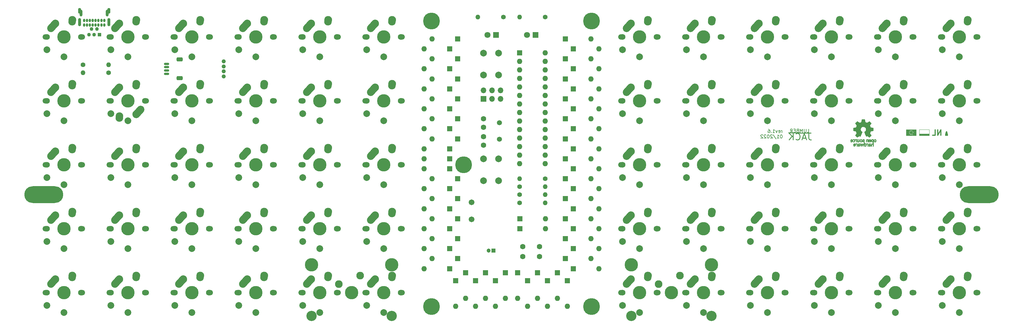
<source format=gbr>
G04 #@! TF.GenerationSoftware,KiCad,Pcbnew,(6.0.0-0)*
G04 #@! TF.CreationDate,2022-01-17T22:54:54+01:00*
G04 #@! TF.ProjectId,lumberjack,6c756d62-6572-46a6-9163-6b2e6b696361,1.6*
G04 #@! TF.SameCoordinates,Original*
G04 #@! TF.FileFunction,Soldermask,Bot*
G04 #@! TF.FilePolarity,Negative*
%FSLAX46Y46*%
G04 Gerber Fmt 4.6, Leading zero omitted, Abs format (unit mm)*
G04 Created by KiCad (PCBNEW (6.0.0-0)) date 2022-01-17 22:54:54*
%MOMM*%
%LPD*%
G01*
G04 APERTURE LIST*
G04 Aperture macros list*
%AMRoundRect*
0 Rectangle with rounded corners*
0 $1 Rounding radius*
0 $2 $3 $4 $5 $6 $7 $8 $9 X,Y pos of 4 corners*
0 Add a 4 corners polygon primitive as box body*
4,1,4,$2,$3,$4,$5,$6,$7,$8,$9,$2,$3,0*
0 Add four circle primitives for the rounded corners*
1,1,$1+$1,$2,$3*
1,1,$1+$1,$4,$5*
1,1,$1+$1,$6,$7*
1,1,$1+$1,$8,$9*
0 Add four rect primitives between the rounded corners*
20,1,$1+$1,$2,$3,$4,$5,0*
20,1,$1+$1,$4,$5,$6,$7,0*
20,1,$1+$1,$6,$7,$8,$9,0*
20,1,$1+$1,$8,$9,$2,$3,0*%
%AMHorizOval*
0 Thick line with rounded ends*
0 $1 width*
0 $2 $3 position (X,Y) of the first rounded end (center of the circle)*
0 $4 $5 position (X,Y) of the second rounded end (center of the circle)*
0 Add line between two ends*
20,1,$1,$2,$3,$4,$5,0*
0 Add two circle primitives to create the rounded ends*
1,1,$1,$2,$3*
1,1,$1,$4,$5*%
G04 Aperture macros list end*
%ADD10C,0.200000*%
%ADD11C,0.250000*%
%ADD12C,0.150000*%
%ADD13C,0.300000*%
%ADD14C,0.010000*%
%ADD15C,0.120000*%
%ADD16C,0.500000*%
%ADD17C,0.160000*%
%ADD18C,0.100000*%
%ADD19O,0.850000X2.000000*%
%ADD20R,1.100000X1.100000*%
%ADD21C,1.100000*%
%ADD22O,0.900000X1.700000*%
%ADD23O,0.900000X2.400000*%
%ADD24O,0.700000X1.000000*%
%ADD25C,1.600000*%
%ADD26R,1.800000X1.800000*%
%ADD27C,1.800000*%
%ADD28R,1.600000X1.600000*%
%ADD29O,1.600000X1.600000*%
%ADD30C,1.710000*%
%ADD31R,1.200000X1.200000*%
%ADD32C,1.200000*%
%ADD33C,2.000000*%
%ADD34C,5.000000*%
%ADD35O,11.600000X5.000000*%
%ADD36C,3.987800*%
%ADD37C,3.048000*%
%ADD38C,2.286000*%
%ADD39R,1.700000X1.700000*%
%ADD40O,1.700000X1.700000*%
%ADD41C,1.400000*%
%ADD42O,1.400000X1.400000*%
%ADD43C,1.500000*%
%ADD44C,1.700000*%
%ADD45C,1.750000*%
%ADD46HorizOval,2.250000X0.019771X0.290016X-0.019771X-0.290016X0*%
%ADD47C,2.250000*%
%ADD48HorizOval,2.250000X0.654995X0.730004X-0.654995X-0.730004X0*%
%ADD49HorizOval,2.250000X-0.019771X-0.290016X0.019771X0.290016X0*%
%ADD50HorizOval,2.250000X-0.654995X-0.730004X0.654995X0.730004X0*%
%ADD51RoundRect,0.150000X-0.625000X0.150000X-0.625000X-0.150000X0.625000X-0.150000X0.625000X0.150000X0*%
%ADD52RoundRect,0.249999X-0.650001X0.350001X-0.650001X-0.350001X0.650001X-0.350001X0.650001X0.350001X0*%
%ADD53C,1.244600*%
G04 APERTURE END LIST*
D10*
X232981904Y-92847380D02*
X232981904Y-92180714D01*
X232981904Y-92371190D02*
X232934285Y-92275952D01*
X232886666Y-92228333D01*
X232791428Y-92180714D01*
X232696190Y-92180714D01*
X231981904Y-92799761D02*
X232077142Y-92847380D01*
X232267619Y-92847380D01*
X232362857Y-92799761D01*
X232410476Y-92704523D01*
X232410476Y-92323571D01*
X232362857Y-92228333D01*
X232267619Y-92180714D01*
X232077142Y-92180714D01*
X231981904Y-92228333D01*
X231934285Y-92323571D01*
X231934285Y-92418809D01*
X232410476Y-92514047D01*
X231600952Y-92180714D02*
X231362857Y-92847380D01*
X231124761Y-92180714D01*
X230220000Y-92847380D02*
X230791428Y-92847380D01*
X230505714Y-92847380D02*
X230505714Y-91847380D01*
X230600952Y-91990238D01*
X230696190Y-92085476D01*
X230791428Y-92133095D01*
X229791428Y-92752142D02*
X229743809Y-92799761D01*
X229791428Y-92847380D01*
X229839047Y-92799761D01*
X229791428Y-92752142D01*
X229791428Y-92847380D01*
X228886666Y-91847380D02*
X229077142Y-91847380D01*
X229172380Y-91895000D01*
X229220000Y-91942619D01*
X229315238Y-92085476D01*
X229362857Y-92275952D01*
X229362857Y-92656904D01*
X229315238Y-92752142D01*
X229267619Y-92799761D01*
X229172380Y-92847380D01*
X228981904Y-92847380D01*
X228886666Y-92799761D01*
X228839047Y-92752142D01*
X228791428Y-92656904D01*
X228791428Y-92418809D01*
X228839047Y-92323571D01*
X228886666Y-92275952D01*
X228981904Y-92228333D01*
X229172380Y-92228333D01*
X229267619Y-92275952D01*
X229315238Y-92323571D01*
X229362857Y-92418809D01*
X232791428Y-93457380D02*
X232696190Y-93457380D01*
X232600952Y-93505000D01*
X232553333Y-93552619D01*
X232505714Y-93647857D01*
X232458095Y-93838333D01*
X232458095Y-94076428D01*
X232505714Y-94266904D01*
X232553333Y-94362142D01*
X232600952Y-94409761D01*
X232696190Y-94457380D01*
X232791428Y-94457380D01*
X232886666Y-94409761D01*
X232934285Y-94362142D01*
X232981904Y-94266904D01*
X233029523Y-94076428D01*
X233029523Y-93838333D01*
X232981904Y-93647857D01*
X232934285Y-93552619D01*
X232886666Y-93505000D01*
X232791428Y-93457380D01*
X231505714Y-94457380D02*
X232077142Y-94457380D01*
X231791428Y-94457380D02*
X231791428Y-93457380D01*
X231886666Y-93600238D01*
X231981904Y-93695476D01*
X232077142Y-93743095D01*
X230362857Y-93409761D02*
X231220000Y-94695476D01*
X230077142Y-93552619D02*
X230029523Y-93505000D01*
X229934285Y-93457380D01*
X229696190Y-93457380D01*
X229600952Y-93505000D01*
X229553333Y-93552619D01*
X229505714Y-93647857D01*
X229505714Y-93743095D01*
X229553333Y-93885952D01*
X230124761Y-94457380D01*
X229505714Y-94457380D01*
X228886666Y-93457380D02*
X228791428Y-93457380D01*
X228696190Y-93505000D01*
X228648571Y-93552619D01*
X228600952Y-93647857D01*
X228553333Y-93838333D01*
X228553333Y-94076428D01*
X228600952Y-94266904D01*
X228648571Y-94362142D01*
X228696190Y-94409761D01*
X228791428Y-94457380D01*
X228886666Y-94457380D01*
X228981904Y-94409761D01*
X229029523Y-94362142D01*
X229077142Y-94266904D01*
X229124761Y-94076428D01*
X229124761Y-93838333D01*
X229077142Y-93647857D01*
X229029523Y-93552619D01*
X228981904Y-93505000D01*
X228886666Y-93457380D01*
X228172380Y-93552619D02*
X228124761Y-93505000D01*
X228029523Y-93457380D01*
X227791428Y-93457380D01*
X227696190Y-93505000D01*
X227648571Y-93552619D01*
X227600952Y-93647857D01*
X227600952Y-93743095D01*
X227648571Y-93885952D01*
X228220000Y-94457380D01*
X227600952Y-94457380D01*
X227220000Y-93552619D02*
X227172380Y-93505000D01*
X227077142Y-93457380D01*
X226839047Y-93457380D01*
X226743809Y-93505000D01*
X226696190Y-93552619D01*
X226648571Y-93647857D01*
X226648571Y-93743095D01*
X226696190Y-93885952D01*
X227267619Y-94457380D01*
X226648571Y-94457380D01*
D11*
X240886428Y-92973511D02*
X240886428Y-94402083D01*
X240981666Y-94687797D01*
X241172142Y-94878273D01*
X241457857Y-94973511D01*
X241648333Y-94973511D01*
X240029285Y-94402083D02*
X239076904Y-94402083D01*
X240219761Y-94973511D02*
X239553095Y-92973511D01*
X238886428Y-94973511D01*
X237076904Y-94783035D02*
X237172142Y-94878273D01*
X237457857Y-94973511D01*
X237648333Y-94973511D01*
X237934047Y-94878273D01*
X238124523Y-94687797D01*
X238219761Y-94497321D01*
X238315000Y-94116369D01*
X238315000Y-93830654D01*
X238219761Y-93449702D01*
X238124523Y-93259226D01*
X237934047Y-93068750D01*
X237648333Y-92973511D01*
X237457857Y-92973511D01*
X237172142Y-93068750D01*
X237076904Y-93163988D01*
X236219761Y-94973511D02*
X236219761Y-92973511D01*
X235076904Y-94973511D02*
X235934047Y-93830654D01*
X235076904Y-92973511D02*
X236219761Y-94116369D01*
D12*
X240463095Y-92721130D02*
X240939285Y-92721130D01*
X240939285Y-91721130D01*
X240129761Y-91721130D02*
X240129761Y-92530654D01*
X240082142Y-92625892D01*
X240034523Y-92673511D01*
X239939285Y-92721130D01*
X239748809Y-92721130D01*
X239653571Y-92673511D01*
X239605952Y-92625892D01*
X239558333Y-92530654D01*
X239558333Y-91721130D01*
X239082142Y-92721130D02*
X239082142Y-91721130D01*
X238748809Y-92435416D01*
X238415476Y-91721130D01*
X238415476Y-92721130D01*
X237605952Y-92197321D02*
X237463095Y-92244940D01*
X237415476Y-92292559D01*
X237367857Y-92387797D01*
X237367857Y-92530654D01*
X237415476Y-92625892D01*
X237463095Y-92673511D01*
X237558333Y-92721130D01*
X237939285Y-92721130D01*
X237939285Y-91721130D01*
X237605952Y-91721130D01*
X237510714Y-91768750D01*
X237463095Y-91816369D01*
X237415476Y-91911607D01*
X237415476Y-92006845D01*
X237463095Y-92102083D01*
X237510714Y-92149702D01*
X237605952Y-92197321D01*
X237939285Y-92197321D01*
X236939285Y-92197321D02*
X236605952Y-92197321D01*
X236463095Y-92721130D02*
X236939285Y-92721130D01*
X236939285Y-91721130D01*
X236463095Y-91721130D01*
X235463095Y-92721130D02*
X235796428Y-92244940D01*
X236034523Y-92721130D02*
X236034523Y-91721130D01*
X235653571Y-91721130D01*
X235558333Y-91768750D01*
X235510714Y-91816369D01*
X235463095Y-91911607D01*
X235463095Y-92054464D01*
X235510714Y-92149702D01*
X235558333Y-92197321D01*
X235653571Y-92244940D01*
X236034523Y-92244940D01*
D13*
X280254761Y-93623809D02*
X280254761Y-92023809D01*
X279340476Y-93623809D01*
X279340476Y-92023809D01*
X277816666Y-93623809D02*
X278578571Y-93623809D01*
X278578571Y-92023809D01*
D14*
X258495119Y-96062236D02*
X258470112Y-96069732D01*
X258470112Y-96069732D02*
X258462050Y-96086201D01*
X258462050Y-96086201D02*
X258461711Y-96093636D01*
X258461711Y-96093636D02*
X258460264Y-96114344D01*
X258460264Y-96114344D02*
X258450302Y-96117595D01*
X258450302Y-96117595D02*
X258423388Y-96103398D01*
X258423388Y-96103398D02*
X258407402Y-96093698D01*
X258407402Y-96093698D02*
X258356967Y-96072925D01*
X258356967Y-96072925D02*
X258296728Y-96062654D01*
X258296728Y-96062654D02*
X258233566Y-96061864D01*
X258233566Y-96061864D02*
X258174363Y-96069536D01*
X258174363Y-96069536D02*
X258125998Y-96084648D01*
X258125998Y-96084648D02*
X258095354Y-96106182D01*
X258095354Y-96106182D02*
X258089311Y-96133116D01*
X258089311Y-96133116D02*
X258092361Y-96140410D01*
X258092361Y-96140410D02*
X258114594Y-96170687D01*
X258114594Y-96170687D02*
X258149070Y-96207925D01*
X258149070Y-96207925D02*
X258155306Y-96213945D01*
X258155306Y-96213945D02*
X258188167Y-96241625D01*
X258188167Y-96241625D02*
X258216520Y-96250568D01*
X258216520Y-96250568D02*
X258256173Y-96244326D01*
X258256173Y-96244326D02*
X258272058Y-96240179D01*
X258272058Y-96240179D02*
X258321491Y-96230217D01*
X258321491Y-96230217D02*
X258356248Y-96234697D01*
X258356248Y-96234697D02*
X258385600Y-96250496D01*
X258385600Y-96250496D02*
X258412487Y-96271699D01*
X258412487Y-96271699D02*
X258432290Y-96298364D01*
X258432290Y-96298364D02*
X258446052Y-96335577D01*
X258446052Y-96335577D02*
X258454816Y-96388423D01*
X258454816Y-96388423D02*
X258459626Y-96461987D01*
X258459626Y-96461987D02*
X258461526Y-96561355D01*
X258461526Y-96561355D02*
X258461711Y-96621351D01*
X258461711Y-96621351D02*
X258461711Y-96879276D01*
X258461711Y-96879276D02*
X258628816Y-96879276D01*
X258628816Y-96879276D02*
X258628816Y-96060460D01*
X258628816Y-96060460D02*
X258545264Y-96060460D01*
X258545264Y-96060460D02*
X258495119Y-96062236D01*
X258495119Y-96062236D02*
X258495119Y-96062236D01*
G36*
X258628816Y-96879276D02*
G01*
X258461711Y-96879276D01*
X258461711Y-96621351D01*
X258461526Y-96561355D01*
X258459626Y-96461987D01*
X258454816Y-96388423D01*
X258446052Y-96335577D01*
X258432290Y-96298364D01*
X258412487Y-96271699D01*
X258385600Y-96250496D01*
X258356248Y-96234697D01*
X258321491Y-96230217D01*
X258272058Y-96240179D01*
X258256173Y-96244326D01*
X258216520Y-96250568D01*
X258188167Y-96241625D01*
X258155306Y-96213945D01*
X258149070Y-96207925D01*
X258114594Y-96170687D01*
X258092361Y-96140410D01*
X258089311Y-96133116D01*
X258095354Y-96106182D01*
X258125998Y-96084648D01*
X258174363Y-96069536D01*
X258233566Y-96061864D01*
X258296728Y-96062654D01*
X258356967Y-96072925D01*
X258407402Y-96093698D01*
X258423388Y-96103398D01*
X258450302Y-96117595D01*
X258460264Y-96114344D01*
X258461711Y-96093636D01*
X258462050Y-96086201D01*
X258470112Y-96069732D01*
X258495119Y-96062236D01*
X258545264Y-96060460D01*
X258628816Y-96060460D01*
X258628816Y-96879276D01*
G37*
X258628816Y-96879276D02*
X258461711Y-96879276D01*
X258461711Y-96621351D01*
X258461526Y-96561355D01*
X258459626Y-96461987D01*
X258454816Y-96388423D01*
X258446052Y-96335577D01*
X258432290Y-96298364D01*
X258412487Y-96271699D01*
X258385600Y-96250496D01*
X258356248Y-96234697D01*
X258321491Y-96230217D01*
X258272058Y-96240179D01*
X258256173Y-96244326D01*
X258216520Y-96250568D01*
X258188167Y-96241625D01*
X258155306Y-96213945D01*
X258149070Y-96207925D01*
X258114594Y-96170687D01*
X258092361Y-96140410D01*
X258089311Y-96133116D01*
X258095354Y-96106182D01*
X258125998Y-96084648D01*
X258174363Y-96069536D01*
X258233566Y-96061864D01*
X258296728Y-96062654D01*
X258356967Y-96072925D01*
X258407402Y-96093698D01*
X258423388Y-96103398D01*
X258450302Y-96117595D01*
X258460264Y-96114344D01*
X258461711Y-96093636D01*
X258462050Y-96086201D01*
X258470112Y-96069732D01*
X258495119Y-96062236D01*
X258545264Y-96060460D01*
X258628816Y-96060460D01*
X258628816Y-96879276D01*
X254228424Y-94814169D02*
X254131605Y-94855299D01*
X254131605Y-94855299D02*
X254101110Y-94875321D01*
X254101110Y-94875321D02*
X254062135Y-94906090D01*
X254062135Y-94906090D02*
X254037669Y-94930283D01*
X254037669Y-94930283D02*
X254033422Y-94938163D01*
X254033422Y-94938163D02*
X254045416Y-94955649D01*
X254045416Y-94955649D02*
X254076113Y-94985320D01*
X254076113Y-94985320D02*
X254100688Y-95006029D01*
X254100688Y-95006029D02*
X254167954Y-95060086D01*
X254167954Y-95060086D02*
X254221070Y-95015392D01*
X254221070Y-95015392D02*
X254262116Y-94986539D01*
X254262116Y-94986539D02*
X254302137Y-94976579D01*
X254302137Y-94976579D02*
X254347941Y-94979011D01*
X254347941Y-94979011D02*
X254420676Y-94997095D01*
X254420676Y-94997095D02*
X254470744Y-95034631D01*
X254470744Y-95034631D02*
X254501171Y-95095312D01*
X254501171Y-95095312D02*
X254514983Y-95182831D01*
X254514983Y-95182831D02*
X254514987Y-95182886D01*
X254514987Y-95182886D02*
X254513792Y-95280708D01*
X254513792Y-95280708D02*
X254495228Y-95352480D01*
X254495228Y-95352480D02*
X254458196Y-95401345D01*
X254458196Y-95401345D02*
X254432950Y-95417893D01*
X254432950Y-95417893D02*
X254365903Y-95438499D01*
X254365903Y-95438499D02*
X254294291Y-95438512D01*
X254294291Y-95438512D02*
X254231985Y-95418518D01*
X254231985Y-95418518D02*
X254217237Y-95408750D01*
X254217237Y-95408750D02*
X254180250Y-95383797D01*
X254180250Y-95383797D02*
X254151332Y-95379708D01*
X254151332Y-95379708D02*
X254120144Y-95398280D01*
X254120144Y-95398280D02*
X254085664Y-95431637D01*
X254085664Y-95431637D02*
X254031088Y-95487946D01*
X254031088Y-95487946D02*
X254091682Y-95537892D01*
X254091682Y-95537892D02*
X254185302Y-95594263D01*
X254185302Y-95594263D02*
X254290875Y-95622043D01*
X254290875Y-95622043D02*
X254401202Y-95620032D01*
X254401202Y-95620032D02*
X254473657Y-95601612D01*
X254473657Y-95601612D02*
X254558344Y-95556060D01*
X254558344Y-95556060D02*
X254626073Y-95484400D01*
X254626073Y-95484400D02*
X254656843Y-95433816D01*
X254656843Y-95433816D02*
X254681764Y-95361238D01*
X254681764Y-95361238D02*
X254694234Y-95269319D01*
X254694234Y-95269319D02*
X254694330Y-95169698D01*
X254694330Y-95169698D02*
X254682130Y-95074017D01*
X254682130Y-95074017D02*
X254657710Y-94993919D01*
X254657710Y-94993919D02*
X254653864Y-94985706D01*
X254653864Y-94985706D02*
X254596907Y-94905163D01*
X254596907Y-94905163D02*
X254519791Y-94846521D01*
X254519791Y-94846521D02*
X254428610Y-94810997D01*
X254428610Y-94810997D02*
X254329457Y-94799807D01*
X254329457Y-94799807D02*
X254228424Y-94814169D01*
X254228424Y-94814169D02*
X254228424Y-94814169D01*
G36*
X254428610Y-94810997D02*
G01*
X254519791Y-94846521D01*
X254596907Y-94905163D01*
X254653864Y-94985706D01*
X254657710Y-94993919D01*
X254682130Y-95074017D01*
X254694330Y-95169698D01*
X254694234Y-95269319D01*
X254681764Y-95361238D01*
X254656843Y-95433816D01*
X254626073Y-95484400D01*
X254558344Y-95556060D01*
X254473657Y-95601612D01*
X254401202Y-95620032D01*
X254290875Y-95622043D01*
X254185302Y-95594263D01*
X254091682Y-95537892D01*
X254031088Y-95487946D01*
X254085664Y-95431637D01*
X254120144Y-95398280D01*
X254151332Y-95379708D01*
X254180250Y-95383797D01*
X254217237Y-95408750D01*
X254231985Y-95418518D01*
X254294291Y-95438512D01*
X254365903Y-95438499D01*
X254432950Y-95417893D01*
X254458196Y-95401345D01*
X254495228Y-95352480D01*
X254513792Y-95280708D01*
X254514987Y-95182886D01*
X254514983Y-95182831D01*
X254501171Y-95095312D01*
X254470744Y-95034631D01*
X254420676Y-94997095D01*
X254347941Y-94979011D01*
X254302137Y-94976579D01*
X254262116Y-94986539D01*
X254221070Y-95015392D01*
X254167954Y-95060086D01*
X254100688Y-95006029D01*
X254076113Y-94985320D01*
X254045416Y-94955649D01*
X254033422Y-94938163D01*
X254037669Y-94930283D01*
X254062135Y-94906090D01*
X254101110Y-94875321D01*
X254131605Y-94855299D01*
X254228424Y-94814169D01*
X254329457Y-94799807D01*
X254428610Y-94810997D01*
G37*
X254428610Y-94810997D02*
X254519791Y-94846521D01*
X254596907Y-94905163D01*
X254653864Y-94985706D01*
X254657710Y-94993919D01*
X254682130Y-95074017D01*
X254694330Y-95169698D01*
X254694234Y-95269319D01*
X254681764Y-95361238D01*
X254656843Y-95433816D01*
X254626073Y-95484400D01*
X254558344Y-95556060D01*
X254473657Y-95601612D01*
X254401202Y-95620032D01*
X254290875Y-95622043D01*
X254185302Y-95594263D01*
X254091682Y-95537892D01*
X254031088Y-95487946D01*
X254085664Y-95431637D01*
X254120144Y-95398280D01*
X254151332Y-95379708D01*
X254180250Y-95383797D01*
X254217237Y-95408750D01*
X254231985Y-95418518D01*
X254294291Y-95438512D01*
X254365903Y-95438499D01*
X254432950Y-95417893D01*
X254458196Y-95401345D01*
X254495228Y-95352480D01*
X254513792Y-95280708D01*
X254514987Y-95182886D01*
X254514983Y-95182831D01*
X254501171Y-95095312D01*
X254470744Y-95034631D01*
X254420676Y-94997095D01*
X254347941Y-94979011D01*
X254302137Y-94976579D01*
X254262116Y-94986539D01*
X254221070Y-95015392D01*
X254167954Y-95060086D01*
X254100688Y-95006029D01*
X254076113Y-94985320D01*
X254045416Y-94955649D01*
X254033422Y-94938163D01*
X254037669Y-94930283D01*
X254062135Y-94906090D01*
X254101110Y-94875321D01*
X254131605Y-94855299D01*
X254228424Y-94814169D01*
X254329457Y-94799807D01*
X254428610Y-94810997D01*
X260548216Y-94815854D02*
X260460795Y-94854504D01*
X260460795Y-94854504D02*
X260394430Y-94919040D01*
X260394430Y-94919040D02*
X260349024Y-95009562D01*
X260349024Y-95009562D02*
X260324482Y-95126168D01*
X260324482Y-95126168D02*
X260322723Y-95144374D01*
X260322723Y-95144374D02*
X260321344Y-95272734D01*
X260321344Y-95272734D02*
X260339216Y-95385246D01*
X260339216Y-95385246D02*
X260375250Y-95476438D01*
X260375250Y-95476438D02*
X260394545Y-95505772D01*
X260394545Y-95505772D02*
X260461755Y-95567856D01*
X260461755Y-95567856D02*
X260547350Y-95608066D01*
X260547350Y-95608066D02*
X260643110Y-95624753D01*
X260643110Y-95624753D02*
X260740813Y-95616267D01*
X260740813Y-95616267D02*
X260815083Y-95590130D01*
X260815083Y-95590130D02*
X260878953Y-95546085D01*
X260878953Y-95546085D02*
X260931154Y-95488337D01*
X260931154Y-95488337D02*
X260932057Y-95486986D01*
X260932057Y-95486986D02*
X260953256Y-95451343D01*
X260953256Y-95451343D02*
X260967033Y-95415502D01*
X260967033Y-95415502D02*
X260975376Y-95370269D01*
X260975376Y-95370269D02*
X260980273Y-95306451D01*
X260980273Y-95306451D02*
X260982431Y-95254118D01*
X260982431Y-95254118D02*
X260983329Y-95206660D01*
X260983329Y-95206660D02*
X260816257Y-95206660D01*
X260816257Y-95206660D02*
X260814624Y-95253904D01*
X260814624Y-95253904D02*
X260808696Y-95316796D01*
X260808696Y-95316796D02*
X260798239Y-95357157D01*
X260798239Y-95357157D02*
X260779381Y-95385872D01*
X260779381Y-95385872D02*
X260761719Y-95402646D01*
X260761719Y-95402646D02*
X260699106Y-95437766D01*
X260699106Y-95437766D02*
X260633592Y-95442460D01*
X260633592Y-95442460D02*
X260572579Y-95417190D01*
X260572579Y-95417190D02*
X260542072Y-95388874D01*
X260542072Y-95388874D02*
X260520089Y-95360339D01*
X260520089Y-95360339D02*
X260507231Y-95333034D01*
X260507231Y-95333034D02*
X260501588Y-95297500D01*
X260501588Y-95297500D02*
X260501249Y-95244274D01*
X260501249Y-95244274D02*
X260502988Y-95195256D01*
X260502988Y-95195256D02*
X260506729Y-95125232D01*
X260506729Y-95125232D02*
X260512659Y-95079814D01*
X260512659Y-95079814D02*
X260523347Y-95050190D01*
X260523347Y-95050190D02*
X260541361Y-95027547D01*
X260541361Y-95027547D02*
X260555637Y-95014605D01*
X260555637Y-95014605D02*
X260615349Y-94980610D01*
X260615349Y-94980610D02*
X260679766Y-94978915D01*
X260679766Y-94978915D02*
X260733781Y-94999051D01*
X260733781Y-94999051D02*
X260779860Y-95041102D01*
X260779860Y-95041102D02*
X260807311Y-95110178D01*
X260807311Y-95110178D02*
X260816257Y-95206660D01*
X260816257Y-95206660D02*
X260983329Y-95206660D01*
X260983329Y-95206660D02*
X260984401Y-95150049D01*
X260984401Y-95150049D02*
X260981036Y-95072218D01*
X260981036Y-95072218D02*
X260970955Y-95013680D01*
X260970955Y-95013680D02*
X260952774Y-94967487D01*
X260952774Y-94967487D02*
X260925110Y-94926692D01*
X260925110Y-94926692D02*
X260914854Y-94914578D01*
X260914854Y-94914578D02*
X260850722Y-94854224D01*
X260850722Y-94854224D02*
X260781934Y-94818970D01*
X260781934Y-94818970D02*
X260697811Y-94804200D01*
X260697811Y-94804200D02*
X260656791Y-94802993D01*
X260656791Y-94802993D02*
X260548216Y-94815854D01*
X260548216Y-94815854D02*
X260548216Y-94815854D01*
G36*
X260980273Y-95306451D02*
G01*
X260975376Y-95370269D01*
X260967033Y-95415502D01*
X260953256Y-95451343D01*
X260932057Y-95486986D01*
X260931154Y-95488337D01*
X260878953Y-95546085D01*
X260815083Y-95590130D01*
X260740813Y-95616267D01*
X260643110Y-95624753D01*
X260547350Y-95608066D01*
X260461755Y-95567856D01*
X260394545Y-95505772D01*
X260375250Y-95476438D01*
X260339216Y-95385246D01*
X260321344Y-95272734D01*
X260321650Y-95244274D01*
X260501249Y-95244274D01*
X260501588Y-95297500D01*
X260507231Y-95333034D01*
X260520089Y-95360339D01*
X260542072Y-95388874D01*
X260572579Y-95417190D01*
X260633592Y-95442460D01*
X260699106Y-95437766D01*
X260761719Y-95402646D01*
X260779381Y-95385872D01*
X260798239Y-95357157D01*
X260808696Y-95316796D01*
X260814624Y-95253904D01*
X260816257Y-95206660D01*
X260807311Y-95110178D01*
X260779860Y-95041102D01*
X260733781Y-94999051D01*
X260679766Y-94978915D01*
X260615349Y-94980610D01*
X260555637Y-95014605D01*
X260541361Y-95027547D01*
X260523347Y-95050190D01*
X260512659Y-95079814D01*
X260506729Y-95125232D01*
X260502988Y-95195256D01*
X260501249Y-95244274D01*
X260321650Y-95244274D01*
X260322723Y-95144374D01*
X260324482Y-95126168D01*
X260349024Y-95009562D01*
X260394430Y-94919040D01*
X260460795Y-94854504D01*
X260548216Y-94815854D01*
X260656791Y-94802993D01*
X260697811Y-94804200D01*
X260781934Y-94818970D01*
X260850722Y-94854224D01*
X260914854Y-94914578D01*
X260925110Y-94926692D01*
X260952774Y-94967487D01*
X260970955Y-95013680D01*
X260981036Y-95072218D01*
X260984401Y-95150049D01*
X260983329Y-95206660D01*
X260982431Y-95254118D01*
X260980273Y-95306451D01*
G37*
X260980273Y-95306451D02*
X260975376Y-95370269D01*
X260967033Y-95415502D01*
X260953256Y-95451343D01*
X260932057Y-95486986D01*
X260931154Y-95488337D01*
X260878953Y-95546085D01*
X260815083Y-95590130D01*
X260740813Y-95616267D01*
X260643110Y-95624753D01*
X260547350Y-95608066D01*
X260461755Y-95567856D01*
X260394545Y-95505772D01*
X260375250Y-95476438D01*
X260339216Y-95385246D01*
X260321344Y-95272734D01*
X260321650Y-95244274D01*
X260501249Y-95244274D01*
X260501588Y-95297500D01*
X260507231Y-95333034D01*
X260520089Y-95360339D01*
X260542072Y-95388874D01*
X260572579Y-95417190D01*
X260633592Y-95442460D01*
X260699106Y-95437766D01*
X260761719Y-95402646D01*
X260779381Y-95385872D01*
X260798239Y-95357157D01*
X260808696Y-95316796D01*
X260814624Y-95253904D01*
X260816257Y-95206660D01*
X260807311Y-95110178D01*
X260779860Y-95041102D01*
X260733781Y-94999051D01*
X260679766Y-94978915D01*
X260615349Y-94980610D01*
X260555637Y-95014605D01*
X260541361Y-95027547D01*
X260523347Y-95050190D01*
X260512659Y-95079814D01*
X260506729Y-95125232D01*
X260502988Y-95195256D01*
X260501249Y-95244274D01*
X260321650Y-95244274D01*
X260322723Y-95144374D01*
X260324482Y-95126168D01*
X260349024Y-95009562D01*
X260394430Y-94919040D01*
X260460795Y-94854504D01*
X260548216Y-94815854D01*
X260656791Y-94802993D01*
X260697811Y-94804200D01*
X260781934Y-94818970D01*
X260850722Y-94854224D01*
X260914854Y-94914578D01*
X260925110Y-94926692D01*
X260952774Y-94967487D01*
X260970955Y-95013680D01*
X260981036Y-95072218D01*
X260984401Y-95150049D01*
X260983329Y-95206660D01*
X260982431Y-95254118D01*
X260980273Y-95306451D01*
X257156372Y-94804297D02*
X257093092Y-94816298D01*
X257093092Y-94816298D02*
X257027443Y-94841398D01*
X257027443Y-94841398D02*
X257020428Y-94844598D01*
X257020428Y-94844598D02*
X256970644Y-94870776D01*
X256970644Y-94870776D02*
X256936166Y-94895103D01*
X256936166Y-94895103D02*
X256925022Y-94910687D01*
X256925022Y-94910687D02*
X256935634Y-94936103D01*
X256935634Y-94936103D02*
X256961412Y-94973603D01*
X256961412Y-94973603D02*
X256972854Y-94987602D01*
X256972854Y-94987602D02*
X257020008Y-95042704D01*
X257020008Y-95042704D02*
X257080799Y-95006836D01*
X257080799Y-95006836D02*
X257138653Y-94982942D01*
X257138653Y-94982942D02*
X257205500Y-94970170D01*
X257205500Y-94970170D02*
X257269606Y-94969363D01*
X257269606Y-94969363D02*
X257319236Y-94981365D01*
X257319236Y-94981365D02*
X257331146Y-94988855D01*
X257331146Y-94988855D02*
X257353828Y-95023200D01*
X257353828Y-95023200D02*
X257356584Y-95062763D01*
X257356584Y-95062763D02*
X257339612Y-95093670D01*
X257339612Y-95093670D02*
X257329573Y-95099663D01*
X257329573Y-95099663D02*
X257299490Y-95107107D01*
X257299490Y-95107107D02*
X257246611Y-95115856D01*
X257246611Y-95115856D02*
X257181425Y-95124217D01*
X257181425Y-95124217D02*
X257169400Y-95125528D01*
X257169400Y-95125528D02*
X257064703Y-95143638D01*
X257064703Y-95143638D02*
X256988768Y-95174401D01*
X256988768Y-95174401D02*
X256938408Y-95220657D01*
X256938408Y-95220657D02*
X256910436Y-95285247D01*
X256910436Y-95285247D02*
X256901722Y-95364137D01*
X256901722Y-95364137D02*
X256913760Y-95453815D01*
X256913760Y-95453815D02*
X256952849Y-95524236D01*
X256952849Y-95524236D02*
X257019145Y-95575527D01*
X257019145Y-95575527D02*
X257112806Y-95607817D01*
X257112806Y-95607817D02*
X257216777Y-95620557D01*
X257216777Y-95620557D02*
X257301562Y-95620404D01*
X257301562Y-95620404D02*
X257370335Y-95608833D01*
X257370335Y-95608833D02*
X257417303Y-95592859D01*
X257417303Y-95592859D02*
X257476650Y-95565025D01*
X257476650Y-95565025D02*
X257531494Y-95532723D01*
X257531494Y-95532723D02*
X257550987Y-95518505D01*
X257550987Y-95518505D02*
X257601119Y-95477585D01*
X257601119Y-95477585D02*
X257480197Y-95355227D01*
X257480197Y-95355227D02*
X257411457Y-95400717D01*
X257411457Y-95400717D02*
X257342512Y-95434883D01*
X257342512Y-95434883D02*
X257268889Y-95452754D01*
X257268889Y-95452754D02*
X257198117Y-95454639D01*
X257198117Y-95454639D02*
X257137726Y-95440851D01*
X257137726Y-95440851D02*
X257095243Y-95411699D01*
X257095243Y-95411699D02*
X257081526Y-95387102D01*
X257081526Y-95387102D02*
X257083583Y-95347654D01*
X257083583Y-95347654D02*
X257117670Y-95317487D01*
X257117670Y-95317487D02*
X257183692Y-95296656D01*
X257183692Y-95296656D02*
X257256026Y-95287029D01*
X257256026Y-95287029D02*
X257367348Y-95268660D01*
X257367348Y-95268660D02*
X257450048Y-95234004D01*
X257450048Y-95234004D02*
X257505235Y-95182047D01*
X257505235Y-95182047D02*
X257534012Y-95111773D01*
X257534012Y-95111773D02*
X257537999Y-95028457D01*
X257537999Y-95028457D02*
X257518307Y-94941431D01*
X257518307Y-94941431D02*
X257473411Y-94875652D01*
X257473411Y-94875652D02*
X257402909Y-94830818D01*
X257402909Y-94830818D02*
X257306399Y-94806629D01*
X257306399Y-94806629D02*
X257234900Y-94801887D01*
X257234900Y-94801887D02*
X257156372Y-94804297D01*
X257156372Y-94804297D02*
X257156372Y-94804297D01*
G36*
X257306399Y-94806629D02*
G01*
X257402909Y-94830818D01*
X257473411Y-94875652D01*
X257518307Y-94941431D01*
X257537999Y-95028457D01*
X257534012Y-95111773D01*
X257505235Y-95182047D01*
X257450048Y-95234004D01*
X257367348Y-95268660D01*
X257256026Y-95287029D01*
X257183692Y-95296656D01*
X257117670Y-95317487D01*
X257083583Y-95347654D01*
X257081526Y-95387102D01*
X257095243Y-95411699D01*
X257137726Y-95440851D01*
X257198117Y-95454639D01*
X257268889Y-95452754D01*
X257342512Y-95434883D01*
X257411457Y-95400717D01*
X257480197Y-95355227D01*
X257601119Y-95477585D01*
X257550987Y-95518505D01*
X257531494Y-95532723D01*
X257476650Y-95565025D01*
X257417303Y-95592859D01*
X257370335Y-95608833D01*
X257301562Y-95620404D01*
X257216777Y-95620557D01*
X257112806Y-95607817D01*
X257019145Y-95575527D01*
X256952849Y-95524236D01*
X256913760Y-95453815D01*
X256901722Y-95364137D01*
X256910436Y-95285247D01*
X256938408Y-95220657D01*
X256988768Y-95174401D01*
X257064703Y-95143638D01*
X257169400Y-95125528D01*
X257181425Y-95124217D01*
X257246611Y-95115856D01*
X257299490Y-95107107D01*
X257329573Y-95099663D01*
X257339612Y-95093670D01*
X257356584Y-95062763D01*
X257353828Y-95023200D01*
X257331146Y-94988855D01*
X257319236Y-94981365D01*
X257269606Y-94969363D01*
X257205500Y-94970170D01*
X257138653Y-94982942D01*
X257080799Y-95006836D01*
X257020008Y-95042704D01*
X256972854Y-94987602D01*
X256961412Y-94973603D01*
X256935634Y-94936103D01*
X256925022Y-94910687D01*
X256936166Y-94895103D01*
X256970644Y-94870776D01*
X257020428Y-94844598D01*
X257027443Y-94841398D01*
X257093092Y-94816298D01*
X257156372Y-94804297D01*
X257234900Y-94801887D01*
X257306399Y-94806629D01*
G37*
X257306399Y-94806629D02*
X257402909Y-94830818D01*
X257473411Y-94875652D01*
X257518307Y-94941431D01*
X257537999Y-95028457D01*
X257534012Y-95111773D01*
X257505235Y-95182047D01*
X257450048Y-95234004D01*
X257367348Y-95268660D01*
X257256026Y-95287029D01*
X257183692Y-95296656D01*
X257117670Y-95317487D01*
X257083583Y-95347654D01*
X257081526Y-95387102D01*
X257095243Y-95411699D01*
X257137726Y-95440851D01*
X257198117Y-95454639D01*
X257268889Y-95452754D01*
X257342512Y-95434883D01*
X257411457Y-95400717D01*
X257480197Y-95355227D01*
X257601119Y-95477585D01*
X257550987Y-95518505D01*
X257531494Y-95532723D01*
X257476650Y-95565025D01*
X257417303Y-95592859D01*
X257370335Y-95608833D01*
X257301562Y-95620404D01*
X257216777Y-95620557D01*
X257112806Y-95607817D01*
X257019145Y-95575527D01*
X256952849Y-95524236D01*
X256913760Y-95453815D01*
X256901722Y-95364137D01*
X256910436Y-95285247D01*
X256938408Y-95220657D01*
X256988768Y-95174401D01*
X257064703Y-95143638D01*
X257169400Y-95125528D01*
X257181425Y-95124217D01*
X257246611Y-95115856D01*
X257299490Y-95107107D01*
X257329573Y-95099663D01*
X257339612Y-95093670D01*
X257356584Y-95062763D01*
X257353828Y-95023200D01*
X257331146Y-94988855D01*
X257319236Y-94981365D01*
X257269606Y-94969363D01*
X257205500Y-94970170D01*
X257138653Y-94982942D01*
X257080799Y-95006836D01*
X257020008Y-95042704D01*
X256972854Y-94987602D01*
X256961412Y-94973603D01*
X256935634Y-94936103D01*
X256925022Y-94910687D01*
X256936166Y-94895103D01*
X256970644Y-94870776D01*
X257020428Y-94844598D01*
X257027443Y-94841398D01*
X257093092Y-94816298D01*
X257156372Y-94804297D01*
X257234900Y-94801887D01*
X257306399Y-94806629D01*
X255795008Y-96065423D02*
X255724573Y-96082530D01*
X255724573Y-96082530D02*
X255704213Y-96091594D01*
X255704213Y-96091594D02*
X255664747Y-96115333D01*
X255664747Y-96115333D02*
X255634459Y-96142071D01*
X255634459Y-96142071D02*
X255612048Y-96176449D01*
X255612048Y-96176449D02*
X255596214Y-96223110D01*
X255596214Y-96223110D02*
X255585657Y-96286696D01*
X255585657Y-96286696D02*
X255579076Y-96371849D01*
X255579076Y-96371849D02*
X255575172Y-96483212D01*
X255575172Y-96483212D02*
X255573690Y-96557599D01*
X255573690Y-96557599D02*
X255568235Y-96879276D01*
X255568235Y-96879276D02*
X255661420Y-96879276D01*
X255661420Y-96879276D02*
X255717953Y-96876906D01*
X255717953Y-96876906D02*
X255747078Y-96868805D01*
X255747078Y-96868805D02*
X255754606Y-96855201D01*
X255754606Y-96855201D02*
X255758580Y-96840491D01*
X255758580Y-96840491D02*
X255776348Y-96843304D01*
X255776348Y-96843304D02*
X255800560Y-96855098D01*
X255800560Y-96855098D02*
X255861172Y-96873177D01*
X255861172Y-96873177D02*
X255939071Y-96878049D01*
X255939071Y-96878049D02*
X256021005Y-96870080D01*
X256021005Y-96870080D02*
X256093719Y-96849639D01*
X256093719Y-96849639D02*
X256100241Y-96846801D01*
X256100241Y-96846801D02*
X256166698Y-96800115D01*
X256166698Y-96800115D02*
X256210509Y-96735214D01*
X256210509Y-96735214D02*
X256230668Y-96659350D01*
X256230668Y-96659350D02*
X256229128Y-96632094D01*
X256229128Y-96632094D02*
X256064655Y-96632094D01*
X256064655Y-96632094D02*
X256050163Y-96668774D01*
X256050163Y-96668774D02*
X256007195Y-96695059D01*
X256007195Y-96695059D02*
X255937871Y-96709167D01*
X255937871Y-96709167D02*
X255900823Y-96711040D01*
X255900823Y-96711040D02*
X255839081Y-96706244D01*
X255839081Y-96706244D02*
X255798040Y-96687608D01*
X255798040Y-96687608D02*
X255788027Y-96678750D01*
X255788027Y-96678750D02*
X255760900Y-96630556D01*
X255760900Y-96630556D02*
X255754606Y-96586842D01*
X255754606Y-96586842D02*
X255754606Y-96528355D01*
X255754606Y-96528355D02*
X255836070Y-96528355D01*
X255836070Y-96528355D02*
X255930766Y-96533182D01*
X255930766Y-96533182D02*
X255997187Y-96548363D01*
X255997187Y-96548363D02*
X256039154Y-96574950D01*
X256039154Y-96574950D02*
X256048551Y-96586802D01*
X256048551Y-96586802D02*
X256064655Y-96632094D01*
X256064655Y-96632094D02*
X256229128Y-96632094D01*
X256229128Y-96632094D02*
X256226171Y-96579776D01*
X256226171Y-96579776D02*
X256196015Y-96503745D01*
X256196015Y-96503745D02*
X256154869Y-96452362D01*
X256154869Y-96452362D02*
X256129948Y-96430147D01*
X256129948Y-96430147D02*
X256105552Y-96415548D01*
X256105552Y-96415548D02*
X256073809Y-96406647D01*
X256073809Y-96406647D02*
X256026848Y-96401525D01*
X256026848Y-96401525D02*
X255956796Y-96398265D01*
X255956796Y-96398265D02*
X255929010Y-96397327D01*
X255929010Y-96397327D02*
X255754606Y-96391629D01*
X255754606Y-96391629D02*
X255754862Y-96338841D01*
X255754862Y-96338841D02*
X255761616Y-96283353D01*
X255761616Y-96283353D02*
X255786036Y-96249802D01*
X255786036Y-96249802D02*
X255835370Y-96228368D01*
X255835370Y-96228368D02*
X255836694Y-96227986D01*
X255836694Y-96227986D02*
X255906640Y-96219558D01*
X255906640Y-96219558D02*
X255975086Y-96230566D01*
X255975086Y-96230566D02*
X256025953Y-96257335D01*
X256025953Y-96257335D02*
X256046363Y-96270553D01*
X256046363Y-96270553D02*
X256068346Y-96268724D01*
X256068346Y-96268724D02*
X256102174Y-96249574D01*
X256102174Y-96249574D02*
X256122039Y-96236058D01*
X256122039Y-96236058D02*
X256160894Y-96207182D01*
X256160894Y-96207182D02*
X256184962Y-96185536D01*
X256184962Y-96185536D02*
X256188824Y-96179339D01*
X256188824Y-96179339D02*
X256172921Y-96147269D01*
X256172921Y-96147269D02*
X256125935Y-96108969D01*
X256125935Y-96108969D02*
X256105527Y-96096047D01*
X256105527Y-96096047D02*
X256046857Y-96073791D01*
X256046857Y-96073791D02*
X255967788Y-96061182D01*
X255967788Y-96061182D02*
X255879959Y-96058350D01*
X255879959Y-96058350D02*
X255795008Y-96065423D01*
X255795008Y-96065423D02*
X255795008Y-96065423D01*
G36*
X256210509Y-96735214D02*
G01*
X256166698Y-96800115D01*
X256100241Y-96846801D01*
X256093719Y-96849639D01*
X256021005Y-96870080D01*
X255939071Y-96878049D01*
X255861172Y-96873177D01*
X255800560Y-96855098D01*
X255776348Y-96843304D01*
X255758580Y-96840491D01*
X255754606Y-96855201D01*
X255747078Y-96868805D01*
X255717953Y-96876906D01*
X255661420Y-96879276D01*
X255568235Y-96879276D01*
X255573194Y-96586842D01*
X255754606Y-96586842D01*
X255760900Y-96630556D01*
X255788027Y-96678750D01*
X255798040Y-96687608D01*
X255839081Y-96706244D01*
X255900823Y-96711040D01*
X255937871Y-96709167D01*
X256007195Y-96695059D01*
X256050163Y-96668774D01*
X256064655Y-96632094D01*
X256048551Y-96586802D01*
X256039154Y-96574950D01*
X255997187Y-96548363D01*
X255930766Y-96533182D01*
X255836070Y-96528355D01*
X255754606Y-96528355D01*
X255754606Y-96586842D01*
X255573194Y-96586842D01*
X255573690Y-96557599D01*
X255575172Y-96483212D01*
X255579076Y-96371849D01*
X255585657Y-96286696D01*
X255596214Y-96223110D01*
X255612048Y-96176449D01*
X255634459Y-96142071D01*
X255664747Y-96115333D01*
X255704213Y-96091594D01*
X255724573Y-96082530D01*
X255795008Y-96065423D01*
X255879959Y-96058350D01*
X255967788Y-96061182D01*
X256046857Y-96073791D01*
X256105527Y-96096047D01*
X256125935Y-96108969D01*
X256172921Y-96147269D01*
X256188824Y-96179339D01*
X256184962Y-96185536D01*
X256160894Y-96207182D01*
X256122039Y-96236058D01*
X256102174Y-96249574D01*
X256068346Y-96268724D01*
X256046363Y-96270553D01*
X256025953Y-96257335D01*
X255975086Y-96230566D01*
X255906640Y-96219558D01*
X255836694Y-96227986D01*
X255835370Y-96228368D01*
X255786036Y-96249802D01*
X255761616Y-96283353D01*
X255754862Y-96338841D01*
X255754606Y-96391629D01*
X255929010Y-96397327D01*
X255956796Y-96398265D01*
X256026848Y-96401525D01*
X256073809Y-96406647D01*
X256105552Y-96415548D01*
X256129948Y-96430147D01*
X256154869Y-96452362D01*
X256196015Y-96503745D01*
X256226171Y-96579776D01*
X256229128Y-96632094D01*
X256230668Y-96659350D01*
X256210509Y-96735214D01*
G37*
X256210509Y-96735214D02*
X256166698Y-96800115D01*
X256100241Y-96846801D01*
X256093719Y-96849639D01*
X256021005Y-96870080D01*
X255939071Y-96878049D01*
X255861172Y-96873177D01*
X255800560Y-96855098D01*
X255776348Y-96843304D01*
X255758580Y-96840491D01*
X255754606Y-96855201D01*
X255747078Y-96868805D01*
X255717953Y-96876906D01*
X255661420Y-96879276D01*
X255568235Y-96879276D01*
X255573194Y-96586842D01*
X255754606Y-96586842D01*
X255760900Y-96630556D01*
X255788027Y-96678750D01*
X255798040Y-96687608D01*
X255839081Y-96706244D01*
X255900823Y-96711040D01*
X255937871Y-96709167D01*
X256007195Y-96695059D01*
X256050163Y-96668774D01*
X256064655Y-96632094D01*
X256048551Y-96586802D01*
X256039154Y-96574950D01*
X255997187Y-96548363D01*
X255930766Y-96533182D01*
X255836070Y-96528355D01*
X255754606Y-96528355D01*
X255754606Y-96586842D01*
X255573194Y-96586842D01*
X255573690Y-96557599D01*
X255575172Y-96483212D01*
X255579076Y-96371849D01*
X255585657Y-96286696D01*
X255596214Y-96223110D01*
X255612048Y-96176449D01*
X255634459Y-96142071D01*
X255664747Y-96115333D01*
X255704213Y-96091594D01*
X255724573Y-96082530D01*
X255795008Y-96065423D01*
X255879959Y-96058350D01*
X255967788Y-96061182D01*
X256046857Y-96073791D01*
X256105527Y-96096047D01*
X256125935Y-96108969D01*
X256172921Y-96147269D01*
X256188824Y-96179339D01*
X256184962Y-96185536D01*
X256160894Y-96207182D01*
X256122039Y-96236058D01*
X256102174Y-96249574D01*
X256068346Y-96268724D01*
X256046363Y-96270553D01*
X256025953Y-96257335D01*
X255975086Y-96230566D01*
X255906640Y-96219558D01*
X255836694Y-96227986D01*
X255835370Y-96228368D01*
X255786036Y-96249802D01*
X255761616Y-96283353D01*
X255754862Y-96338841D01*
X255754606Y-96391629D01*
X255929010Y-96397327D01*
X255956796Y-96398265D01*
X256026848Y-96401525D01*
X256073809Y-96406647D01*
X256105552Y-96415548D01*
X256129948Y-96430147D01*
X256154869Y-96452362D01*
X256196015Y-96503745D01*
X256226171Y-96579776D01*
X256229128Y-96632094D01*
X256230668Y-96659350D01*
X256210509Y-96735214D01*
X258977982Y-94825777D02*
X258961330Y-94833616D01*
X258961330Y-94833616D02*
X258903695Y-94875836D01*
X258903695Y-94875836D02*
X258849195Y-94937450D01*
X258849195Y-94937450D02*
X258808501Y-95005293D01*
X258808501Y-95005293D02*
X258796926Y-95036484D01*
X258796926Y-95036484D02*
X258786366Y-95092199D01*
X258786366Y-95092199D02*
X258780069Y-95159531D01*
X258780069Y-95159531D02*
X258779304Y-95187335D01*
X258779304Y-95187335D02*
X258779211Y-95275066D01*
X258779211Y-95275066D02*
X259284150Y-95275066D01*
X259284150Y-95275066D02*
X259273387Y-95321020D01*
X259273387Y-95321020D02*
X259246967Y-95375370D01*
X259246967Y-95375370D02*
X259200778Y-95422341D01*
X259200778Y-95422341D02*
X259145828Y-95452598D01*
X259145828Y-95452598D02*
X259110811Y-95458881D01*
X259110811Y-95458881D02*
X259063323Y-95451256D01*
X259063323Y-95451256D02*
X259006665Y-95432133D01*
X259006665Y-95432133D02*
X258987418Y-95423334D01*
X258987418Y-95423334D02*
X258916241Y-95387786D01*
X258916241Y-95387786D02*
X258855498Y-95434117D01*
X258855498Y-95434117D02*
X258820448Y-95465453D01*
X258820448Y-95465453D02*
X258801798Y-95491317D01*
X258801798Y-95491317D02*
X258800853Y-95498908D01*
X258800853Y-95498908D02*
X258817515Y-95517306D01*
X258817515Y-95517306D02*
X258854030Y-95545265D01*
X258854030Y-95545265D02*
X258887172Y-95567077D01*
X258887172Y-95567077D02*
X258976607Y-95606287D01*
X258976607Y-95606287D02*
X259076871Y-95624035D01*
X259076871Y-95624035D02*
X259176246Y-95619420D01*
X259176246Y-95619420D02*
X259255461Y-95595301D01*
X259255461Y-95595301D02*
X259337120Y-95543634D01*
X259337120Y-95543634D02*
X259395151Y-95475606D01*
X259395151Y-95475606D02*
X259431454Y-95387593D01*
X259431454Y-95387593D02*
X259447928Y-95275966D01*
X259447928Y-95275966D02*
X259449389Y-95224888D01*
X259449389Y-95224888D02*
X259443543Y-95107841D01*
X259443543Y-95107841D02*
X259442825Y-95104436D01*
X259442825Y-95104436D02*
X259275511Y-95104436D01*
X259275511Y-95104436D02*
X259270903Y-95115412D01*
X259270903Y-95115412D02*
X259251964Y-95121465D01*
X259251964Y-95121465D02*
X259212902Y-95124060D01*
X259212902Y-95124060D02*
X259147923Y-95124660D01*
X259147923Y-95124660D02*
X259122903Y-95124671D01*
X259122903Y-95124671D02*
X259046779Y-95123764D01*
X259046779Y-95123764D02*
X258998504Y-95120470D01*
X258998504Y-95120470D02*
X258972540Y-95113931D01*
X258972540Y-95113931D02*
X258963352Y-95103287D01*
X258963352Y-95103287D02*
X258963027Y-95099869D01*
X258963027Y-95099869D02*
X258973513Y-95072706D01*
X258973513Y-95072706D02*
X258999758Y-95034653D01*
X258999758Y-95034653D02*
X259011041Y-95021329D01*
X259011041Y-95021329D02*
X259052928Y-94983646D01*
X259052928Y-94983646D02*
X259096591Y-94968830D01*
X259096591Y-94968830D02*
X259120115Y-94967592D01*
X259120115Y-94967592D02*
X259183757Y-94983079D01*
X259183757Y-94983079D02*
X259237127Y-95024680D01*
X259237127Y-95024680D02*
X259270981Y-95085103D01*
X259270981Y-95085103D02*
X259271581Y-95087072D01*
X259271581Y-95087072D02*
X259275511Y-95104436D01*
X259275511Y-95104436D02*
X259442825Y-95104436D01*
X259442825Y-95104436D02*
X259424101Y-95015678D01*
X259424101Y-95015678D02*
X259389078Y-94941940D01*
X259389078Y-94941940D02*
X259346244Y-94889598D01*
X259346244Y-94889598D02*
X259267052Y-94832842D01*
X259267052Y-94832842D02*
X259173960Y-94802512D01*
X259173960Y-94802512D02*
X259074945Y-94799771D01*
X259074945Y-94799771D02*
X258977982Y-94825777D01*
X258977982Y-94825777D02*
X258977982Y-94825777D01*
G36*
X259449389Y-95224888D02*
G01*
X259447928Y-95275966D01*
X259431454Y-95387593D01*
X259395151Y-95475606D01*
X259337120Y-95543634D01*
X259255461Y-95595301D01*
X259176246Y-95619420D01*
X259076871Y-95624035D01*
X258976607Y-95606287D01*
X258887172Y-95567077D01*
X258854030Y-95545265D01*
X258817515Y-95517306D01*
X258800853Y-95498908D01*
X258801798Y-95491317D01*
X258820448Y-95465453D01*
X258855498Y-95434117D01*
X258916241Y-95387786D01*
X258987418Y-95423334D01*
X259006665Y-95432133D01*
X259063323Y-95451256D01*
X259110811Y-95458881D01*
X259145828Y-95452598D01*
X259200778Y-95422341D01*
X259246967Y-95375370D01*
X259273387Y-95321020D01*
X259284150Y-95275066D01*
X258779211Y-95275066D01*
X258779304Y-95187335D01*
X258780069Y-95159531D01*
X258785649Y-95099869D01*
X258963027Y-95099869D01*
X258963352Y-95103287D01*
X258972540Y-95113931D01*
X258998504Y-95120470D01*
X259046779Y-95123764D01*
X259122903Y-95124671D01*
X259147923Y-95124660D01*
X259212902Y-95124060D01*
X259251964Y-95121465D01*
X259270903Y-95115412D01*
X259275511Y-95104436D01*
X259271581Y-95087072D01*
X259270981Y-95085103D01*
X259237127Y-95024680D01*
X259183757Y-94983079D01*
X259120115Y-94967592D01*
X259096591Y-94968830D01*
X259052928Y-94983646D01*
X259011041Y-95021329D01*
X258999758Y-95034653D01*
X258973513Y-95072706D01*
X258963027Y-95099869D01*
X258785649Y-95099869D01*
X258786366Y-95092199D01*
X258796926Y-95036484D01*
X258808501Y-95005293D01*
X258849195Y-94937450D01*
X258903695Y-94875836D01*
X258961330Y-94833616D01*
X258977982Y-94825777D01*
X259074945Y-94799771D01*
X259173960Y-94802512D01*
X259267052Y-94832842D01*
X259346244Y-94889598D01*
X259389078Y-94941940D01*
X259424101Y-95015678D01*
X259442825Y-95104436D01*
X259443543Y-95107841D01*
X259449389Y-95224888D01*
G37*
X259449389Y-95224888D02*
X259447928Y-95275966D01*
X259431454Y-95387593D01*
X259395151Y-95475606D01*
X259337120Y-95543634D01*
X259255461Y-95595301D01*
X259176246Y-95619420D01*
X259076871Y-95624035D01*
X258976607Y-95606287D01*
X258887172Y-95567077D01*
X258854030Y-95545265D01*
X258817515Y-95517306D01*
X258800853Y-95498908D01*
X258801798Y-95491317D01*
X258820448Y-95465453D01*
X258855498Y-95434117D01*
X258916241Y-95387786D01*
X258987418Y-95423334D01*
X259006665Y-95432133D01*
X259063323Y-95451256D01*
X259110811Y-95458881D01*
X259145828Y-95452598D01*
X259200778Y-95422341D01*
X259246967Y-95375370D01*
X259273387Y-95321020D01*
X259284150Y-95275066D01*
X258779211Y-95275066D01*
X258779304Y-95187335D01*
X258780069Y-95159531D01*
X258785649Y-95099869D01*
X258963027Y-95099869D01*
X258963352Y-95103287D01*
X258972540Y-95113931D01*
X258998504Y-95120470D01*
X259046779Y-95123764D01*
X259122903Y-95124671D01*
X259147923Y-95124660D01*
X259212902Y-95124060D01*
X259251964Y-95121465D01*
X259270903Y-95115412D01*
X259275511Y-95104436D01*
X259271581Y-95087072D01*
X259270981Y-95085103D01*
X259237127Y-95024680D01*
X259183757Y-94983079D01*
X259120115Y-94967592D01*
X259096591Y-94968830D01*
X259052928Y-94983646D01*
X259011041Y-95021329D01*
X258999758Y-95034653D01*
X258973513Y-95072706D01*
X258963027Y-95099869D01*
X258785649Y-95099869D01*
X258786366Y-95092199D01*
X258796926Y-95036484D01*
X258808501Y-95005293D01*
X258849195Y-94937450D01*
X258903695Y-94875836D01*
X258961330Y-94833616D01*
X258977982Y-94825777D01*
X259074945Y-94799771D01*
X259173960Y-94802512D01*
X259267052Y-94832842D01*
X259346244Y-94889598D01*
X259389078Y-94941940D01*
X259424101Y-95015678D01*
X259442825Y-95104436D01*
X259443543Y-95107841D01*
X259449389Y-95224888D01*
X255001833Y-96060197D02*
X254937592Y-96072862D01*
X254937592Y-96072862D02*
X254901020Y-96091614D01*
X254901020Y-96091614D02*
X254862547Y-96122767D01*
X254862547Y-96122767D02*
X254917283Y-96191877D01*
X254917283Y-96191877D02*
X254951031Y-96233729D01*
X254951031Y-96233729D02*
X254973947Y-96254148D01*
X254973947Y-96254148D02*
X254996721Y-96257267D01*
X254996721Y-96257267D02*
X255030044Y-96247222D01*
X255030044Y-96247222D02*
X255045686Y-96241539D01*
X255045686Y-96241539D02*
X255109458Y-96233154D01*
X255109458Y-96233154D02*
X255167860Y-96251128D01*
X255167860Y-96251128D02*
X255210736Y-96291732D01*
X255210736Y-96291732D02*
X255217701Y-96304679D01*
X255217701Y-96304679D02*
X255225287Y-96338974D01*
X255225287Y-96338974D02*
X255231141Y-96402177D01*
X255231141Y-96402177D02*
X255234989Y-96489810D01*
X255234989Y-96489810D02*
X255236557Y-96597390D01*
X255236557Y-96597390D02*
X255236579Y-96612694D01*
X255236579Y-96612694D02*
X255236579Y-96879276D01*
X255236579Y-96879276D02*
X255420395Y-96879276D01*
X255420395Y-96879276D02*
X255420395Y-96060460D01*
X255420395Y-96060460D02*
X255328487Y-96060460D01*
X255328487Y-96060460D02*
X255275493Y-96061844D01*
X255275493Y-96061844D02*
X255247885Y-96068002D01*
X255247885Y-96068002D02*
X255237676Y-96081944D01*
X255237676Y-96081944D02*
X255236579Y-96095094D01*
X255236579Y-96095094D02*
X255236579Y-96129728D01*
X255236579Y-96129728D02*
X255192550Y-96095094D01*
X255192550Y-96095094D02*
X255142063Y-96071466D01*
X255142063Y-96071466D02*
X255074240Y-96059783D01*
X255074240Y-96059783D02*
X255001833Y-96060197D01*
X255001833Y-96060197D02*
X255001833Y-96060197D01*
G36*
X255142063Y-96071466D02*
G01*
X255192550Y-96095094D01*
X255236579Y-96129728D01*
X255236579Y-96095094D01*
X255237676Y-96081944D01*
X255247885Y-96068002D01*
X255275493Y-96061844D01*
X255328487Y-96060460D01*
X255420395Y-96060460D01*
X255420395Y-96879276D01*
X255236579Y-96879276D01*
X255236579Y-96612694D01*
X255236557Y-96597390D01*
X255234989Y-96489810D01*
X255231141Y-96402177D01*
X255225287Y-96338974D01*
X255217701Y-96304679D01*
X255210736Y-96291732D01*
X255167860Y-96251128D01*
X255109458Y-96233154D01*
X255045686Y-96241539D01*
X255030044Y-96247222D01*
X254996721Y-96257267D01*
X254973947Y-96254148D01*
X254951031Y-96233729D01*
X254917283Y-96191877D01*
X254862547Y-96122767D01*
X254901020Y-96091614D01*
X254937592Y-96072862D01*
X255001833Y-96060197D01*
X255074240Y-96059783D01*
X255142063Y-96071466D01*
G37*
X255142063Y-96071466D02*
X255192550Y-96095094D01*
X255236579Y-96129728D01*
X255236579Y-96095094D01*
X255237676Y-96081944D01*
X255247885Y-96068002D01*
X255275493Y-96061844D01*
X255328487Y-96060460D01*
X255420395Y-96060460D01*
X255420395Y-96879276D01*
X255236579Y-96879276D01*
X255236579Y-96612694D01*
X255236557Y-96597390D01*
X255234989Y-96489810D01*
X255231141Y-96402177D01*
X255225287Y-96338974D01*
X255217701Y-96304679D01*
X255210736Y-96291732D01*
X255167860Y-96251128D01*
X255109458Y-96233154D01*
X255045686Y-96241539D01*
X255030044Y-96247222D01*
X254996721Y-96257267D01*
X254973947Y-96254148D01*
X254951031Y-96233729D01*
X254917283Y-96191877D01*
X254862547Y-96122767D01*
X254901020Y-96091614D01*
X254937592Y-96072862D01*
X255001833Y-96060197D01*
X255074240Y-96059783D01*
X255142063Y-96071466D01*
X257442369Y-96879276D02*
X257534277Y-96879276D01*
X257534277Y-96879276D02*
X257587623Y-96877712D01*
X257587623Y-96877712D02*
X257615407Y-96871235D01*
X257615407Y-96871235D02*
X257625410Y-96857168D01*
X257625410Y-96857168D02*
X257626185Y-96847656D01*
X257626185Y-96847656D02*
X257627872Y-96828582D01*
X257627872Y-96828582D02*
X257638510Y-96824924D01*
X257638510Y-96824924D02*
X257666465Y-96836682D01*
X257666465Y-96836682D02*
X257688205Y-96847656D01*
X257688205Y-96847656D02*
X257771668Y-96873661D01*
X257771668Y-96873661D02*
X257862396Y-96875166D01*
X257862396Y-96875166D02*
X257936158Y-96855771D01*
X257936158Y-96855771D02*
X258004846Y-96808915D01*
X258004846Y-96808915D02*
X258057206Y-96739754D01*
X258057206Y-96739754D02*
X258085878Y-96658177D01*
X258085878Y-96658177D02*
X258086608Y-96653616D01*
X258086608Y-96653616D02*
X258090868Y-96603851D01*
X258090868Y-96603851D02*
X258092986Y-96532409D01*
X258092986Y-96532409D02*
X258092816Y-96478376D01*
X258092816Y-96478376D02*
X257910280Y-96478376D01*
X257910280Y-96478376D02*
X257906051Y-96550191D01*
X257906051Y-96550191D02*
X257896432Y-96609384D01*
X257896432Y-96609384D02*
X257883410Y-96642810D01*
X257883410Y-96642810D02*
X257834144Y-96688490D01*
X257834144Y-96688490D02*
X257775650Y-96704865D01*
X257775650Y-96704865D02*
X257715329Y-96691623D01*
X257715329Y-96691623D02*
X257663783Y-96652123D01*
X257663783Y-96652123D02*
X257644262Y-96625557D01*
X257644262Y-96625557D02*
X257632848Y-96593856D01*
X257632848Y-96593856D02*
X257627502Y-96547582D01*
X257627502Y-96547582D02*
X257626185Y-96478078D01*
X257626185Y-96478078D02*
X257628542Y-96409249D01*
X257628542Y-96409249D02*
X257634767Y-96348776D01*
X257634767Y-96348776D02*
X257643592Y-96308306D01*
X257643592Y-96308306D02*
X257645063Y-96304679D01*
X257645063Y-96304679D02*
X257680653Y-96261552D01*
X257680653Y-96261552D02*
X257732600Y-96237874D01*
X257732600Y-96237874D02*
X257790722Y-96234051D01*
X257790722Y-96234051D02*
X257844840Y-96250488D01*
X257844840Y-96250488D02*
X257884774Y-96287590D01*
X257884774Y-96287590D02*
X257888917Y-96294972D01*
X257888917Y-96294972D02*
X257901884Y-96339989D01*
X257901884Y-96339989D02*
X257908948Y-96404717D01*
X257908948Y-96404717D02*
X257910280Y-96478376D01*
X257910280Y-96478376D02*
X258092816Y-96478376D01*
X258092816Y-96478376D02*
X258092729Y-96450980D01*
X258092729Y-96450980D02*
X258091528Y-96407155D01*
X258091528Y-96407155D02*
X258083355Y-96298738D01*
X258083355Y-96298738D02*
X258066370Y-96217338D01*
X258066370Y-96217338D02*
X258038113Y-96157162D01*
X258038113Y-96157162D02*
X257996128Y-96112416D01*
X257996128Y-96112416D02*
X257955368Y-96086150D01*
X257955368Y-96086150D02*
X257898419Y-96067685D01*
X257898419Y-96067685D02*
X257827589Y-96061352D01*
X257827589Y-96061352D02*
X257755059Y-96066510D01*
X257755059Y-96066510D02*
X257693014Y-96082519D01*
X257693014Y-96082519D02*
X257660232Y-96101670D01*
X257660232Y-96101670D02*
X257626185Y-96132482D01*
X257626185Y-96132482D02*
X257626185Y-95742960D01*
X257626185Y-95742960D02*
X257442369Y-95742960D01*
X257442369Y-95742960D02*
X257442369Y-96879276D01*
X257442369Y-96879276D02*
X257442369Y-96879276D01*
G36*
X258090868Y-96603851D02*
G01*
X258086608Y-96653616D01*
X258085878Y-96658177D01*
X258057206Y-96739754D01*
X258004846Y-96808915D01*
X257936158Y-96855771D01*
X257862396Y-96875166D01*
X257771668Y-96873661D01*
X257688205Y-96847656D01*
X257666465Y-96836682D01*
X257638510Y-96824924D01*
X257627872Y-96828582D01*
X257626185Y-96847656D01*
X257625410Y-96857168D01*
X257615407Y-96871235D01*
X257587623Y-96877712D01*
X257534277Y-96879276D01*
X257442369Y-96879276D01*
X257442369Y-96478078D01*
X257626185Y-96478078D01*
X257627502Y-96547582D01*
X257632848Y-96593856D01*
X257644262Y-96625557D01*
X257663783Y-96652123D01*
X257715329Y-96691623D01*
X257775650Y-96704865D01*
X257834144Y-96688490D01*
X257883410Y-96642810D01*
X257896432Y-96609384D01*
X257906051Y-96550191D01*
X257910280Y-96478376D01*
X257908948Y-96404717D01*
X257901884Y-96339989D01*
X257888917Y-96294972D01*
X257884774Y-96287590D01*
X257844840Y-96250488D01*
X257790722Y-96234051D01*
X257732600Y-96237874D01*
X257680653Y-96261552D01*
X257645063Y-96304679D01*
X257643592Y-96308306D01*
X257634767Y-96348776D01*
X257628542Y-96409249D01*
X257626185Y-96478078D01*
X257442369Y-96478078D01*
X257442369Y-95742960D01*
X257626185Y-95742960D01*
X257626185Y-96132482D01*
X257660232Y-96101670D01*
X257693014Y-96082519D01*
X257755059Y-96066510D01*
X257827589Y-96061352D01*
X257898419Y-96067685D01*
X257955368Y-96086150D01*
X257996128Y-96112416D01*
X258038113Y-96157162D01*
X258066370Y-96217338D01*
X258083355Y-96298738D01*
X258091528Y-96407155D01*
X258092729Y-96450980D01*
X258092816Y-96478376D01*
X258092986Y-96532409D01*
X258090868Y-96603851D01*
G37*
X258090868Y-96603851D02*
X258086608Y-96653616D01*
X258085878Y-96658177D01*
X258057206Y-96739754D01*
X258004846Y-96808915D01*
X257936158Y-96855771D01*
X257862396Y-96875166D01*
X257771668Y-96873661D01*
X257688205Y-96847656D01*
X257666465Y-96836682D01*
X257638510Y-96824924D01*
X257627872Y-96828582D01*
X257626185Y-96847656D01*
X257625410Y-96857168D01*
X257615407Y-96871235D01*
X257587623Y-96877712D01*
X257534277Y-96879276D01*
X257442369Y-96879276D01*
X257442369Y-96478078D01*
X257626185Y-96478078D01*
X257627502Y-96547582D01*
X257632848Y-96593856D01*
X257644262Y-96625557D01*
X257663783Y-96652123D01*
X257715329Y-96691623D01*
X257775650Y-96704865D01*
X257834144Y-96688490D01*
X257883410Y-96642810D01*
X257896432Y-96609384D01*
X257906051Y-96550191D01*
X257910280Y-96478376D01*
X257908948Y-96404717D01*
X257901884Y-96339989D01*
X257888917Y-96294972D01*
X257884774Y-96287590D01*
X257844840Y-96250488D01*
X257790722Y-96234051D01*
X257732600Y-96237874D01*
X257680653Y-96261552D01*
X257645063Y-96304679D01*
X257643592Y-96308306D01*
X257634767Y-96348776D01*
X257628542Y-96409249D01*
X257626185Y-96478078D01*
X257442369Y-96478078D01*
X257442369Y-95742960D01*
X257626185Y-95742960D01*
X257626185Y-96132482D01*
X257660232Y-96101670D01*
X257693014Y-96082519D01*
X257755059Y-96066510D01*
X257827589Y-96061352D01*
X257898419Y-96067685D01*
X257955368Y-96086150D01*
X257996128Y-96112416D01*
X258038113Y-96157162D01*
X258066370Y-96217338D01*
X258083355Y-96298738D01*
X258091528Y-96407155D01*
X258092729Y-96450980D01*
X258092816Y-96478376D01*
X258092986Y-96532409D01*
X258090868Y-96603851D01*
X253616216Y-94804304D02*
X253573426Y-94814699D01*
X253573426Y-94814699D02*
X253491391Y-94852763D01*
X253491391Y-94852763D02*
X253421243Y-94910899D01*
X253421243Y-94910899D02*
X253372695Y-94980602D01*
X253372695Y-94980602D02*
X253366025Y-94996252D01*
X253366025Y-94996252D02*
X253356876Y-95037246D01*
X253356876Y-95037246D02*
X253350471Y-95097888D01*
X253350471Y-95097888D02*
X253348290Y-95159180D01*
X253348290Y-95159180D02*
X253348290Y-95275066D01*
X253348290Y-95275066D02*
X253590593Y-95275066D01*
X253590593Y-95275066D02*
X253690529Y-95275443D01*
X253690529Y-95275443D02*
X253760931Y-95277737D01*
X253760931Y-95277737D02*
X253805687Y-95283688D01*
X253805687Y-95283688D02*
X253828685Y-95295035D01*
X253828685Y-95295035D02*
X253833811Y-95313521D01*
X253833811Y-95313521D02*
X253824952Y-95340886D01*
X253824952Y-95340886D02*
X253809083Y-95372905D01*
X253809083Y-95372905D02*
X253764816Y-95426342D01*
X253764816Y-95426342D02*
X253703301Y-95452965D01*
X253703301Y-95452965D02*
X253628115Y-95452097D01*
X253628115Y-95452097D02*
X253542947Y-95423121D01*
X253542947Y-95423121D02*
X253469341Y-95387361D01*
X253469341Y-95387361D02*
X253408266Y-95435654D01*
X253408266Y-95435654D02*
X253347190Y-95483947D01*
X253347190Y-95483947D02*
X253404649Y-95537035D01*
X253404649Y-95537035D02*
X253481359Y-95587195D01*
X253481359Y-95587195D02*
X253575698Y-95617438D01*
X253575698Y-95617438D02*
X253677173Y-95625901D01*
X253677173Y-95625901D02*
X253775289Y-95610724D01*
X253775289Y-95610724D02*
X253791119Y-95605574D01*
X253791119Y-95605574D02*
X253877353Y-95560541D01*
X253877353Y-95560541D02*
X253941499Y-95493402D01*
X253941499Y-95493402D02*
X253984909Y-95402155D01*
X253984909Y-95402155D02*
X254008936Y-95284794D01*
X254008936Y-95284794D02*
X254009216Y-95282279D01*
X254009216Y-95282279D02*
X254011367Y-95154377D01*
X254011367Y-95154377D02*
X254002671Y-95108747D01*
X254002671Y-95108747D02*
X253832895Y-95108747D01*
X253832895Y-95108747D02*
X253817303Y-95115763D01*
X253817303Y-95115763D02*
X253774971Y-95121138D01*
X253774971Y-95121138D02*
X253712566Y-95124207D01*
X253712566Y-95124207D02*
X253673019Y-95124671D01*
X253673019Y-95124671D02*
X253599272Y-95124380D01*
X253599272Y-95124380D02*
X253553160Y-95122533D01*
X253553160Y-95122533D02*
X253528900Y-95117662D01*
X253528900Y-95117662D02*
X253520706Y-95108305D01*
X253520706Y-95108305D02*
X253522794Y-95092995D01*
X253522794Y-95092995D02*
X253524545Y-95087072D01*
X253524545Y-95087072D02*
X253554440Y-95031418D01*
X253554440Y-95031418D02*
X253601458Y-94986565D01*
X253601458Y-94986565D02*
X253642951Y-94966855D01*
X253642951Y-94966855D02*
X253698074Y-94968045D01*
X253698074Y-94968045D02*
X253753932Y-94992625D01*
X253753932Y-94992625D02*
X253800788Y-95033320D01*
X253800788Y-95033320D02*
X253828906Y-95082858D01*
X253828906Y-95082858D02*
X253832895Y-95108747D01*
X253832895Y-95108747D02*
X254002671Y-95108747D01*
X254002671Y-95108747D02*
X253989926Y-95041883D01*
X253989926Y-95041883D02*
X253947389Y-94947477D01*
X253947389Y-94947477D02*
X253886253Y-94873838D01*
X253886253Y-94873838D02*
X253809015Y-94823643D01*
X253809015Y-94823643D02*
X253718170Y-94799572D01*
X253718170Y-94799572D02*
X253616216Y-94804304D01*
X253616216Y-94804304D02*
X253616216Y-94804304D01*
G36*
X254009216Y-95282279D02*
G01*
X254008936Y-95284794D01*
X253984909Y-95402155D01*
X253941499Y-95493402D01*
X253877353Y-95560541D01*
X253791119Y-95605574D01*
X253775289Y-95610724D01*
X253677173Y-95625901D01*
X253575698Y-95617438D01*
X253481359Y-95587195D01*
X253404649Y-95537035D01*
X253347190Y-95483947D01*
X253408266Y-95435654D01*
X253469341Y-95387361D01*
X253542947Y-95423121D01*
X253628115Y-95452097D01*
X253703301Y-95452965D01*
X253764816Y-95426342D01*
X253809083Y-95372905D01*
X253824952Y-95340886D01*
X253833811Y-95313521D01*
X253828685Y-95295035D01*
X253805687Y-95283688D01*
X253760931Y-95277737D01*
X253690529Y-95275443D01*
X253590593Y-95275066D01*
X253348290Y-95275066D01*
X253348290Y-95159180D01*
X253350100Y-95108305D01*
X253520706Y-95108305D01*
X253528900Y-95117662D01*
X253553160Y-95122533D01*
X253599272Y-95124380D01*
X253673019Y-95124671D01*
X253712566Y-95124207D01*
X253774971Y-95121138D01*
X253817303Y-95115763D01*
X253832895Y-95108747D01*
X253828906Y-95082858D01*
X253800788Y-95033320D01*
X253753932Y-94992625D01*
X253698074Y-94968045D01*
X253642951Y-94966855D01*
X253601458Y-94986565D01*
X253554440Y-95031418D01*
X253524545Y-95087072D01*
X253522794Y-95092995D01*
X253520706Y-95108305D01*
X253350100Y-95108305D01*
X253350471Y-95097888D01*
X253356876Y-95037246D01*
X253366025Y-94996252D01*
X253372695Y-94980602D01*
X253421243Y-94910899D01*
X253491391Y-94852763D01*
X253573426Y-94814699D01*
X253616216Y-94804304D01*
X253718170Y-94799572D01*
X253809015Y-94823643D01*
X253886253Y-94873838D01*
X253947389Y-94947477D01*
X253989926Y-95041883D01*
X254002671Y-95108747D01*
X254011367Y-95154377D01*
X254009216Y-95282279D01*
G37*
X254009216Y-95282279D02*
X254008936Y-95284794D01*
X253984909Y-95402155D01*
X253941499Y-95493402D01*
X253877353Y-95560541D01*
X253791119Y-95605574D01*
X253775289Y-95610724D01*
X253677173Y-95625901D01*
X253575698Y-95617438D01*
X253481359Y-95587195D01*
X253404649Y-95537035D01*
X253347190Y-95483947D01*
X253408266Y-95435654D01*
X253469341Y-95387361D01*
X253542947Y-95423121D01*
X253628115Y-95452097D01*
X253703301Y-95452965D01*
X253764816Y-95426342D01*
X253809083Y-95372905D01*
X253824952Y-95340886D01*
X253833811Y-95313521D01*
X253828685Y-95295035D01*
X253805687Y-95283688D01*
X253760931Y-95277737D01*
X253690529Y-95275443D01*
X253590593Y-95275066D01*
X253348290Y-95275066D01*
X253348290Y-95159180D01*
X253350100Y-95108305D01*
X253520706Y-95108305D01*
X253528900Y-95117662D01*
X253553160Y-95122533D01*
X253599272Y-95124380D01*
X253673019Y-95124671D01*
X253712566Y-95124207D01*
X253774971Y-95121138D01*
X253817303Y-95115763D01*
X253832895Y-95108747D01*
X253828906Y-95082858D01*
X253800788Y-95033320D01*
X253753932Y-94992625D01*
X253698074Y-94968045D01*
X253642951Y-94966855D01*
X253601458Y-94986565D01*
X253554440Y-95031418D01*
X253524545Y-95087072D01*
X253522794Y-95092995D01*
X253520706Y-95108305D01*
X253350100Y-95108305D01*
X253350471Y-95097888D01*
X253356876Y-95037246D01*
X253366025Y-94996252D01*
X253372695Y-94980602D01*
X253421243Y-94910899D01*
X253491391Y-94852763D01*
X253573426Y-94814699D01*
X253616216Y-94804304D01*
X253718170Y-94799572D01*
X253809015Y-94823643D01*
X253886253Y-94873838D01*
X253947389Y-94947477D01*
X253989926Y-95041883D01*
X254002671Y-95108747D01*
X254011367Y-95154377D01*
X254009216Y-95282279D01*
X259014543Y-96066934D02*
X258935930Y-96087910D01*
X258935930Y-96087910D02*
X258876084Y-96125930D01*
X258876084Y-96125930D02*
X258833853Y-96175728D01*
X258833853Y-96175728D02*
X258820725Y-96196980D01*
X258820725Y-96196980D02*
X258811032Y-96219242D01*
X258811032Y-96219242D02*
X258804256Y-96247720D01*
X258804256Y-96247720D02*
X258799877Y-96287621D01*
X258799877Y-96287621D02*
X258797376Y-96344151D01*
X258797376Y-96344151D02*
X258796232Y-96422517D01*
X258796232Y-96422517D02*
X258795928Y-96527926D01*
X258795928Y-96527926D02*
X258795922Y-96555892D01*
X258795922Y-96555892D02*
X258795922Y-96879276D01*
X258795922Y-96879276D02*
X258876132Y-96879276D01*
X258876132Y-96879276D02*
X258927294Y-96875693D01*
X258927294Y-96875693D02*
X258965123Y-96866616D01*
X258965123Y-96866616D02*
X258974601Y-96861018D01*
X258974601Y-96861018D02*
X259000512Y-96851356D01*
X259000512Y-96851356D02*
X259026976Y-96861018D01*
X259026976Y-96861018D02*
X259070548Y-96873080D01*
X259070548Y-96873080D02*
X259133840Y-96877935D01*
X259133840Y-96877935D02*
X259203990Y-96875828D01*
X259203990Y-96875828D02*
X259268140Y-96867006D01*
X259268140Y-96867006D02*
X259305593Y-96855687D01*
X259305593Y-96855687D02*
X259378067Y-96809162D01*
X259378067Y-96809162D02*
X259423360Y-96744596D01*
X259423360Y-96744596D02*
X259443722Y-96658750D01*
X259443722Y-96658750D02*
X259443912Y-96656546D01*
X259443912Y-96656546D02*
X259442125Y-96618463D01*
X259442125Y-96618463D02*
X259280527Y-96618463D01*
X259280527Y-96618463D02*
X259266399Y-96661780D01*
X259266399Y-96661780D02*
X259243388Y-96686158D01*
X259243388Y-96686158D02*
X259197196Y-96704595D01*
X259197196Y-96704595D02*
X259136225Y-96711955D01*
X259136225Y-96711955D02*
X259074051Y-96708333D01*
X259074051Y-96708333D02*
X259024249Y-96693824D01*
X259024249Y-96693824D02*
X259010297Y-96684515D01*
X259010297Y-96684515D02*
X258985915Y-96641503D01*
X258985915Y-96641503D02*
X258979737Y-96592607D01*
X258979737Y-96592607D02*
X258979737Y-96528355D01*
X258979737Y-96528355D02*
X259072182Y-96528355D01*
X259072182Y-96528355D02*
X259160005Y-96535116D01*
X259160005Y-96535116D02*
X259226582Y-96554270D01*
X259226582Y-96554270D02*
X259267998Y-96584126D01*
X259267998Y-96584126D02*
X259280527Y-96618463D01*
X259280527Y-96618463D02*
X259442125Y-96618463D01*
X259442125Y-96618463D02*
X259439510Y-96562754D01*
X259439510Y-96562754D02*
X259408576Y-96488597D01*
X259408576Y-96488597D02*
X259350419Y-96432517D01*
X259350419Y-96432517D02*
X259342380Y-96427415D01*
X259342380Y-96427415D02*
X259307837Y-96410805D01*
X259307837Y-96410805D02*
X259265082Y-96400746D01*
X259265082Y-96400746D02*
X259205314Y-96395857D01*
X259205314Y-96395857D02*
X259134310Y-96394733D01*
X259134310Y-96394733D02*
X258979737Y-96394671D01*
X258979737Y-96394671D02*
X258979737Y-96329875D01*
X258979737Y-96329875D02*
X258986294Y-96279600D01*
X258986294Y-96279600D02*
X259003025Y-96245919D01*
X259003025Y-96245919D02*
X259004984Y-96244126D01*
X259004984Y-96244126D02*
X259042217Y-96229392D01*
X259042217Y-96229392D02*
X259098420Y-96223681D01*
X259098420Y-96223681D02*
X259160533Y-96226487D01*
X259160533Y-96226487D02*
X259215490Y-96237306D01*
X259215490Y-96237306D02*
X259248101Y-96253532D01*
X259248101Y-96253532D02*
X259265772Y-96266530D01*
X259265772Y-96266530D02*
X259284431Y-96269012D01*
X259284431Y-96269012D02*
X259310181Y-96258363D01*
X259310181Y-96258363D02*
X259349127Y-96231968D01*
X259349127Y-96231968D02*
X259407370Y-96187215D01*
X259407370Y-96187215D02*
X259412716Y-96183023D01*
X259412716Y-96183023D02*
X259409977Y-96167510D01*
X259409977Y-96167510D02*
X259387124Y-96141710D01*
X259387124Y-96141710D02*
X259352391Y-96113039D01*
X259352391Y-96113039D02*
X259314010Y-96088916D01*
X259314010Y-96088916D02*
X259301952Y-96083220D01*
X259301952Y-96083220D02*
X259257966Y-96071853D01*
X259257966Y-96071853D02*
X259193513Y-96063745D01*
X259193513Y-96063745D02*
X259121503Y-96060493D01*
X259121503Y-96060493D02*
X259118136Y-96060486D01*
X259118136Y-96060486D02*
X259014543Y-96066934D01*
X259014543Y-96066934D02*
X259014543Y-96066934D01*
G36*
X259443722Y-96658750D02*
G01*
X259423360Y-96744596D01*
X259378067Y-96809162D01*
X259305593Y-96855687D01*
X259268140Y-96867006D01*
X259203990Y-96875828D01*
X259133840Y-96877935D01*
X259070548Y-96873080D01*
X259026976Y-96861018D01*
X259000512Y-96851356D01*
X258974601Y-96861018D01*
X258965123Y-96866616D01*
X258927294Y-96875693D01*
X258876132Y-96879276D01*
X258795922Y-96879276D01*
X258795922Y-96592607D01*
X258979737Y-96592607D01*
X258985915Y-96641503D01*
X259010297Y-96684515D01*
X259024249Y-96693824D01*
X259074051Y-96708333D01*
X259136225Y-96711955D01*
X259197196Y-96704595D01*
X259243388Y-96686158D01*
X259266399Y-96661780D01*
X259280527Y-96618463D01*
X259267998Y-96584126D01*
X259226582Y-96554270D01*
X259160005Y-96535116D01*
X259072182Y-96528355D01*
X258979737Y-96528355D01*
X258979737Y-96592607D01*
X258795922Y-96592607D01*
X258795922Y-96555892D01*
X258795928Y-96527926D01*
X258796232Y-96422517D01*
X258797376Y-96344151D01*
X258799877Y-96287621D01*
X258804256Y-96247720D01*
X258811032Y-96219242D01*
X258820725Y-96196980D01*
X258833853Y-96175728D01*
X258876084Y-96125930D01*
X258935930Y-96087910D01*
X259014543Y-96066934D01*
X259118136Y-96060486D01*
X259121503Y-96060493D01*
X259193513Y-96063745D01*
X259257966Y-96071853D01*
X259301952Y-96083220D01*
X259314010Y-96088916D01*
X259352391Y-96113039D01*
X259387124Y-96141710D01*
X259409977Y-96167510D01*
X259412716Y-96183023D01*
X259407370Y-96187215D01*
X259349127Y-96231968D01*
X259310181Y-96258363D01*
X259284431Y-96269012D01*
X259265772Y-96266530D01*
X259248101Y-96253532D01*
X259215490Y-96237306D01*
X259160533Y-96226487D01*
X259098420Y-96223681D01*
X259042217Y-96229392D01*
X259004984Y-96244126D01*
X259003025Y-96245919D01*
X258986294Y-96279600D01*
X258979737Y-96329875D01*
X258979737Y-96394671D01*
X259134310Y-96394733D01*
X259205314Y-96395857D01*
X259265082Y-96400746D01*
X259307837Y-96410805D01*
X259342380Y-96427415D01*
X259350419Y-96432517D01*
X259408576Y-96488597D01*
X259439510Y-96562754D01*
X259442125Y-96618463D01*
X259443912Y-96656546D01*
X259443722Y-96658750D01*
G37*
X259443722Y-96658750D02*
X259423360Y-96744596D01*
X259378067Y-96809162D01*
X259305593Y-96855687D01*
X259268140Y-96867006D01*
X259203990Y-96875828D01*
X259133840Y-96877935D01*
X259070548Y-96873080D01*
X259026976Y-96861018D01*
X259000512Y-96851356D01*
X258974601Y-96861018D01*
X258965123Y-96866616D01*
X258927294Y-96875693D01*
X258876132Y-96879276D01*
X258795922Y-96879276D01*
X258795922Y-96592607D01*
X258979737Y-96592607D01*
X258985915Y-96641503D01*
X259010297Y-96684515D01*
X259024249Y-96693824D01*
X259074051Y-96708333D01*
X259136225Y-96711955D01*
X259197196Y-96704595D01*
X259243388Y-96686158D01*
X259266399Y-96661780D01*
X259280527Y-96618463D01*
X259267998Y-96584126D01*
X259226582Y-96554270D01*
X259160005Y-96535116D01*
X259072182Y-96528355D01*
X258979737Y-96528355D01*
X258979737Y-96592607D01*
X258795922Y-96592607D01*
X258795922Y-96555892D01*
X258795928Y-96527926D01*
X258796232Y-96422517D01*
X258797376Y-96344151D01*
X258799877Y-96287621D01*
X258804256Y-96247720D01*
X258811032Y-96219242D01*
X258820725Y-96196980D01*
X258833853Y-96175728D01*
X258876084Y-96125930D01*
X258935930Y-96087910D01*
X259014543Y-96066934D01*
X259118136Y-96060486D01*
X259121503Y-96060493D01*
X259193513Y-96063745D01*
X259257966Y-96071853D01*
X259301952Y-96083220D01*
X259314010Y-96088916D01*
X259352391Y-96113039D01*
X259387124Y-96141710D01*
X259409977Y-96167510D01*
X259412716Y-96183023D01*
X259407370Y-96187215D01*
X259349127Y-96231968D01*
X259310181Y-96258363D01*
X259284431Y-96269012D01*
X259265772Y-96266530D01*
X259248101Y-96253532D01*
X259215490Y-96237306D01*
X259160533Y-96226487D01*
X259098420Y-96223681D01*
X259042217Y-96229392D01*
X259004984Y-96244126D01*
X259003025Y-96245919D01*
X258986294Y-96279600D01*
X258979737Y-96329875D01*
X258979737Y-96394671D01*
X259134310Y-96394733D01*
X259205314Y-96395857D01*
X259265082Y-96400746D01*
X259307837Y-96410805D01*
X259342380Y-96427415D01*
X259350419Y-96432517D01*
X259408576Y-96488597D01*
X259439510Y-96562754D01*
X259442125Y-96618463D01*
X259443912Y-96656546D01*
X259443722Y-96658750D01*
X259711640Y-94821218D02*
X259676408Y-94838624D01*
X259676408Y-94838624D02*
X259632960Y-94868956D01*
X259632960Y-94868956D02*
X259601294Y-94902033D01*
X259601294Y-94902033D02*
X259579606Y-94943567D01*
X259579606Y-94943567D02*
X259566097Y-94999272D01*
X259566097Y-94999272D02*
X259558962Y-95074861D01*
X259558962Y-95074861D02*
X259556400Y-95176046D01*
X259556400Y-95176046D02*
X259556250Y-95219547D01*
X259556250Y-95219547D02*
X259556688Y-95314885D01*
X259556688Y-95314885D02*
X259558504Y-95383021D01*
X259558504Y-95383021D02*
X259562455Y-95430168D01*
X259562455Y-95430168D02*
X259569298Y-95462540D01*
X259569298Y-95462540D02*
X259579789Y-95486350D01*
X259579789Y-95486350D02*
X259590704Y-95502593D01*
X259590704Y-95502593D02*
X259660381Y-95571702D01*
X259660381Y-95571702D02*
X259742434Y-95613271D01*
X259742434Y-95613271D02*
X259830950Y-95625773D01*
X259830950Y-95625773D02*
X259920019Y-95607684D01*
X259920019Y-95607684D02*
X259948237Y-95594892D01*
X259948237Y-95594892D02*
X260015790Y-95559681D01*
X260015790Y-95559681D02*
X260015790Y-96111450D01*
X260015790Y-96111450D02*
X259966488Y-96085955D01*
X259966488Y-96085955D02*
X259901527Y-96066230D01*
X259901527Y-96066230D02*
X259821680Y-96061177D01*
X259821680Y-96061177D02*
X259741948Y-96070506D01*
X259741948Y-96070506D02*
X259681735Y-96091464D01*
X259681735Y-96091464D02*
X259631792Y-96131377D01*
X259631792Y-96131377D02*
X259589119Y-96188491D01*
X259589119Y-96188491D02*
X259585910Y-96194355D01*
X259585910Y-96194355D02*
X259572378Y-96221977D01*
X259572378Y-96221977D02*
X259562495Y-96249818D01*
X259562495Y-96249818D02*
X259555691Y-96283544D01*
X259555691Y-96283544D02*
X259551399Y-96328821D01*
X259551399Y-96328821D02*
X259549049Y-96391312D01*
X259549049Y-96391312D02*
X259548072Y-96476685D01*
X259548072Y-96476685D02*
X259547895Y-96572760D01*
X259547895Y-96572760D02*
X259547895Y-96879276D01*
X259547895Y-96879276D02*
X259731711Y-96879276D01*
X259731711Y-96879276D02*
X259731711Y-96314089D01*
X259731711Y-96314089D02*
X259783125Y-96270827D01*
X259783125Y-96270827D02*
X259836534Y-96236222D01*
X259836534Y-96236222D02*
X259887112Y-96229930D01*
X259887112Y-96229930D02*
X259937970Y-96246122D01*
X259937970Y-96246122D02*
X259965075Y-96261977D01*
X259965075Y-96261977D02*
X259985249Y-96284560D01*
X259985249Y-96284560D02*
X259999597Y-96318690D01*
X259999597Y-96318690D02*
X260009224Y-96369184D01*
X260009224Y-96369184D02*
X260015237Y-96440861D01*
X260015237Y-96440861D02*
X260018740Y-96538538D01*
X260018740Y-96538538D02*
X260019974Y-96603552D01*
X260019974Y-96603552D02*
X260024145Y-96870921D01*
X260024145Y-96870921D02*
X260111875Y-96875972D01*
X260111875Y-96875972D02*
X260199606Y-96881023D01*
X260199606Y-96881023D02*
X260199606Y-95221851D01*
X260199606Y-95221851D02*
X260015790Y-95221851D01*
X260015790Y-95221851D02*
X260011104Y-95314350D01*
X260011104Y-95314350D02*
X259995312Y-95378559D01*
X259995312Y-95378559D02*
X259965817Y-95418509D01*
X259965817Y-95418509D02*
X259920020Y-95438230D01*
X259920020Y-95438230D02*
X259873750Y-95442171D01*
X259873750Y-95442171D02*
X259821372Y-95437642D01*
X259821372Y-95437642D02*
X259786610Y-95419819D01*
X259786610Y-95419819D02*
X259764872Y-95396269D01*
X259764872Y-95396269D02*
X259747760Y-95370939D01*
X259747760Y-95370939D02*
X259737573Y-95342719D01*
X259737573Y-95342719D02*
X259733040Y-95303181D01*
X259733040Y-95303181D02*
X259732891Y-95243892D01*
X259732891Y-95243892D02*
X259734416Y-95194248D01*
X259734416Y-95194248D02*
X259737919Y-95119460D01*
X259737919Y-95119460D02*
X259743133Y-95070361D01*
X259743133Y-95070361D02*
X259751913Y-95039217D01*
X259751913Y-95039217D02*
X259766114Y-95018295D01*
X259766114Y-95018295D02*
X259779516Y-95006202D01*
X259779516Y-95006202D02*
X259835513Y-94979831D01*
X259835513Y-94979831D02*
X259901789Y-94975572D01*
X259901789Y-94975572D02*
X259939844Y-94984656D01*
X259939844Y-94984656D02*
X259977523Y-95016946D01*
X259977523Y-95016946D02*
X260002481Y-95079756D01*
X260002481Y-95079756D02*
X260014578Y-95172644D01*
X260014578Y-95172644D02*
X260015790Y-95221851D01*
X260015790Y-95221851D02*
X260199606Y-95221851D01*
X260199606Y-95221851D02*
X260199606Y-94807171D01*
X260199606Y-94807171D02*
X260107698Y-94807171D01*
X260107698Y-94807171D02*
X260052517Y-94809353D01*
X260052517Y-94809353D02*
X260024048Y-94817101D01*
X260024048Y-94817101D02*
X260015794Y-94832218D01*
X260015794Y-94832218D02*
X260015790Y-94832666D01*
X260015790Y-94832666D02*
X260011960Y-94847470D01*
X260011960Y-94847470D02*
X259995067Y-94845789D01*
X259995067Y-94845789D02*
X259961481Y-94829522D01*
X259961481Y-94829522D02*
X259883222Y-94804637D01*
X259883222Y-94804637D02*
X259795173Y-94802021D01*
X259795173Y-94802021D02*
X259711640Y-94821218D01*
X259711640Y-94821218D02*
X259711640Y-94821218D01*
G36*
X260111875Y-96875972D02*
G01*
X260024145Y-96870921D01*
X260019974Y-96603552D01*
X260018740Y-96538538D01*
X260015237Y-96440861D01*
X260009224Y-96369184D01*
X259999597Y-96318690D01*
X259985249Y-96284560D01*
X259965075Y-96261977D01*
X259937970Y-96246122D01*
X259887112Y-96229930D01*
X259836534Y-96236222D01*
X259783125Y-96270827D01*
X259731711Y-96314089D01*
X259731711Y-96879276D01*
X259547895Y-96879276D01*
X259547895Y-96572760D01*
X259548072Y-96476685D01*
X259549049Y-96391312D01*
X259551399Y-96328821D01*
X259555691Y-96283544D01*
X259562495Y-96249818D01*
X259572378Y-96221977D01*
X259585910Y-96194355D01*
X259589119Y-96188491D01*
X259631792Y-96131377D01*
X259681735Y-96091464D01*
X259741948Y-96070506D01*
X259821680Y-96061177D01*
X259901527Y-96066230D01*
X259966488Y-96085955D01*
X260015790Y-96111450D01*
X260015790Y-95559681D01*
X259948237Y-95594892D01*
X259920019Y-95607684D01*
X259830950Y-95625773D01*
X259742434Y-95613271D01*
X259660381Y-95571702D01*
X259590704Y-95502593D01*
X259579789Y-95486350D01*
X259569298Y-95462540D01*
X259562455Y-95430168D01*
X259558504Y-95383021D01*
X259556688Y-95314885D01*
X259556362Y-95243892D01*
X259732891Y-95243892D01*
X259733040Y-95303181D01*
X259737573Y-95342719D01*
X259747760Y-95370939D01*
X259764872Y-95396269D01*
X259786610Y-95419819D01*
X259821372Y-95437642D01*
X259873750Y-95442171D01*
X259920020Y-95438230D01*
X259965817Y-95418509D01*
X259995312Y-95378559D01*
X260011104Y-95314350D01*
X260015790Y-95221851D01*
X260014578Y-95172644D01*
X260002481Y-95079756D01*
X259977523Y-95016946D01*
X259939844Y-94984656D01*
X259901789Y-94975572D01*
X259835513Y-94979831D01*
X259779516Y-95006202D01*
X259766114Y-95018295D01*
X259751913Y-95039217D01*
X259743133Y-95070361D01*
X259737919Y-95119460D01*
X259734416Y-95194248D01*
X259732891Y-95243892D01*
X259556362Y-95243892D01*
X259556250Y-95219547D01*
X259556400Y-95176046D01*
X259558962Y-95074861D01*
X259566097Y-94999272D01*
X259579606Y-94943567D01*
X259601294Y-94902033D01*
X259632960Y-94868956D01*
X259676408Y-94838624D01*
X259711640Y-94821218D01*
X259795173Y-94802021D01*
X259883222Y-94804637D01*
X259961481Y-94829522D01*
X259995067Y-94845789D01*
X260011960Y-94847470D01*
X260015790Y-94832666D01*
X260015794Y-94832218D01*
X260024048Y-94817101D01*
X260052517Y-94809353D01*
X260107698Y-94807171D01*
X260199606Y-94807171D01*
X260199606Y-96881023D01*
X260111875Y-96875972D01*
G37*
X260111875Y-96875972D02*
X260024145Y-96870921D01*
X260019974Y-96603552D01*
X260018740Y-96538538D01*
X260015237Y-96440861D01*
X260009224Y-96369184D01*
X259999597Y-96318690D01*
X259985249Y-96284560D01*
X259965075Y-96261977D01*
X259937970Y-96246122D01*
X259887112Y-96229930D01*
X259836534Y-96236222D01*
X259783125Y-96270827D01*
X259731711Y-96314089D01*
X259731711Y-96879276D01*
X259547895Y-96879276D01*
X259547895Y-96572760D01*
X259548072Y-96476685D01*
X259549049Y-96391312D01*
X259551399Y-96328821D01*
X259555691Y-96283544D01*
X259562495Y-96249818D01*
X259572378Y-96221977D01*
X259585910Y-96194355D01*
X259589119Y-96188491D01*
X259631792Y-96131377D01*
X259681735Y-96091464D01*
X259741948Y-96070506D01*
X259821680Y-96061177D01*
X259901527Y-96066230D01*
X259966488Y-96085955D01*
X260015790Y-96111450D01*
X260015790Y-95559681D01*
X259948237Y-95594892D01*
X259920019Y-95607684D01*
X259830950Y-95625773D01*
X259742434Y-95613271D01*
X259660381Y-95571702D01*
X259590704Y-95502593D01*
X259579789Y-95486350D01*
X259569298Y-95462540D01*
X259562455Y-95430168D01*
X259558504Y-95383021D01*
X259556688Y-95314885D01*
X259556362Y-95243892D01*
X259732891Y-95243892D01*
X259733040Y-95303181D01*
X259737573Y-95342719D01*
X259747760Y-95370939D01*
X259764872Y-95396269D01*
X259786610Y-95419819D01*
X259821372Y-95437642D01*
X259873750Y-95442171D01*
X259920020Y-95438230D01*
X259965817Y-95418509D01*
X259995312Y-95378559D01*
X260011104Y-95314350D01*
X260015790Y-95221851D01*
X260014578Y-95172644D01*
X260002481Y-95079756D01*
X259977523Y-95016946D01*
X259939844Y-94984656D01*
X259901789Y-94975572D01*
X259835513Y-94979831D01*
X259779516Y-95006202D01*
X259766114Y-95018295D01*
X259751913Y-95039217D01*
X259743133Y-95070361D01*
X259737919Y-95119460D01*
X259734416Y-95194248D01*
X259732891Y-95243892D01*
X259556362Y-95243892D01*
X259556250Y-95219547D01*
X259556400Y-95176046D01*
X259558962Y-95074861D01*
X259566097Y-94999272D01*
X259579606Y-94943567D01*
X259601294Y-94902033D01*
X259632960Y-94868956D01*
X259676408Y-94838624D01*
X259711640Y-94821218D01*
X259795173Y-94802021D01*
X259883222Y-94804637D01*
X259961481Y-94829522D01*
X259995067Y-94845789D01*
X260011960Y-94847470D01*
X260015790Y-94832666D01*
X260015794Y-94832218D01*
X260024048Y-94817101D01*
X260052517Y-94809353D01*
X260107698Y-94807171D01*
X260199606Y-94807171D01*
X260199606Y-96881023D01*
X260111875Y-96875972D01*
X254473807Y-96064828D02*
X254393932Y-96085595D01*
X254393932Y-96085595D02*
X254327038Y-96128455D01*
X254327038Y-96128455D02*
X254294649Y-96160473D01*
X254294649Y-96160473D02*
X254241555Y-96236163D01*
X254241555Y-96236163D02*
X254211127Y-96323966D01*
X254211127Y-96323966D02*
X254200673Y-96431900D01*
X254200673Y-96431900D02*
X254200620Y-96440625D01*
X254200620Y-96440625D02*
X254200527Y-96528355D01*
X254200527Y-96528355D02*
X254705466Y-96528355D01*
X254705466Y-96528355D02*
X254694702Y-96574309D01*
X254694702Y-96574309D02*
X254675268Y-96615928D01*
X254675268Y-96615928D02*
X254641255Y-96659294D01*
X254641255Y-96659294D02*
X254634140Y-96666217D01*
X254634140Y-96666217D02*
X254572997Y-96703685D01*
X254572997Y-96703685D02*
X254503271Y-96710039D01*
X254503271Y-96710039D02*
X254423013Y-96685388D01*
X254423013Y-96685388D02*
X254409408Y-96678750D01*
X254409408Y-96678750D02*
X254367681Y-96658569D01*
X254367681Y-96658569D02*
X254339732Y-96647071D01*
X254339732Y-96647071D02*
X254334855Y-96646008D01*
X254334855Y-96646008D02*
X254317832Y-96656333D01*
X254317832Y-96656333D02*
X254285367Y-96681595D01*
X254285367Y-96681595D02*
X254268886Y-96695400D01*
X254268886Y-96695400D02*
X254234736Y-96727111D01*
X254234736Y-96727111D02*
X254223522Y-96748049D01*
X254223522Y-96748049D02*
X254231305Y-96767310D01*
X254231305Y-96767310D02*
X254235465Y-96772577D01*
X254235465Y-96772577D02*
X254263643Y-96795628D01*
X254263643Y-96795628D02*
X254310138Y-96823642D01*
X254310138Y-96823642D02*
X254342566Y-96839996D01*
X254342566Y-96839996D02*
X254434615Y-96868809D01*
X254434615Y-96868809D02*
X254536524Y-96878145D01*
X254536524Y-96878145D02*
X254633037Y-96867082D01*
X254633037Y-96867082D02*
X254660066Y-96859162D01*
X254660066Y-96859162D02*
X254743724Y-96814331D01*
X254743724Y-96814331D02*
X254805734Y-96745348D01*
X254805734Y-96745348D02*
X254846455Y-96651544D01*
X254846455Y-96651544D02*
X254866245Y-96532248D01*
X254866245Y-96532248D02*
X254868418Y-96469868D01*
X254868418Y-96469868D02*
X254862074Y-96379048D01*
X254862074Y-96379048D02*
X254701843Y-96379048D01*
X254701843Y-96379048D02*
X254686345Y-96385762D01*
X254686345Y-96385762D02*
X254644688Y-96391030D01*
X254644688Y-96391030D02*
X254584124Y-96394139D01*
X254584124Y-96394139D02*
X254543093Y-96394671D01*
X254543093Y-96394671D02*
X254469289Y-96394158D01*
X254469289Y-96394158D02*
X254422707Y-96391756D01*
X254422707Y-96391756D02*
X254397152Y-96386172D01*
X254397152Y-96386172D02*
X254386431Y-96376111D01*
X254386431Y-96376111D02*
X254384343Y-96361513D01*
X254384343Y-96361513D02*
X254398669Y-96316546D01*
X254398669Y-96316546D02*
X254434738Y-96272103D01*
X254434738Y-96272103D02*
X254482185Y-96237992D01*
X254482185Y-96237992D02*
X254529651Y-96224038D01*
X254529651Y-96224038D02*
X254594121Y-96236416D01*
X254594121Y-96236416D02*
X254649930Y-96272202D01*
X254649930Y-96272202D02*
X254688626Y-96323783D01*
X254688626Y-96323783D02*
X254701843Y-96379048D01*
X254701843Y-96379048D02*
X254862074Y-96379048D01*
X254862074Y-96379048D02*
X254859179Y-96337616D01*
X254859179Y-96337616D02*
X254830664Y-96232248D01*
X254830664Y-96232248D02*
X254782271Y-96152928D01*
X254782271Y-96152928D02*
X254713396Y-96098821D01*
X254713396Y-96098821D02*
X254623435Y-96069093D01*
X254623435Y-96069093D02*
X254574700Y-96063368D01*
X254574700Y-96063368D02*
X254473807Y-96064828D01*
X254473807Y-96064828D02*
X254473807Y-96064828D01*
G36*
X254866245Y-96532248D02*
G01*
X254846455Y-96651544D01*
X254805734Y-96745348D01*
X254743724Y-96814331D01*
X254660066Y-96859162D01*
X254633037Y-96867082D01*
X254536524Y-96878145D01*
X254434615Y-96868809D01*
X254342566Y-96839996D01*
X254310138Y-96823642D01*
X254263643Y-96795628D01*
X254235465Y-96772577D01*
X254231305Y-96767310D01*
X254223522Y-96748049D01*
X254234736Y-96727111D01*
X254268886Y-96695400D01*
X254285367Y-96681595D01*
X254317832Y-96656333D01*
X254334855Y-96646008D01*
X254339732Y-96647071D01*
X254367681Y-96658569D01*
X254409408Y-96678750D01*
X254423013Y-96685388D01*
X254503271Y-96710039D01*
X254572997Y-96703685D01*
X254634140Y-96666217D01*
X254641255Y-96659294D01*
X254675268Y-96615928D01*
X254694702Y-96574309D01*
X254705466Y-96528355D01*
X254200527Y-96528355D01*
X254200620Y-96440625D01*
X254200673Y-96431900D01*
X254207490Y-96361513D01*
X254384343Y-96361513D01*
X254386431Y-96376111D01*
X254397152Y-96386172D01*
X254422707Y-96391756D01*
X254469289Y-96394158D01*
X254543093Y-96394671D01*
X254584124Y-96394139D01*
X254644688Y-96391030D01*
X254686345Y-96385762D01*
X254701843Y-96379048D01*
X254688626Y-96323783D01*
X254649930Y-96272202D01*
X254594121Y-96236416D01*
X254529651Y-96224038D01*
X254482185Y-96237992D01*
X254434738Y-96272103D01*
X254398669Y-96316546D01*
X254384343Y-96361513D01*
X254207490Y-96361513D01*
X254211127Y-96323966D01*
X254241555Y-96236163D01*
X254294649Y-96160473D01*
X254327038Y-96128455D01*
X254393932Y-96085595D01*
X254473807Y-96064828D01*
X254574700Y-96063368D01*
X254623435Y-96069093D01*
X254713396Y-96098821D01*
X254782271Y-96152928D01*
X254830664Y-96232248D01*
X254859179Y-96337616D01*
X254862074Y-96379048D01*
X254868418Y-96469868D01*
X254866245Y-96532248D01*
G37*
X254866245Y-96532248D02*
X254846455Y-96651544D01*
X254805734Y-96745348D01*
X254743724Y-96814331D01*
X254660066Y-96859162D01*
X254633037Y-96867082D01*
X254536524Y-96878145D01*
X254434615Y-96868809D01*
X254342566Y-96839996D01*
X254310138Y-96823642D01*
X254263643Y-96795628D01*
X254235465Y-96772577D01*
X254231305Y-96767310D01*
X254223522Y-96748049D01*
X254234736Y-96727111D01*
X254268886Y-96695400D01*
X254285367Y-96681595D01*
X254317832Y-96656333D01*
X254334855Y-96646008D01*
X254339732Y-96647071D01*
X254367681Y-96658569D01*
X254409408Y-96678750D01*
X254423013Y-96685388D01*
X254503271Y-96710039D01*
X254572997Y-96703685D01*
X254634140Y-96666217D01*
X254641255Y-96659294D01*
X254675268Y-96615928D01*
X254694702Y-96574309D01*
X254705466Y-96528355D01*
X254200527Y-96528355D01*
X254200620Y-96440625D01*
X254200673Y-96431900D01*
X254207490Y-96361513D01*
X254384343Y-96361513D01*
X254386431Y-96376111D01*
X254397152Y-96386172D01*
X254422707Y-96391756D01*
X254469289Y-96394158D01*
X254543093Y-96394671D01*
X254584124Y-96394139D01*
X254644688Y-96391030D01*
X254686345Y-96385762D01*
X254701843Y-96379048D01*
X254688626Y-96323783D01*
X254649930Y-96272202D01*
X254594121Y-96236416D01*
X254529651Y-96224038D01*
X254482185Y-96237992D01*
X254434738Y-96272103D01*
X254398669Y-96316546D01*
X254384343Y-96361513D01*
X254207490Y-96361513D01*
X254211127Y-96323966D01*
X254241555Y-96236163D01*
X254294649Y-96160473D01*
X254327038Y-96128455D01*
X254393932Y-96085595D01*
X254473807Y-96064828D01*
X254574700Y-96063368D01*
X254623435Y-96069093D01*
X254713396Y-96098821D01*
X254782271Y-96152928D01*
X254830664Y-96232248D01*
X254859179Y-96337616D01*
X254862074Y-96379048D01*
X254868418Y-96469868D01*
X254866245Y-96532248D01*
X258177043Y-94820976D02*
X258135454Y-94840840D01*
X258135454Y-94840840D02*
X258095175Y-94869534D01*
X258095175Y-94869534D02*
X258064490Y-94902559D01*
X258064490Y-94902559D02*
X258042139Y-94944681D01*
X258042139Y-94944681D02*
X258026864Y-95000665D01*
X258026864Y-95000665D02*
X258017408Y-95075278D01*
X258017408Y-95075278D02*
X258012513Y-95173285D01*
X258012513Y-95173285D02*
X258010919Y-95299452D01*
X258010919Y-95299452D02*
X258010894Y-95312664D01*
X258010894Y-95312664D02*
X258010527Y-95609276D01*
X258010527Y-95609276D02*
X258194343Y-95609276D01*
X258194343Y-95609276D02*
X258194343Y-95335831D01*
X258194343Y-95335831D02*
X258194473Y-95234527D01*
X258194473Y-95234527D02*
X258195379Y-95161103D01*
X258195379Y-95161103D02*
X258197827Y-95110021D01*
X258197827Y-95110021D02*
X258202586Y-95075740D01*
X258202586Y-95075740D02*
X258210426Y-95052721D01*
X258210426Y-95052721D02*
X258222115Y-95035423D01*
X258222115Y-95035423D02*
X258238398Y-95018331D01*
X258238398Y-95018331D02*
X258295366Y-94981607D01*
X258295366Y-94981607D02*
X258357555Y-94974792D01*
X258357555Y-94974792D02*
X258416801Y-94998011D01*
X258416801Y-94998011D02*
X258437405Y-95015293D01*
X258437405Y-95015293D02*
X258452530Y-95031541D01*
X258452530Y-95031541D02*
X258463390Y-95048941D01*
X258463390Y-95048941D02*
X258470690Y-95072962D01*
X258470690Y-95072962D02*
X258475137Y-95109072D01*
X258475137Y-95109072D02*
X258477436Y-95162738D01*
X258477436Y-95162738D02*
X258478296Y-95239430D01*
X258478296Y-95239430D02*
X258478422Y-95332793D01*
X258478422Y-95332793D02*
X258478422Y-95609276D01*
X258478422Y-95609276D02*
X258662237Y-95609276D01*
X258662237Y-95609276D02*
X258662237Y-94807171D01*
X258662237Y-94807171D02*
X258570329Y-94807171D01*
X258570329Y-94807171D02*
X258515149Y-94809353D01*
X258515149Y-94809353D02*
X258486680Y-94817101D01*
X258486680Y-94817101D02*
X258478425Y-94832218D01*
X258478425Y-94832218D02*
X258478422Y-94832666D01*
X258478422Y-94832666D02*
X258474592Y-94847470D01*
X258474592Y-94847470D02*
X258457699Y-94845790D01*
X258457699Y-94845790D02*
X258424112Y-94829523D01*
X258424112Y-94829523D02*
X258347937Y-94805590D01*
X258347937Y-94805590D02*
X258260800Y-94802928D01*
X258260800Y-94802928D02*
X258177043Y-94820976D01*
X258177043Y-94820976D02*
X258177043Y-94820976D01*
G36*
X258347937Y-94805590D02*
G01*
X258424112Y-94829523D01*
X258457699Y-94845790D01*
X258474592Y-94847470D01*
X258478422Y-94832666D01*
X258478425Y-94832218D01*
X258486680Y-94817101D01*
X258515149Y-94809353D01*
X258570329Y-94807171D01*
X258662237Y-94807171D01*
X258662237Y-95609276D01*
X258478422Y-95609276D01*
X258478422Y-95332793D01*
X258478296Y-95239430D01*
X258477436Y-95162738D01*
X258475137Y-95109072D01*
X258470690Y-95072962D01*
X258463390Y-95048941D01*
X258452530Y-95031541D01*
X258437405Y-95015293D01*
X258416801Y-94998011D01*
X258357555Y-94974792D01*
X258295366Y-94981607D01*
X258238398Y-95018331D01*
X258222115Y-95035423D01*
X258210426Y-95052721D01*
X258202586Y-95075740D01*
X258197827Y-95110021D01*
X258195379Y-95161103D01*
X258194473Y-95234527D01*
X258194343Y-95335831D01*
X258194343Y-95609276D01*
X258010527Y-95609276D01*
X258010894Y-95312664D01*
X258010919Y-95299452D01*
X258012513Y-95173285D01*
X258017408Y-95075278D01*
X258026864Y-95000665D01*
X258042139Y-94944681D01*
X258064490Y-94902559D01*
X258095175Y-94869534D01*
X258135454Y-94840840D01*
X258177043Y-94820976D01*
X258260800Y-94802928D01*
X258347937Y-94805590D01*
G37*
X258347937Y-94805590D02*
X258424112Y-94829523D01*
X258457699Y-94845790D01*
X258474592Y-94847470D01*
X258478422Y-94832666D01*
X258478425Y-94832218D01*
X258486680Y-94817101D01*
X258515149Y-94809353D01*
X258570329Y-94807171D01*
X258662237Y-94807171D01*
X258662237Y-95609276D01*
X258478422Y-95609276D01*
X258478422Y-95332793D01*
X258478296Y-95239430D01*
X258477436Y-95162738D01*
X258475137Y-95109072D01*
X258470690Y-95072962D01*
X258463390Y-95048941D01*
X258452530Y-95031541D01*
X258437405Y-95015293D01*
X258416801Y-94998011D01*
X258357555Y-94974792D01*
X258295366Y-94981607D01*
X258238398Y-95018331D01*
X258222115Y-95035423D01*
X258210426Y-95052721D01*
X258202586Y-95075740D01*
X258197827Y-95110021D01*
X258195379Y-95161103D01*
X258194473Y-95234527D01*
X258194343Y-95335831D01*
X258194343Y-95609276D01*
X258010527Y-95609276D01*
X258010894Y-95312664D01*
X258010919Y-95299452D01*
X258012513Y-95173285D01*
X258017408Y-95075278D01*
X258026864Y-95000665D01*
X258042139Y-94944681D01*
X258064490Y-94902559D01*
X258095175Y-94869534D01*
X258135454Y-94840840D01*
X258177043Y-94820976D01*
X258260800Y-94802928D01*
X258347937Y-94805590D01*
X256800870Y-96063854D02*
X256734780Y-96068816D01*
X256734780Y-96068816D02*
X256648374Y-96327829D01*
X256648374Y-96327829D02*
X256561969Y-96586842D01*
X256561969Y-96586842D02*
X256534876Y-96494934D01*
X256534876Y-96494934D02*
X256518572Y-96438134D01*
X256518572Y-96438134D02*
X256497125Y-96361375D01*
X256497125Y-96361375D02*
X256473965Y-96277001D01*
X256473965Y-96277001D02*
X256461720Y-96231743D01*
X256461720Y-96231743D02*
X256415656Y-96060460D01*
X256415656Y-96060460D02*
X256225613Y-96060460D01*
X256225613Y-96060460D02*
X256282418Y-96240099D01*
X256282418Y-96240099D02*
X256310393Y-96328454D01*
X256310393Y-96328454D02*
X256344187Y-96435031D01*
X256344187Y-96435031D02*
X256379480Y-96546204D01*
X256379480Y-96546204D02*
X256410987Y-96645329D01*
X256410987Y-96645329D02*
X256482750Y-96870921D01*
X256482750Y-96870921D02*
X256637714Y-96881003D01*
X256637714Y-96881003D02*
X256679730Y-96742278D01*
X256679730Y-96742278D02*
X256705641Y-96656101D01*
X256705641Y-96656101D02*
X256733917Y-96561097D01*
X256733917Y-96561097D02*
X256758631Y-96477191D01*
X256758631Y-96477191D02*
X256759606Y-96473852D01*
X256759606Y-96473852D02*
X256778065Y-96416998D01*
X256778065Y-96416998D02*
X256794351Y-96378206D01*
X256794351Y-96378206D02*
X256805758Y-96363537D01*
X256805758Y-96363537D02*
X256808102Y-96365233D01*
X256808102Y-96365233D02*
X256816329Y-96387975D01*
X256816329Y-96387975D02*
X256831962Y-96436690D01*
X256831962Y-96436690D02*
X256853096Y-96505252D01*
X256853096Y-96505252D02*
X256877830Y-96587535D01*
X256877830Y-96587535D02*
X256891213Y-96632796D01*
X256891213Y-96632796D02*
X256963689Y-96879276D01*
X256963689Y-96879276D02*
X257117505Y-96879276D01*
X257117505Y-96879276D02*
X257240469Y-96490756D01*
X257240469Y-96490756D02*
X257275012Y-96381772D01*
X257275012Y-96381772D02*
X257306479Y-96282798D01*
X257306479Y-96282798D02*
X257333384Y-96198486D01*
X257333384Y-96198486D02*
X257354241Y-96133484D01*
X257354241Y-96133484D02*
X257367562Y-96092442D01*
X257367562Y-96092442D02*
X257371612Y-96080451D01*
X257371612Y-96080451D02*
X257368406Y-96068173D01*
X257368406Y-96068173D02*
X257343235Y-96062796D01*
X257343235Y-96062796D02*
X257290854Y-96063334D01*
X257290854Y-96063334D02*
X257282655Y-96063740D01*
X257282655Y-96063740D02*
X257185518Y-96068816D01*
X257185518Y-96068816D02*
X257121900Y-96302763D01*
X257121900Y-96302763D02*
X257098516Y-96388083D01*
X257098516Y-96388083D02*
X257077619Y-96463085D01*
X257077619Y-96463085D02*
X257061049Y-96521257D01*
X257061049Y-96521257D02*
X257050646Y-96556087D01*
X257050646Y-96556087D02*
X257048724Y-96561766D01*
X257048724Y-96561766D02*
X257040759Y-96555236D01*
X257040759Y-96555236D02*
X257024696Y-96521404D01*
X257024696Y-96521404D02*
X257002379Y-96464877D01*
X257002379Y-96464877D02*
X256975655Y-96390260D01*
X256975655Y-96390260D02*
X256953063Y-96322857D01*
X256953063Y-96322857D02*
X256866959Y-96058893D01*
X256866959Y-96058893D02*
X256800870Y-96063854D01*
X256800870Y-96063854D02*
X256800870Y-96063854D01*
G36*
X256953063Y-96322857D02*
G01*
X256975655Y-96390260D01*
X257002379Y-96464877D01*
X257024696Y-96521404D01*
X257040759Y-96555236D01*
X257048724Y-96561766D01*
X257050646Y-96556087D01*
X257061049Y-96521257D01*
X257077619Y-96463085D01*
X257098516Y-96388083D01*
X257121900Y-96302763D01*
X257185518Y-96068816D01*
X257282655Y-96063740D01*
X257290854Y-96063334D01*
X257343235Y-96062796D01*
X257368406Y-96068173D01*
X257371612Y-96080451D01*
X257367562Y-96092442D01*
X257354241Y-96133484D01*
X257333384Y-96198486D01*
X257306479Y-96282798D01*
X257275012Y-96381772D01*
X257240469Y-96490756D01*
X257117505Y-96879276D01*
X256963689Y-96879276D01*
X256891213Y-96632796D01*
X256877830Y-96587535D01*
X256853096Y-96505252D01*
X256831962Y-96436690D01*
X256816329Y-96387975D01*
X256808102Y-96365233D01*
X256805758Y-96363537D01*
X256794351Y-96378206D01*
X256778065Y-96416998D01*
X256759606Y-96473852D01*
X256758631Y-96477191D01*
X256733917Y-96561097D01*
X256705641Y-96656101D01*
X256679730Y-96742278D01*
X256637714Y-96881003D01*
X256482750Y-96870921D01*
X256410987Y-96645329D01*
X256379480Y-96546204D01*
X256344187Y-96435031D01*
X256310393Y-96328454D01*
X256282418Y-96240099D01*
X256225613Y-96060460D01*
X256415656Y-96060460D01*
X256461720Y-96231743D01*
X256473965Y-96277001D01*
X256497125Y-96361375D01*
X256518572Y-96438134D01*
X256534876Y-96494934D01*
X256561969Y-96586842D01*
X256648374Y-96327829D01*
X256734780Y-96068816D01*
X256800870Y-96063854D01*
X256866959Y-96058893D01*
X256953063Y-96322857D01*
G37*
X256953063Y-96322857D02*
X256975655Y-96390260D01*
X257002379Y-96464877D01*
X257024696Y-96521404D01*
X257040759Y-96555236D01*
X257048724Y-96561766D01*
X257050646Y-96556087D01*
X257061049Y-96521257D01*
X257077619Y-96463085D01*
X257098516Y-96388083D01*
X257121900Y-96302763D01*
X257185518Y-96068816D01*
X257282655Y-96063740D01*
X257290854Y-96063334D01*
X257343235Y-96062796D01*
X257368406Y-96068173D01*
X257371612Y-96080451D01*
X257367562Y-96092442D01*
X257354241Y-96133484D01*
X257333384Y-96198486D01*
X257306479Y-96282798D01*
X257275012Y-96381772D01*
X257240469Y-96490756D01*
X257117505Y-96879276D01*
X256963689Y-96879276D01*
X256891213Y-96632796D01*
X256877830Y-96587535D01*
X256853096Y-96505252D01*
X256831962Y-96436690D01*
X256816329Y-96387975D01*
X256808102Y-96365233D01*
X256805758Y-96363537D01*
X256794351Y-96378206D01*
X256778065Y-96416998D01*
X256759606Y-96473852D01*
X256758631Y-96477191D01*
X256733917Y-96561097D01*
X256705641Y-96656101D01*
X256679730Y-96742278D01*
X256637714Y-96881003D01*
X256482750Y-96870921D01*
X256410987Y-96645329D01*
X256379480Y-96546204D01*
X256344187Y-96435031D01*
X256310393Y-96328454D01*
X256282418Y-96240099D01*
X256225613Y-96060460D01*
X256415656Y-96060460D01*
X256461720Y-96231743D01*
X256473965Y-96277001D01*
X256497125Y-96361375D01*
X256518572Y-96438134D01*
X256534876Y-96494934D01*
X256561969Y-96586842D01*
X256648374Y-96327829D01*
X256734780Y-96068816D01*
X256800870Y-96063854D01*
X256866959Y-96058893D01*
X256953063Y-96322857D01*
X254783612Y-94806395D02*
X254726135Y-94823956D01*
X254726135Y-94823956D02*
X254689128Y-94846145D01*
X254689128Y-94846145D02*
X254677073Y-94863692D01*
X254677073Y-94863692D02*
X254680391Y-94884492D01*
X254680391Y-94884492D02*
X254701921Y-94917169D01*
X254701921Y-94917169D02*
X254720126Y-94940312D01*
X254720126Y-94940312D02*
X254757656Y-94982152D01*
X254757656Y-94982152D02*
X254785852Y-94999755D01*
X254785852Y-94999755D02*
X254809889Y-94998606D01*
X254809889Y-94998606D02*
X254881192Y-94980460D01*
X254881192Y-94980460D02*
X254933558Y-94981284D01*
X254933558Y-94981284D02*
X254976082Y-95001848D01*
X254976082Y-95001848D02*
X254990358Y-95013884D01*
X254990358Y-95013884D02*
X255036053Y-95056233D01*
X255036053Y-95056233D02*
X255036053Y-95609276D01*
X255036053Y-95609276D02*
X255219869Y-95609276D01*
X255219869Y-95609276D02*
X255219869Y-94807171D01*
X255219869Y-94807171D02*
X255127961Y-94807171D01*
X255127961Y-94807171D02*
X255072781Y-94809353D01*
X255072781Y-94809353D02*
X255044312Y-94817101D01*
X255044312Y-94817101D02*
X255036057Y-94832218D01*
X255036057Y-94832218D02*
X255036053Y-94832666D01*
X255036053Y-94832666D02*
X255032155Y-94848499D01*
X255032155Y-94848499D02*
X255014526Y-94846434D01*
X255014526Y-94846434D02*
X254990099Y-94835011D01*
X254990099Y-94835011D02*
X254939650Y-94813755D01*
X254939650Y-94813755D02*
X254898684Y-94800966D01*
X254898684Y-94800966D02*
X254845972Y-94797688D01*
X254845972Y-94797688D02*
X254783612Y-94806395D01*
X254783612Y-94806395D02*
X254783612Y-94806395D01*
G36*
X254898684Y-94800966D02*
G01*
X254939650Y-94813755D01*
X254990099Y-94835011D01*
X255014526Y-94846434D01*
X255032155Y-94848499D01*
X255036053Y-94832666D01*
X255036057Y-94832218D01*
X255044312Y-94817101D01*
X255072781Y-94809353D01*
X255127961Y-94807171D01*
X255219869Y-94807171D01*
X255219869Y-95609276D01*
X255036053Y-95609276D01*
X255036053Y-95056233D01*
X254990358Y-95013884D01*
X254976082Y-95001848D01*
X254933558Y-94981284D01*
X254881192Y-94980460D01*
X254809889Y-94998606D01*
X254785852Y-94999755D01*
X254757656Y-94982152D01*
X254720126Y-94940312D01*
X254701921Y-94917169D01*
X254680391Y-94884492D01*
X254677073Y-94863692D01*
X254689128Y-94846145D01*
X254726135Y-94823956D01*
X254783612Y-94806395D01*
X254845972Y-94797688D01*
X254898684Y-94800966D01*
G37*
X254898684Y-94800966D02*
X254939650Y-94813755D01*
X254990099Y-94835011D01*
X255014526Y-94846434D01*
X255032155Y-94848499D01*
X255036053Y-94832666D01*
X255036057Y-94832218D01*
X255044312Y-94817101D01*
X255072781Y-94809353D01*
X255127961Y-94807171D01*
X255219869Y-94807171D01*
X255219869Y-95609276D01*
X255036053Y-95609276D01*
X255036053Y-95056233D01*
X254990358Y-95013884D01*
X254976082Y-95001848D01*
X254933558Y-94981284D01*
X254881192Y-94980460D01*
X254809889Y-94998606D01*
X254785852Y-94999755D01*
X254757656Y-94982152D01*
X254720126Y-94940312D01*
X254701921Y-94917169D01*
X254680391Y-94884492D01*
X254677073Y-94863692D01*
X254689128Y-94846145D01*
X254726135Y-94823956D01*
X254783612Y-94806395D01*
X254845972Y-94797688D01*
X254898684Y-94800966D01*
X255854869Y-95067283D02*
X255853290Y-95189839D01*
X255853290Y-95189839D02*
X255847519Y-95282929D01*
X255847519Y-95282929D02*
X255836009Y-95350401D01*
X255836009Y-95350401D02*
X255817210Y-95396105D01*
X255817210Y-95396105D02*
X255789574Y-95423889D01*
X255789574Y-95423889D02*
X255751552Y-95437604D01*
X255751552Y-95437604D02*
X255704474Y-95441108D01*
X255704474Y-95441108D02*
X255655168Y-95437182D01*
X255655168Y-95437182D02*
X255617717Y-95422839D01*
X255617717Y-95422839D02*
X255590572Y-95394228D01*
X255590572Y-95394228D02*
X255572185Y-95347501D01*
X255572185Y-95347501D02*
X255561007Y-95278808D01*
X255561007Y-95278808D02*
X255555489Y-95184300D01*
X255555489Y-95184300D02*
X255554079Y-95067283D01*
X255554079Y-95067283D02*
X255554079Y-94807171D01*
X255554079Y-94807171D02*
X255370264Y-94807171D01*
X255370264Y-94807171D02*
X255370264Y-95609276D01*
X255370264Y-95609276D02*
X255462172Y-95609276D01*
X255462172Y-95609276D02*
X255517578Y-95607031D01*
X255517578Y-95607031D02*
X255546109Y-95599146D01*
X255546109Y-95599146D02*
X255554079Y-95584178D01*
X255554079Y-95584178D02*
X255558880Y-95570847D01*
X255558880Y-95570847D02*
X255577986Y-95573667D01*
X255577986Y-95573667D02*
X255616496Y-95592533D01*
X255616496Y-95592533D02*
X255704761Y-95621637D01*
X255704761Y-95621637D02*
X255798377Y-95619575D01*
X255798377Y-95619575D02*
X255888079Y-95587971D01*
X255888079Y-95587971D02*
X255930796Y-95563007D01*
X255930796Y-95563007D02*
X255963379Y-95535976D01*
X255963379Y-95535976D02*
X255987183Y-95502155D01*
X255987183Y-95502155D02*
X256003561Y-95456818D01*
X256003561Y-95456818D02*
X256013869Y-95395239D01*
X256013869Y-95395239D02*
X256019459Y-95312693D01*
X256019459Y-95312693D02*
X256021688Y-95204455D01*
X256021688Y-95204455D02*
X256021974Y-95120754D01*
X256021974Y-95120754D02*
X256021974Y-94807171D01*
X256021974Y-94807171D02*
X255854869Y-94807171D01*
X255854869Y-94807171D02*
X255854869Y-95067283D01*
X255854869Y-95067283D02*
X255854869Y-95067283D01*
G36*
X255554079Y-95067283D02*
G01*
X255555489Y-95184300D01*
X255561007Y-95278808D01*
X255572185Y-95347501D01*
X255590572Y-95394228D01*
X255617717Y-95422839D01*
X255655168Y-95437182D01*
X255704474Y-95441108D01*
X255751552Y-95437604D01*
X255789574Y-95423889D01*
X255817210Y-95396105D01*
X255836009Y-95350401D01*
X255847519Y-95282929D01*
X255853290Y-95189839D01*
X255854869Y-95067283D01*
X255854869Y-94807171D01*
X256021974Y-94807171D01*
X256021974Y-95120754D01*
X256021688Y-95204455D01*
X256019459Y-95312693D01*
X256013869Y-95395239D01*
X256003561Y-95456818D01*
X255987183Y-95502155D01*
X255963379Y-95535976D01*
X255930796Y-95563007D01*
X255888079Y-95587971D01*
X255798377Y-95619575D01*
X255704761Y-95621637D01*
X255616496Y-95592533D01*
X255577986Y-95573667D01*
X255558880Y-95570847D01*
X255554079Y-95584178D01*
X255546109Y-95599146D01*
X255517578Y-95607031D01*
X255462172Y-95609276D01*
X255370264Y-95609276D01*
X255370264Y-94807171D01*
X255554079Y-94807171D01*
X255554079Y-95067283D01*
G37*
X255554079Y-95067283D02*
X255555489Y-95184300D01*
X255561007Y-95278808D01*
X255572185Y-95347501D01*
X255590572Y-95394228D01*
X255617717Y-95422839D01*
X255655168Y-95437182D01*
X255704474Y-95441108D01*
X255751552Y-95437604D01*
X255789574Y-95423889D01*
X255817210Y-95396105D01*
X255836009Y-95350401D01*
X255847519Y-95282929D01*
X255853290Y-95189839D01*
X255854869Y-95067283D01*
X255854869Y-94807171D01*
X256021974Y-94807171D01*
X256021974Y-95120754D01*
X256021688Y-95204455D01*
X256019459Y-95312693D01*
X256013869Y-95395239D01*
X256003561Y-95456818D01*
X255987183Y-95502155D01*
X255963379Y-95535976D01*
X255930796Y-95563007D01*
X255888079Y-95587971D01*
X255798377Y-95619575D01*
X255704761Y-95621637D01*
X255616496Y-95592533D01*
X255577986Y-95573667D01*
X255558880Y-95570847D01*
X255554079Y-95584178D01*
X255546109Y-95599146D01*
X255517578Y-95607031D01*
X255462172Y-95609276D01*
X255370264Y-95609276D01*
X255370264Y-94807171D01*
X255554079Y-94807171D01*
X255554079Y-95067283D01*
X256674036Y-89267326D02*
X256598487Y-89668072D01*
X256598487Y-89668072D02*
X256040959Y-89897904D01*
X256040959Y-89897904D02*
X255706535Y-89670498D01*
X255706535Y-89670498D02*
X255612878Y-89607181D01*
X255612878Y-89607181D02*
X255528218Y-89550646D01*
X255528218Y-89550646D02*
X255456505Y-89503477D01*
X255456505Y-89503477D02*
X255401689Y-89468252D01*
X255401689Y-89468252D02*
X255367720Y-89447555D01*
X255367720Y-89447555D02*
X255358470Y-89443092D01*
X255358470Y-89443092D02*
X255341805Y-89454570D01*
X255341805Y-89454570D02*
X255306194Y-89486301D01*
X255306194Y-89486301D02*
X255255629Y-89534233D01*
X255255629Y-89534233D02*
X255194100Y-89594312D01*
X255194100Y-89594312D02*
X255125601Y-89662483D01*
X255125601Y-89662483D02*
X255054121Y-89734695D01*
X255054121Y-89734695D02*
X254983653Y-89806892D01*
X254983653Y-89806892D02*
X254918189Y-89875023D01*
X254918189Y-89875023D02*
X254861720Y-89935033D01*
X254861720Y-89935033D02*
X254818237Y-89982869D01*
X254818237Y-89982869D02*
X254791732Y-90014477D01*
X254791732Y-90014477D02*
X254785395Y-90025055D01*
X254785395Y-90025055D02*
X254794514Y-90044556D01*
X254794514Y-90044556D02*
X254820080Y-90087281D01*
X254820080Y-90087281D02*
X254859403Y-90149048D01*
X254859403Y-90149048D02*
X254909797Y-90225681D01*
X254909797Y-90225681D02*
X254968573Y-90312998D01*
X254968573Y-90312998D02*
X255002632Y-90362802D01*
X255002632Y-90362802D02*
X255064711Y-90453743D01*
X255064711Y-90453743D02*
X255119874Y-90535809D01*
X255119874Y-90535809D02*
X255165446Y-90604913D01*
X255165446Y-90604913D02*
X255198750Y-90656972D01*
X255198750Y-90656972D02*
X255217110Y-90687900D01*
X255217110Y-90687900D02*
X255219869Y-90694400D01*
X255219869Y-90694400D02*
X255213615Y-90712871D01*
X255213615Y-90712871D02*
X255196566Y-90755922D01*
X255196566Y-90755922D02*
X255171297Y-90817499D01*
X255171297Y-90817499D02*
X255140378Y-90891549D01*
X255140378Y-90891549D02*
X255106382Y-90972020D01*
X255106382Y-90972020D02*
X255071882Y-91052857D01*
X255071882Y-91052857D02*
X255039449Y-91128008D01*
X255039449Y-91128008D02*
X255011657Y-91191421D01*
X255011657Y-91191421D02*
X254991077Y-91237043D01*
X254991077Y-91237043D02*
X254980281Y-91258819D01*
X254980281Y-91258819D02*
X254979644Y-91259676D01*
X254979644Y-91259676D02*
X254962693Y-91263834D01*
X254962693Y-91263834D02*
X254917549Y-91273111D01*
X254917549Y-91273111D02*
X254848890Y-91286594D01*
X254848890Y-91286594D02*
X254761398Y-91303371D01*
X254761398Y-91303371D02*
X254659750Y-91322531D01*
X254659750Y-91322531D02*
X254600444Y-91333580D01*
X254600444Y-91333580D02*
X254491828Y-91354260D01*
X254491828Y-91354260D02*
X254393723Y-91373939D01*
X254393723Y-91373939D02*
X254311091Y-91391539D01*
X254311091Y-91391539D02*
X254248896Y-91405983D01*
X254248896Y-91405983D02*
X254212101Y-91416196D01*
X254212101Y-91416196D02*
X254204704Y-91419436D01*
X254204704Y-91419436D02*
X254197460Y-91441367D01*
X254197460Y-91441367D02*
X254191615Y-91490897D01*
X254191615Y-91490897D02*
X254187165Y-91562235D01*
X254187165Y-91562235D02*
X254184107Y-91649589D01*
X254184107Y-91649589D02*
X254182435Y-91747167D01*
X254182435Y-91747167D02*
X254182147Y-91849176D01*
X254182147Y-91849176D02*
X254183239Y-91949825D01*
X254183239Y-91949825D02*
X254185706Y-92043322D01*
X254185706Y-92043322D02*
X254189544Y-92123875D01*
X254189544Y-92123875D02*
X254194750Y-92185692D01*
X254194750Y-92185692D02*
X254201319Y-92222980D01*
X254201319Y-92222980D02*
X254205259Y-92230743D01*
X254205259Y-92230743D02*
X254228812Y-92240048D01*
X254228812Y-92240048D02*
X254278718Y-92253350D01*
X254278718Y-92253350D02*
X254348377Y-92269087D01*
X254348377Y-92269087D02*
X254431187Y-92285696D01*
X254431187Y-92285696D02*
X254460095Y-92291069D01*
X254460095Y-92291069D02*
X254599469Y-92316598D01*
X254599469Y-92316598D02*
X254709564Y-92337158D01*
X254709564Y-92337158D02*
X254794018Y-92353565D01*
X254794018Y-92353565D02*
X254856470Y-92366637D01*
X254856470Y-92366637D02*
X254900556Y-92377191D01*
X254900556Y-92377191D02*
X254929915Y-92386044D01*
X254929915Y-92386044D02*
X254948185Y-92394013D01*
X254948185Y-92394013D02*
X254959002Y-92401915D01*
X254959002Y-92401915D02*
X254960515Y-92403477D01*
X254960515Y-92403477D02*
X254975623Y-92428636D01*
X254975623Y-92428636D02*
X254998671Y-92477600D01*
X254998671Y-92477600D02*
X255027356Y-92544371D01*
X255027356Y-92544371D02*
X255059378Y-92622955D01*
X255059378Y-92622955D02*
X255092435Y-92707357D01*
X255092435Y-92707357D02*
X255124227Y-92791580D01*
X255124227Y-92791580D02*
X255152451Y-92869629D01*
X255152451Y-92869629D02*
X255174807Y-92935509D01*
X255174807Y-92935509D02*
X255188993Y-92983223D01*
X255188993Y-92983223D02*
X255192707Y-93006777D01*
X255192707Y-93006777D02*
X255192398Y-93007602D01*
X255192398Y-93007602D02*
X255179811Y-93026854D01*
X255179811Y-93026854D02*
X255151256Y-93069213D01*
X255151256Y-93069213D02*
X255109733Y-93130271D01*
X255109733Y-93130271D02*
X255058244Y-93205618D01*
X255058244Y-93205618D02*
X254999789Y-93290846D01*
X254999789Y-93290846D02*
X254983142Y-93315065D01*
X254983142Y-93315065D02*
X254923785Y-93402873D01*
X254923785Y-93402873D02*
X254871553Y-93482988D01*
X254871553Y-93482988D02*
X254829292Y-93550812D01*
X254829292Y-93550812D02*
X254799847Y-93601743D01*
X254799847Y-93601743D02*
X254786063Y-93631181D01*
X254786063Y-93631181D02*
X254785395Y-93634798D01*
X254785395Y-93634798D02*
X254796976Y-93653807D01*
X254796976Y-93653807D02*
X254828976Y-93691464D01*
X254828976Y-93691464D02*
X254877282Y-93743723D01*
X254877282Y-93743723D02*
X254937780Y-93806536D01*
X254937780Y-93806536D02*
X255006356Y-93875856D01*
X255006356Y-93875856D02*
X255078896Y-93947635D01*
X255078896Y-93947635D02*
X255151288Y-94017827D01*
X255151288Y-94017827D02*
X255219416Y-94082385D01*
X255219416Y-94082385D02*
X255279168Y-94137260D01*
X255279168Y-94137260D02*
X255326429Y-94178406D01*
X255326429Y-94178406D02*
X255357087Y-94201776D01*
X255357087Y-94201776D02*
X255365568Y-94205592D01*
X255365568Y-94205592D02*
X255385309Y-94196605D01*
X255385309Y-94196605D02*
X255425726Y-94172366D01*
X255425726Y-94172366D02*
X255480237Y-94136959D01*
X255480237Y-94136959D02*
X255522177Y-94108461D01*
X255522177Y-94108461D02*
X255598171Y-94056168D01*
X255598171Y-94056168D02*
X255688166Y-93994595D01*
X255688166Y-93994595D02*
X255778436Y-93933120D01*
X255778436Y-93933120D02*
X255826968Y-93900219D01*
X255826968Y-93900219D02*
X255991238Y-93789109D01*
X255991238Y-93789109D02*
X256129131Y-93863666D01*
X256129131Y-93863666D02*
X256191951Y-93896328D01*
X256191951Y-93896328D02*
X256245371Y-93921716D01*
X256245371Y-93921716D02*
X256281516Y-93936196D01*
X256281516Y-93936196D02*
X256290716Y-93938210D01*
X256290716Y-93938210D02*
X256301779Y-93923334D01*
X256301779Y-93923334D02*
X256323606Y-93881297D01*
X256323606Y-93881297D02*
X256354566Y-93815977D01*
X256354566Y-93815977D02*
X256393030Y-93731250D01*
X256393030Y-93731250D02*
X256437368Y-93630995D01*
X256437368Y-93630995D02*
X256485953Y-93519089D01*
X256485953Y-93519089D02*
X256537154Y-93399409D01*
X256537154Y-93399409D02*
X256589341Y-93275834D01*
X256589341Y-93275834D02*
X256640887Y-93152241D01*
X256640887Y-93152241D02*
X256690160Y-93032507D01*
X256690160Y-93032507D02*
X256735533Y-92920509D01*
X256735533Y-92920509D02*
X256775375Y-92820127D01*
X256775375Y-92820127D02*
X256808058Y-92735236D01*
X256808058Y-92735236D02*
X256831951Y-92669715D01*
X256831951Y-92669715D02*
X256845426Y-92627440D01*
X256845426Y-92627440D02*
X256847594Y-92612922D01*
X256847594Y-92612922D02*
X256830417Y-92594403D01*
X256830417Y-92594403D02*
X256792810Y-92564340D01*
X256792810Y-92564340D02*
X256742634Y-92528982D01*
X256742634Y-92528982D02*
X256738422Y-92526184D01*
X256738422Y-92526184D02*
X256608736Y-92422375D01*
X256608736Y-92422375D02*
X256504166Y-92301265D01*
X256504166Y-92301265D02*
X256425619Y-92166726D01*
X256425619Y-92166726D02*
X256374001Y-92022632D01*
X256374001Y-92022632D02*
X256350218Y-91872855D01*
X256350218Y-91872855D02*
X256355177Y-91721267D01*
X256355177Y-91721267D02*
X256389783Y-91571742D01*
X256389783Y-91571742D02*
X256454943Y-91428150D01*
X256454943Y-91428150D02*
X256474114Y-91396734D01*
X256474114Y-91396734D02*
X256573826Y-91269875D01*
X256573826Y-91269875D02*
X256691623Y-91168005D01*
X256691623Y-91168005D02*
X256823429Y-91091654D01*
X256823429Y-91091654D02*
X256965167Y-91041352D01*
X256965167Y-91041352D02*
X257112758Y-91017629D01*
X257112758Y-91017629D02*
X257262127Y-91021015D01*
X257262127Y-91021015D02*
X257409197Y-91052038D01*
X257409197Y-91052038D02*
X257549889Y-91111230D01*
X257549889Y-91111230D02*
X257680127Y-91199119D01*
X257680127Y-91199119D02*
X257720414Y-91234792D01*
X257720414Y-91234792D02*
X257822945Y-91346456D01*
X257822945Y-91346456D02*
X257897659Y-91464007D01*
X257897659Y-91464007D02*
X257948910Y-91595770D01*
X257948910Y-91595770D02*
X257977454Y-91726257D01*
X257977454Y-91726257D02*
X257984500Y-91872966D01*
X257984500Y-91872966D02*
X257961004Y-92020403D01*
X257961004Y-92020403D02*
X257909351Y-92163584D01*
X257909351Y-92163584D02*
X257831929Y-92297527D01*
X257831929Y-92297527D02*
X257731125Y-92417248D01*
X257731125Y-92417248D02*
X257609324Y-92517764D01*
X257609324Y-92517764D02*
X257593316Y-92528359D01*
X257593316Y-92528359D02*
X257542602Y-92563056D01*
X257542602Y-92563056D02*
X257504050Y-92593120D01*
X257504050Y-92593120D02*
X257485619Y-92612315D01*
X257485619Y-92612315D02*
X257485351Y-92612922D01*
X257485351Y-92612922D02*
X257489308Y-92633686D01*
X257489308Y-92633686D02*
X257504993Y-92680812D01*
X257504993Y-92680812D02*
X257530778Y-92750423D01*
X257530778Y-92750423D02*
X257565031Y-92838643D01*
X257565031Y-92838643D02*
X257606123Y-92941594D01*
X257606123Y-92941594D02*
X257652424Y-93055400D01*
X257652424Y-93055400D02*
X257702304Y-93176185D01*
X257702304Y-93176185D02*
X257754133Y-93300071D01*
X257754133Y-93300071D02*
X257806281Y-93423182D01*
X257806281Y-93423182D02*
X257857118Y-93541641D01*
X257857118Y-93541641D02*
X257905013Y-93651573D01*
X257905013Y-93651573D02*
X257948338Y-93749099D01*
X257948338Y-93749099D02*
X257985462Y-93830343D01*
X257985462Y-93830343D02*
X258014756Y-93891429D01*
X258014756Y-93891429D02*
X258034588Y-93928480D01*
X258034588Y-93928480D02*
X258042574Y-93938210D01*
X258042574Y-93938210D02*
X258066979Y-93930633D01*
X258066979Y-93930633D02*
X258112642Y-93910310D01*
X258112642Y-93910310D02*
X258171690Y-93880875D01*
X258171690Y-93880875D02*
X258204160Y-93863666D01*
X258204160Y-93863666D02*
X258342053Y-93789109D01*
X258342053Y-93789109D02*
X258506323Y-93900219D01*
X258506323Y-93900219D02*
X258590179Y-93957140D01*
X258590179Y-93957140D02*
X258681987Y-94019780D01*
X258681987Y-94019780D02*
X258768020Y-94078761D01*
X258768020Y-94078761D02*
X258811113Y-94108461D01*
X258811113Y-94108461D02*
X258871723Y-94149160D01*
X258871723Y-94149160D02*
X258923045Y-94181413D01*
X258923045Y-94181413D02*
X258958385Y-94201134D01*
X258958385Y-94201134D02*
X258969863Y-94205304D01*
X258969863Y-94205304D02*
X258986570Y-94194057D01*
X258986570Y-94194057D02*
X259023546Y-94162661D01*
X259023546Y-94162661D02*
X259077205Y-94114374D01*
X259077205Y-94114374D02*
X259143962Y-94052458D01*
X259143962Y-94052458D02*
X259220234Y-93980171D01*
X259220234Y-93980171D02*
X259268473Y-93933758D01*
X259268473Y-93933758D02*
X259352867Y-93850837D01*
X259352867Y-93850837D02*
X259425803Y-93776670D01*
X259425803Y-93776670D02*
X259484331Y-93714430D01*
X259484331Y-93714430D02*
X259525503Y-93667291D01*
X259525503Y-93667291D02*
X259546372Y-93638423D01*
X259546372Y-93638423D02*
X259548374Y-93632565D01*
X259548374Y-93632565D02*
X259539083Y-93610282D01*
X259539083Y-93610282D02*
X259513409Y-93565227D01*
X259513409Y-93565227D02*
X259474200Y-93501961D01*
X259474200Y-93501961D02*
X259424303Y-93425045D01*
X259424303Y-93425045D02*
X259366567Y-93339042D01*
X259366567Y-93339042D02*
X259350149Y-93315065D01*
X259350149Y-93315065D02*
X259290323Y-93227920D01*
X259290323Y-93227920D02*
X259236650Y-93149460D01*
X259236650Y-93149460D02*
X259192130Y-93084095D01*
X259192130Y-93084095D02*
X259159765Y-93036234D01*
X259159765Y-93036234D02*
X259142555Y-93010285D01*
X259142555Y-93010285D02*
X259140893Y-93007602D01*
X259140893Y-93007602D02*
X259143379Y-92986922D01*
X259143379Y-92986922D02*
X259156577Y-92941454D01*
X259156577Y-92941454D02*
X259178186Y-92877194D01*
X259178186Y-92877194D02*
X259205904Y-92800137D01*
X259205904Y-92800137D02*
X259237430Y-92716279D01*
X259237430Y-92716279D02*
X259270463Y-92631616D01*
X259270463Y-92631616D02*
X259302701Y-92552142D01*
X259302701Y-92552142D02*
X259331843Y-92483854D01*
X259331843Y-92483854D02*
X259355588Y-92432747D01*
X259355588Y-92432747D02*
X259371635Y-92404817D01*
X259371635Y-92404817D02*
X259372775Y-92403477D01*
X259372775Y-92403477D02*
X259382588Y-92395495D01*
X259382588Y-92395495D02*
X259399161Y-92387601D01*
X259399161Y-92387601D02*
X259426132Y-92378979D01*
X259426132Y-92378979D02*
X259467139Y-92368812D01*
X259467139Y-92368812D02*
X259525820Y-92356281D01*
X259525820Y-92356281D02*
X259605813Y-92340571D01*
X259605813Y-92340571D02*
X259710755Y-92320863D01*
X259710755Y-92320863D02*
X259844285Y-92296342D01*
X259844285Y-92296342D02*
X259873196Y-92291069D01*
X259873196Y-92291069D02*
X259958882Y-92274514D01*
X259958882Y-92274514D02*
X260033582Y-92258319D01*
X260033582Y-92258319D02*
X260090694Y-92244046D01*
X260090694Y-92244046D02*
X260123617Y-92233258D01*
X260123617Y-92233258D02*
X260128031Y-92230743D01*
X260128031Y-92230743D02*
X260135306Y-92208446D01*
X260135306Y-92208446D02*
X260141219Y-92158619D01*
X260141219Y-92158619D02*
X260145766Y-92087054D01*
X260145766Y-92087054D02*
X260148945Y-91999543D01*
X260148945Y-91999543D02*
X260150749Y-91901878D01*
X260150749Y-91901878D02*
X260151177Y-91799851D01*
X260151177Y-91799851D02*
X260150223Y-91699253D01*
X260150223Y-91699253D02*
X260147884Y-91605877D01*
X260147884Y-91605877D02*
X260144156Y-91525515D01*
X260144156Y-91525515D02*
X260139034Y-91463959D01*
X260139034Y-91463959D02*
X260132516Y-91427000D01*
X260132516Y-91427000D02*
X260128586Y-91419436D01*
X260128586Y-91419436D02*
X260106708Y-91411806D01*
X260106708Y-91411806D02*
X260056891Y-91399392D01*
X260056891Y-91399392D02*
X259984097Y-91383272D01*
X259984097Y-91383272D02*
X259893289Y-91364523D01*
X259893289Y-91364523D02*
X259789431Y-91344221D01*
X259789431Y-91344221D02*
X259732846Y-91333580D01*
X259732846Y-91333580D02*
X259625486Y-91313510D01*
X259625486Y-91313510D02*
X259529746Y-91295330D01*
X259529746Y-91295330D02*
X259450306Y-91279949D01*
X259450306Y-91279949D02*
X259391846Y-91268281D01*
X259391846Y-91268281D02*
X259359045Y-91261238D01*
X259359045Y-91261238D02*
X259353646Y-91259676D01*
X259353646Y-91259676D02*
X259344522Y-91242072D01*
X259344522Y-91242072D02*
X259325235Y-91199668D01*
X259325235Y-91199668D02*
X259298355Y-91138522D01*
X259298355Y-91138522D02*
X259266454Y-91064693D01*
X259266454Y-91064693D02*
X259232102Y-90984239D01*
X259232102Y-90984239D02*
X259197871Y-90903218D01*
X259197871Y-90903218D02*
X259166331Y-90827687D01*
X259166331Y-90827687D02*
X259140054Y-90763705D01*
X259140054Y-90763705D02*
X259121611Y-90717330D01*
X259121611Y-90717330D02*
X259113571Y-90694619D01*
X259113571Y-90694619D02*
X259113422Y-90693626D01*
X259113422Y-90693626D02*
X259122535Y-90675711D01*
X259122535Y-90675711D02*
X259148086Y-90634483D01*
X259148086Y-90634483D02*
X259187388Y-90574041D01*
X259187388Y-90574041D02*
X259237757Y-90498481D01*
X259237757Y-90498481D02*
X259296506Y-90411902D01*
X259296506Y-90411902D02*
X259330658Y-90362171D01*
X259330658Y-90362171D02*
X259392890Y-90270986D01*
X259392890Y-90270986D02*
X259448164Y-90188199D01*
X259448164Y-90188199D02*
X259493782Y-90117999D01*
X259493782Y-90117999D02*
X259527048Y-90064574D01*
X259527048Y-90064574D02*
X259545264Y-90032111D01*
X259545264Y-90032111D02*
X259547895Y-90024833D01*
X259547895Y-90024833D02*
X259536586Y-90007895D01*
X259536586Y-90007895D02*
X259505319Y-89971728D01*
X259505319Y-89971728D02*
X259458090Y-89920385D01*
X259458090Y-89920385D02*
X259398892Y-89857917D01*
X259398892Y-89857917D02*
X259331719Y-89788376D01*
X259331719Y-89788376D02*
X259260566Y-89715815D01*
X259260566Y-89715815D02*
X259189426Y-89644285D01*
X259189426Y-89644285D02*
X259122293Y-89577837D01*
X259122293Y-89577837D02*
X259063161Y-89520524D01*
X259063161Y-89520524D02*
X259016025Y-89476397D01*
X259016025Y-89476397D02*
X258984877Y-89449509D01*
X258984877Y-89449509D02*
X258974457Y-89443092D01*
X258974457Y-89443092D02*
X258957491Y-89452115D01*
X258957491Y-89452115D02*
X258916911Y-89477465D01*
X258916911Y-89477465D02*
X258856663Y-89516560D01*
X258856663Y-89516560D02*
X258780693Y-89566821D01*
X258780693Y-89566821D02*
X258692946Y-89625667D01*
X258692946Y-89625667D02*
X258626756Y-89670498D01*
X258626756Y-89670498D02*
X258292332Y-89897904D01*
X258292332Y-89897904D02*
X258013567Y-89782988D01*
X258013567Y-89782988D02*
X257734803Y-89668072D01*
X257734803Y-89668072D02*
X257659254Y-89267326D01*
X257659254Y-89267326D02*
X257583706Y-88866579D01*
X257583706Y-88866579D02*
X256749585Y-88866579D01*
X256749585Y-88866579D02*
X256674036Y-89267326D01*
X256674036Y-89267326D02*
X256674036Y-89267326D01*
G36*
X257659254Y-89267326D02*
G01*
X257734803Y-89668072D01*
X258013567Y-89782988D01*
X258292332Y-89897904D01*
X258626756Y-89670498D01*
X258692946Y-89625667D01*
X258780693Y-89566821D01*
X258856663Y-89516560D01*
X258916911Y-89477465D01*
X258957491Y-89452115D01*
X258974457Y-89443092D01*
X258984877Y-89449509D01*
X259016025Y-89476397D01*
X259063161Y-89520524D01*
X259122293Y-89577837D01*
X259189426Y-89644285D01*
X259260566Y-89715815D01*
X259331719Y-89788376D01*
X259398892Y-89857917D01*
X259458090Y-89920385D01*
X259505319Y-89971728D01*
X259536586Y-90007895D01*
X259547895Y-90024833D01*
X259545264Y-90032111D01*
X259527048Y-90064574D01*
X259493782Y-90117999D01*
X259448164Y-90188199D01*
X259392890Y-90270986D01*
X259330658Y-90362171D01*
X259296506Y-90411902D01*
X259237757Y-90498481D01*
X259187388Y-90574041D01*
X259148086Y-90634483D01*
X259122535Y-90675711D01*
X259113422Y-90693626D01*
X259113571Y-90694619D01*
X259121611Y-90717330D01*
X259140054Y-90763705D01*
X259166331Y-90827687D01*
X259197871Y-90903218D01*
X259232102Y-90984239D01*
X259266454Y-91064693D01*
X259298355Y-91138522D01*
X259325235Y-91199668D01*
X259344522Y-91242072D01*
X259353646Y-91259676D01*
X259359045Y-91261238D01*
X259391846Y-91268281D01*
X259450306Y-91279949D01*
X259529746Y-91295330D01*
X259625486Y-91313510D01*
X259732846Y-91333580D01*
X259789431Y-91344221D01*
X259893289Y-91364523D01*
X259984097Y-91383272D01*
X260056891Y-91399392D01*
X260106708Y-91411806D01*
X260128586Y-91419436D01*
X260132516Y-91427000D01*
X260139034Y-91463959D01*
X260144156Y-91525515D01*
X260147884Y-91605877D01*
X260150223Y-91699253D01*
X260151177Y-91799851D01*
X260150749Y-91901878D01*
X260148945Y-91999543D01*
X260145766Y-92087054D01*
X260141219Y-92158619D01*
X260135306Y-92208446D01*
X260128031Y-92230743D01*
X260123617Y-92233258D01*
X260090694Y-92244046D01*
X260033582Y-92258319D01*
X259958882Y-92274514D01*
X259873196Y-92291069D01*
X259844285Y-92296342D01*
X259710755Y-92320863D01*
X259605813Y-92340571D01*
X259525820Y-92356281D01*
X259467139Y-92368812D01*
X259426132Y-92378979D01*
X259399161Y-92387601D01*
X259382588Y-92395495D01*
X259372775Y-92403477D01*
X259371635Y-92404817D01*
X259355588Y-92432747D01*
X259331843Y-92483854D01*
X259302701Y-92552142D01*
X259270463Y-92631616D01*
X259237430Y-92716279D01*
X259205904Y-92800137D01*
X259178186Y-92877194D01*
X259156577Y-92941454D01*
X259143379Y-92986922D01*
X259140893Y-93007602D01*
X259142555Y-93010285D01*
X259159765Y-93036234D01*
X259192130Y-93084095D01*
X259236650Y-93149460D01*
X259290323Y-93227920D01*
X259350149Y-93315065D01*
X259366567Y-93339042D01*
X259424303Y-93425045D01*
X259474200Y-93501961D01*
X259513409Y-93565227D01*
X259539083Y-93610282D01*
X259548374Y-93632565D01*
X259546372Y-93638423D01*
X259525503Y-93667291D01*
X259484331Y-93714430D01*
X259425803Y-93776670D01*
X259352867Y-93850837D01*
X259268473Y-93933758D01*
X259220234Y-93980171D01*
X259143962Y-94052458D01*
X259077205Y-94114374D01*
X259023546Y-94162661D01*
X258986570Y-94194057D01*
X258969863Y-94205304D01*
X258958385Y-94201134D01*
X258923045Y-94181413D01*
X258871723Y-94149160D01*
X258811113Y-94108461D01*
X258768020Y-94078761D01*
X258681987Y-94019780D01*
X258590179Y-93957140D01*
X258506323Y-93900219D01*
X258342053Y-93789109D01*
X258204160Y-93863666D01*
X258171690Y-93880875D01*
X258112642Y-93910310D01*
X258066979Y-93930633D01*
X258042574Y-93938210D01*
X258034588Y-93928480D01*
X258014756Y-93891429D01*
X257985462Y-93830343D01*
X257948338Y-93749099D01*
X257905013Y-93651573D01*
X257857118Y-93541641D01*
X257806281Y-93423182D01*
X257754133Y-93300071D01*
X257702304Y-93176185D01*
X257652424Y-93055400D01*
X257606123Y-92941594D01*
X257565031Y-92838643D01*
X257530778Y-92750423D01*
X257504993Y-92680812D01*
X257489308Y-92633686D01*
X257485351Y-92612922D01*
X257485619Y-92612315D01*
X257504050Y-92593120D01*
X257542602Y-92563056D01*
X257593316Y-92528359D01*
X257609324Y-92517764D01*
X257731125Y-92417248D01*
X257831929Y-92297527D01*
X257909351Y-92163584D01*
X257961004Y-92020403D01*
X257984500Y-91872966D01*
X257977454Y-91726257D01*
X257948910Y-91595770D01*
X257897659Y-91464007D01*
X257822945Y-91346456D01*
X257720414Y-91234792D01*
X257680127Y-91199119D01*
X257549889Y-91111230D01*
X257409197Y-91052038D01*
X257262127Y-91021015D01*
X257112758Y-91017629D01*
X256965167Y-91041352D01*
X256823429Y-91091654D01*
X256691623Y-91168005D01*
X256573826Y-91269875D01*
X256474114Y-91396734D01*
X256454943Y-91428150D01*
X256389783Y-91571742D01*
X256355177Y-91721267D01*
X256350218Y-91872855D01*
X256374001Y-92022632D01*
X256425619Y-92166726D01*
X256504166Y-92301265D01*
X256608736Y-92422375D01*
X256738422Y-92526184D01*
X256742634Y-92528982D01*
X256792810Y-92564340D01*
X256830417Y-92594403D01*
X256847594Y-92612922D01*
X256845426Y-92627440D01*
X256831951Y-92669715D01*
X256808058Y-92735236D01*
X256775375Y-92820127D01*
X256735533Y-92920509D01*
X256690160Y-93032507D01*
X256640887Y-93152241D01*
X256589341Y-93275834D01*
X256537154Y-93399409D01*
X256485953Y-93519089D01*
X256437368Y-93630995D01*
X256393030Y-93731250D01*
X256354566Y-93815977D01*
X256323606Y-93881297D01*
X256301779Y-93923334D01*
X256290716Y-93938210D01*
X256281516Y-93936196D01*
X256245371Y-93921716D01*
X256191951Y-93896328D01*
X256129131Y-93863666D01*
X255991238Y-93789109D01*
X255826968Y-93900219D01*
X255778436Y-93933120D01*
X255688166Y-93994595D01*
X255598171Y-94056168D01*
X255522177Y-94108461D01*
X255480237Y-94136959D01*
X255425726Y-94172366D01*
X255385309Y-94196605D01*
X255365568Y-94205592D01*
X255357087Y-94201776D01*
X255326429Y-94178406D01*
X255279168Y-94137260D01*
X255219416Y-94082385D01*
X255151288Y-94017827D01*
X255078896Y-93947635D01*
X255006356Y-93875856D01*
X254937780Y-93806536D01*
X254877282Y-93743723D01*
X254828976Y-93691464D01*
X254796976Y-93653807D01*
X254785395Y-93634798D01*
X254786063Y-93631181D01*
X254799847Y-93601743D01*
X254829292Y-93550812D01*
X254871553Y-93482988D01*
X254923785Y-93402873D01*
X254983142Y-93315065D01*
X254999789Y-93290846D01*
X255058244Y-93205618D01*
X255109733Y-93130271D01*
X255151256Y-93069213D01*
X255179811Y-93026854D01*
X255192398Y-93007602D01*
X255192707Y-93006777D01*
X255188993Y-92983223D01*
X255174807Y-92935509D01*
X255152451Y-92869629D01*
X255124227Y-92791580D01*
X255092435Y-92707357D01*
X255059378Y-92622955D01*
X255027356Y-92544371D01*
X254998671Y-92477600D01*
X254975623Y-92428636D01*
X254960515Y-92403477D01*
X254959002Y-92401915D01*
X254948185Y-92394013D01*
X254929915Y-92386044D01*
X254900556Y-92377191D01*
X254856470Y-92366637D01*
X254794018Y-92353565D01*
X254709564Y-92337158D01*
X254599469Y-92316598D01*
X254460095Y-92291069D01*
X254431187Y-92285696D01*
X254348377Y-92269087D01*
X254278718Y-92253350D01*
X254228812Y-92240048D01*
X254205259Y-92230743D01*
X254201319Y-92222980D01*
X254194750Y-92185692D01*
X254189544Y-92123875D01*
X254185706Y-92043322D01*
X254183239Y-91949825D01*
X254182147Y-91849176D01*
X254182435Y-91747167D01*
X254184107Y-91649589D01*
X254187165Y-91562235D01*
X254191615Y-91490897D01*
X254197460Y-91441367D01*
X254204704Y-91419436D01*
X254212101Y-91416196D01*
X254248896Y-91405983D01*
X254311091Y-91391539D01*
X254393723Y-91373939D01*
X254491828Y-91354260D01*
X254600444Y-91333580D01*
X254659750Y-91322531D01*
X254761398Y-91303371D01*
X254848890Y-91286594D01*
X254917549Y-91273111D01*
X254962693Y-91263834D01*
X254979644Y-91259676D01*
X254980281Y-91258819D01*
X254991077Y-91237043D01*
X255011657Y-91191421D01*
X255039449Y-91128008D01*
X255071882Y-91052857D01*
X255106382Y-90972020D01*
X255140378Y-90891549D01*
X255171297Y-90817499D01*
X255196566Y-90755922D01*
X255213615Y-90712871D01*
X255219869Y-90694400D01*
X255217110Y-90687900D01*
X255198750Y-90656972D01*
X255165446Y-90604913D01*
X255119874Y-90535809D01*
X255064711Y-90453743D01*
X255002632Y-90362802D01*
X254968573Y-90312998D01*
X254909797Y-90225681D01*
X254859403Y-90149048D01*
X254820080Y-90087281D01*
X254794514Y-90044556D01*
X254785395Y-90025055D01*
X254791732Y-90014477D01*
X254818237Y-89982869D01*
X254861720Y-89935033D01*
X254918189Y-89875023D01*
X254983653Y-89806892D01*
X255054121Y-89734695D01*
X255125601Y-89662483D01*
X255194100Y-89594312D01*
X255255629Y-89534233D01*
X255306194Y-89486301D01*
X255341805Y-89454570D01*
X255358470Y-89443092D01*
X255367720Y-89447555D01*
X255401689Y-89468252D01*
X255456505Y-89503477D01*
X255528218Y-89550646D01*
X255612878Y-89607181D01*
X255706535Y-89670498D01*
X256040959Y-89897904D01*
X256598487Y-89668072D01*
X256674036Y-89267326D01*
X256749585Y-88866579D01*
X257583706Y-88866579D01*
X257659254Y-89267326D01*
G37*
X257659254Y-89267326D02*
X257734803Y-89668072D01*
X258013567Y-89782988D01*
X258292332Y-89897904D01*
X258626756Y-89670498D01*
X258692946Y-89625667D01*
X258780693Y-89566821D01*
X258856663Y-89516560D01*
X258916911Y-89477465D01*
X258957491Y-89452115D01*
X258974457Y-89443092D01*
X258984877Y-89449509D01*
X259016025Y-89476397D01*
X259063161Y-89520524D01*
X259122293Y-89577837D01*
X259189426Y-89644285D01*
X259260566Y-89715815D01*
X259331719Y-89788376D01*
X259398892Y-89857917D01*
X259458090Y-89920385D01*
X259505319Y-89971728D01*
X259536586Y-90007895D01*
X259547895Y-90024833D01*
X259545264Y-90032111D01*
X259527048Y-90064574D01*
X259493782Y-90117999D01*
X259448164Y-90188199D01*
X259392890Y-90270986D01*
X259330658Y-90362171D01*
X259296506Y-90411902D01*
X259237757Y-90498481D01*
X259187388Y-90574041D01*
X259148086Y-90634483D01*
X259122535Y-90675711D01*
X259113422Y-90693626D01*
X259113571Y-90694619D01*
X259121611Y-90717330D01*
X259140054Y-90763705D01*
X259166331Y-90827687D01*
X259197871Y-90903218D01*
X259232102Y-90984239D01*
X259266454Y-91064693D01*
X259298355Y-91138522D01*
X259325235Y-91199668D01*
X259344522Y-91242072D01*
X259353646Y-91259676D01*
X259359045Y-91261238D01*
X259391846Y-91268281D01*
X259450306Y-91279949D01*
X259529746Y-91295330D01*
X259625486Y-91313510D01*
X259732846Y-91333580D01*
X259789431Y-91344221D01*
X259893289Y-91364523D01*
X259984097Y-91383272D01*
X260056891Y-91399392D01*
X260106708Y-91411806D01*
X260128586Y-91419436D01*
X260132516Y-91427000D01*
X260139034Y-91463959D01*
X260144156Y-91525515D01*
X260147884Y-91605877D01*
X260150223Y-91699253D01*
X260151177Y-91799851D01*
X260150749Y-91901878D01*
X260148945Y-91999543D01*
X260145766Y-92087054D01*
X260141219Y-92158619D01*
X260135306Y-92208446D01*
X260128031Y-92230743D01*
X260123617Y-92233258D01*
X260090694Y-92244046D01*
X260033582Y-92258319D01*
X259958882Y-92274514D01*
X259873196Y-92291069D01*
X259844285Y-92296342D01*
X259710755Y-92320863D01*
X259605813Y-92340571D01*
X259525820Y-92356281D01*
X259467139Y-92368812D01*
X259426132Y-92378979D01*
X259399161Y-92387601D01*
X259382588Y-92395495D01*
X259372775Y-92403477D01*
X259371635Y-92404817D01*
X259355588Y-92432747D01*
X259331843Y-92483854D01*
X259302701Y-92552142D01*
X259270463Y-92631616D01*
X259237430Y-92716279D01*
X259205904Y-92800137D01*
X259178186Y-92877194D01*
X259156577Y-92941454D01*
X259143379Y-92986922D01*
X259140893Y-93007602D01*
X259142555Y-93010285D01*
X259159765Y-93036234D01*
X259192130Y-93084095D01*
X259236650Y-93149460D01*
X259290323Y-93227920D01*
X259350149Y-93315065D01*
X259366567Y-93339042D01*
X259424303Y-93425045D01*
X259474200Y-93501961D01*
X259513409Y-93565227D01*
X259539083Y-93610282D01*
X259548374Y-93632565D01*
X259546372Y-93638423D01*
X259525503Y-93667291D01*
X259484331Y-93714430D01*
X259425803Y-93776670D01*
X259352867Y-93850837D01*
X259268473Y-93933758D01*
X259220234Y-93980171D01*
X259143962Y-94052458D01*
X259077205Y-94114374D01*
X259023546Y-94162661D01*
X258986570Y-94194057D01*
X258969863Y-94205304D01*
X258958385Y-94201134D01*
X258923045Y-94181413D01*
X258871723Y-94149160D01*
X258811113Y-94108461D01*
X258768020Y-94078761D01*
X258681987Y-94019780D01*
X258590179Y-93957140D01*
X258506323Y-93900219D01*
X258342053Y-93789109D01*
X258204160Y-93863666D01*
X258171690Y-93880875D01*
X258112642Y-93910310D01*
X258066979Y-93930633D01*
X258042574Y-93938210D01*
X258034588Y-93928480D01*
X258014756Y-93891429D01*
X257985462Y-93830343D01*
X257948338Y-93749099D01*
X257905013Y-93651573D01*
X257857118Y-93541641D01*
X257806281Y-93423182D01*
X257754133Y-93300071D01*
X257702304Y-93176185D01*
X257652424Y-93055400D01*
X257606123Y-92941594D01*
X257565031Y-92838643D01*
X257530778Y-92750423D01*
X257504993Y-92680812D01*
X257489308Y-92633686D01*
X257485351Y-92612922D01*
X257485619Y-92612315D01*
X257504050Y-92593120D01*
X257542602Y-92563056D01*
X257593316Y-92528359D01*
X257609324Y-92517764D01*
X257731125Y-92417248D01*
X257831929Y-92297527D01*
X257909351Y-92163584D01*
X257961004Y-92020403D01*
X257984500Y-91872966D01*
X257977454Y-91726257D01*
X257948910Y-91595770D01*
X257897659Y-91464007D01*
X257822945Y-91346456D01*
X257720414Y-91234792D01*
X257680127Y-91199119D01*
X257549889Y-91111230D01*
X257409197Y-91052038D01*
X257262127Y-91021015D01*
X257112758Y-91017629D01*
X256965167Y-91041352D01*
X256823429Y-91091654D01*
X256691623Y-91168005D01*
X256573826Y-91269875D01*
X256474114Y-91396734D01*
X256454943Y-91428150D01*
X256389783Y-91571742D01*
X256355177Y-91721267D01*
X256350218Y-91872855D01*
X256374001Y-92022632D01*
X256425619Y-92166726D01*
X256504166Y-92301265D01*
X256608736Y-92422375D01*
X256738422Y-92526184D01*
X256742634Y-92528982D01*
X256792810Y-92564340D01*
X256830417Y-92594403D01*
X256847594Y-92612922D01*
X256845426Y-92627440D01*
X256831951Y-92669715D01*
X256808058Y-92735236D01*
X256775375Y-92820127D01*
X256735533Y-92920509D01*
X256690160Y-93032507D01*
X256640887Y-93152241D01*
X256589341Y-93275834D01*
X256537154Y-93399409D01*
X256485953Y-93519089D01*
X256437368Y-93630995D01*
X256393030Y-93731250D01*
X256354566Y-93815977D01*
X256323606Y-93881297D01*
X256301779Y-93923334D01*
X256290716Y-93938210D01*
X256281516Y-93936196D01*
X256245371Y-93921716D01*
X256191951Y-93896328D01*
X256129131Y-93863666D01*
X255991238Y-93789109D01*
X255826968Y-93900219D01*
X255778436Y-93933120D01*
X255688166Y-93994595D01*
X255598171Y-94056168D01*
X255522177Y-94108461D01*
X255480237Y-94136959D01*
X255425726Y-94172366D01*
X255385309Y-94196605D01*
X255365568Y-94205592D01*
X255357087Y-94201776D01*
X255326429Y-94178406D01*
X255279168Y-94137260D01*
X255219416Y-94082385D01*
X255151288Y-94017827D01*
X255078896Y-93947635D01*
X255006356Y-93875856D01*
X254937780Y-93806536D01*
X254877282Y-93743723D01*
X254828976Y-93691464D01*
X254796976Y-93653807D01*
X254785395Y-93634798D01*
X254786063Y-93631181D01*
X254799847Y-93601743D01*
X254829292Y-93550812D01*
X254871553Y-93482988D01*
X254923785Y-93402873D01*
X254983142Y-93315065D01*
X254999789Y-93290846D01*
X255058244Y-93205618D01*
X255109733Y-93130271D01*
X255151256Y-93069213D01*
X255179811Y-93026854D01*
X255192398Y-93007602D01*
X255192707Y-93006777D01*
X255188993Y-92983223D01*
X255174807Y-92935509D01*
X255152451Y-92869629D01*
X255124227Y-92791580D01*
X255092435Y-92707357D01*
X255059378Y-92622955D01*
X255027356Y-92544371D01*
X254998671Y-92477600D01*
X254975623Y-92428636D01*
X254960515Y-92403477D01*
X254959002Y-92401915D01*
X254948185Y-92394013D01*
X254929915Y-92386044D01*
X254900556Y-92377191D01*
X254856470Y-92366637D01*
X254794018Y-92353565D01*
X254709564Y-92337158D01*
X254599469Y-92316598D01*
X254460095Y-92291069D01*
X254431187Y-92285696D01*
X254348377Y-92269087D01*
X254278718Y-92253350D01*
X254228812Y-92240048D01*
X254205259Y-92230743D01*
X254201319Y-92222980D01*
X254194750Y-92185692D01*
X254189544Y-92123875D01*
X254185706Y-92043322D01*
X254183239Y-91949825D01*
X254182147Y-91849176D01*
X254182435Y-91747167D01*
X254184107Y-91649589D01*
X254187165Y-91562235D01*
X254191615Y-91490897D01*
X254197460Y-91441367D01*
X254204704Y-91419436D01*
X254212101Y-91416196D01*
X254248896Y-91405983D01*
X254311091Y-91391539D01*
X254393723Y-91373939D01*
X254491828Y-91354260D01*
X254600444Y-91333580D01*
X254659750Y-91322531D01*
X254761398Y-91303371D01*
X254848890Y-91286594D01*
X254917549Y-91273111D01*
X254962693Y-91263834D01*
X254979644Y-91259676D01*
X254980281Y-91258819D01*
X254991077Y-91237043D01*
X255011657Y-91191421D01*
X255039449Y-91128008D01*
X255071882Y-91052857D01*
X255106382Y-90972020D01*
X255140378Y-90891549D01*
X255171297Y-90817499D01*
X255196566Y-90755922D01*
X255213615Y-90712871D01*
X255219869Y-90694400D01*
X255217110Y-90687900D01*
X255198750Y-90656972D01*
X255165446Y-90604913D01*
X255119874Y-90535809D01*
X255064711Y-90453743D01*
X255002632Y-90362802D01*
X254968573Y-90312998D01*
X254909797Y-90225681D01*
X254859403Y-90149048D01*
X254820080Y-90087281D01*
X254794514Y-90044556D01*
X254785395Y-90025055D01*
X254791732Y-90014477D01*
X254818237Y-89982869D01*
X254861720Y-89935033D01*
X254918189Y-89875023D01*
X254983653Y-89806892D01*
X255054121Y-89734695D01*
X255125601Y-89662483D01*
X255194100Y-89594312D01*
X255255629Y-89534233D01*
X255306194Y-89486301D01*
X255341805Y-89454570D01*
X255358470Y-89443092D01*
X255367720Y-89447555D01*
X255401689Y-89468252D01*
X255456505Y-89503477D01*
X255528218Y-89550646D01*
X255612878Y-89607181D01*
X255706535Y-89670498D01*
X256040959Y-89897904D01*
X256598487Y-89668072D01*
X256674036Y-89267326D01*
X256749585Y-88866579D01*
X257583706Y-88866579D01*
X257659254Y-89267326D01*
X256363331Y-94817060D02*
X256278808Y-94863090D01*
X256278808Y-94863090D02*
X256212679Y-94935756D01*
X256212679Y-94935756D02*
X256181522Y-94994856D01*
X256181522Y-94994856D02*
X256168145Y-95047055D01*
X256168145Y-95047055D02*
X256159478Y-95121469D01*
X256159478Y-95121469D02*
X256155763Y-95207192D01*
X256155763Y-95207192D02*
X256157246Y-95293319D01*
X256157246Y-95293319D02*
X256164169Y-95368943D01*
X256164169Y-95368943D02*
X256172255Y-95409334D01*
X256172255Y-95409334D02*
X256199535Y-95464590D01*
X256199535Y-95464590D02*
X256246780Y-95523280D01*
X256246780Y-95523280D02*
X256303718Y-95574602D01*
X256303718Y-95574602D02*
X256360076Y-95607755D01*
X256360076Y-95607755D02*
X256361450Y-95608281D01*
X256361450Y-95608281D02*
X256431384Y-95622768D01*
X256431384Y-95622768D02*
X256514263Y-95623127D01*
X256514263Y-95623127D02*
X256593023Y-95609938D01*
X256593023Y-95609938D02*
X256623434Y-95599367D01*
X256623434Y-95599367D02*
X256701761Y-95554951D01*
X256701761Y-95554951D02*
X256757857Y-95496757D01*
X256757857Y-95496757D02*
X256794714Y-95419715D01*
X256794714Y-95419715D02*
X256815320Y-95318751D01*
X256815320Y-95318751D02*
X256819982Y-95265866D01*
X256819982Y-95265866D02*
X256819387Y-95199413D01*
X256819387Y-95199413D02*
X256640264Y-95199413D01*
X256640264Y-95199413D02*
X256634230Y-95296380D01*
X256634230Y-95296380D02*
X256616862Y-95370273D01*
X256616862Y-95370273D02*
X256589260Y-95417486D01*
X256589260Y-95417486D02*
X256569596Y-95430987D01*
X256569596Y-95430987D02*
X256519213Y-95440401D01*
X256519213Y-95440401D02*
X256459327Y-95437614D01*
X256459327Y-95437614D02*
X256407551Y-95424066D01*
X256407551Y-95424066D02*
X256393973Y-95416612D01*
X256393973Y-95416612D02*
X256358151Y-95373201D01*
X256358151Y-95373201D02*
X256334507Y-95306764D01*
X256334507Y-95306764D02*
X256324442Y-95225911D01*
X256324442Y-95225911D02*
X256329358Y-95139252D01*
X256329358Y-95139252D02*
X256340345Y-95087099D01*
X256340345Y-95087099D02*
X256371891Y-95026701D01*
X256371891Y-95026701D02*
X256421689Y-94988947D01*
X256421689Y-94988947D02*
X256481663Y-94975893D01*
X256481663Y-94975893D02*
X256543736Y-94989599D01*
X256543736Y-94989599D02*
X256591418Y-95023122D01*
X256591418Y-95023122D02*
X256616475Y-95050781D01*
X256616475Y-95050781D02*
X256631100Y-95078044D01*
X256631100Y-95078044D02*
X256638071Y-95114940D01*
X256638071Y-95114940D02*
X256640167Y-95171500D01*
X256640167Y-95171500D02*
X256640264Y-95199413D01*
X256640264Y-95199413D02*
X256819387Y-95199413D01*
X256819387Y-95199413D02*
X256818718Y-95124744D01*
X256818718Y-95124744D02*
X256795735Y-95009021D01*
X256795735Y-95009021D02*
X256751028Y-94918691D01*
X256751028Y-94918691D02*
X256684595Y-94853750D01*
X256684595Y-94853750D02*
X256596435Y-94814195D01*
X256596435Y-94814195D02*
X256577505Y-94809608D01*
X256577505Y-94809608D02*
X256463734Y-94798840D01*
X256463734Y-94798840D02*
X256363331Y-94817060D01*
X256363331Y-94817060D02*
X256363331Y-94817060D01*
G36*
X256815320Y-95318751D02*
G01*
X256794714Y-95419715D01*
X256757857Y-95496757D01*
X256701761Y-95554951D01*
X256623434Y-95599367D01*
X256593023Y-95609938D01*
X256514263Y-95623127D01*
X256431384Y-95622768D01*
X256361450Y-95608281D01*
X256360076Y-95607755D01*
X256303718Y-95574602D01*
X256246780Y-95523280D01*
X256199535Y-95464590D01*
X256172255Y-95409334D01*
X256164169Y-95368943D01*
X256157246Y-95293319D01*
X256156085Y-95225911D01*
X256324442Y-95225911D01*
X256334507Y-95306764D01*
X256358151Y-95373201D01*
X256393973Y-95416612D01*
X256407551Y-95424066D01*
X256459327Y-95437614D01*
X256519213Y-95440401D01*
X256569596Y-95430987D01*
X256589260Y-95417486D01*
X256616862Y-95370273D01*
X256634230Y-95296380D01*
X256640264Y-95199413D01*
X256640167Y-95171500D01*
X256638071Y-95114940D01*
X256631100Y-95078044D01*
X256616475Y-95050781D01*
X256591418Y-95023122D01*
X256543736Y-94989599D01*
X256481663Y-94975893D01*
X256421689Y-94988947D01*
X256371891Y-95026701D01*
X256340345Y-95087099D01*
X256329358Y-95139252D01*
X256324442Y-95225911D01*
X256156085Y-95225911D01*
X256155763Y-95207192D01*
X256159478Y-95121469D01*
X256168145Y-95047055D01*
X256181522Y-94994856D01*
X256212679Y-94935756D01*
X256278808Y-94863090D01*
X256363331Y-94817060D01*
X256463734Y-94798840D01*
X256577505Y-94809608D01*
X256596435Y-94814195D01*
X256684595Y-94853750D01*
X256751028Y-94918691D01*
X256795735Y-95009021D01*
X256818718Y-95124744D01*
X256819387Y-95199413D01*
X256819982Y-95265866D01*
X256815320Y-95318751D01*
G37*
X256815320Y-95318751D02*
X256794714Y-95419715D01*
X256757857Y-95496757D01*
X256701761Y-95554951D01*
X256623434Y-95599367D01*
X256593023Y-95609938D01*
X256514263Y-95623127D01*
X256431384Y-95622768D01*
X256361450Y-95608281D01*
X256360076Y-95607755D01*
X256303718Y-95574602D01*
X256246780Y-95523280D01*
X256199535Y-95464590D01*
X256172255Y-95409334D01*
X256164169Y-95368943D01*
X256157246Y-95293319D01*
X256156085Y-95225911D01*
X256324442Y-95225911D01*
X256334507Y-95306764D01*
X256358151Y-95373201D01*
X256393973Y-95416612D01*
X256407551Y-95424066D01*
X256459327Y-95437614D01*
X256519213Y-95440401D01*
X256569596Y-95430987D01*
X256589260Y-95417486D01*
X256616862Y-95370273D01*
X256634230Y-95296380D01*
X256640264Y-95199413D01*
X256640167Y-95171500D01*
X256638071Y-95114940D01*
X256631100Y-95078044D01*
X256616475Y-95050781D01*
X256591418Y-95023122D01*
X256543736Y-94989599D01*
X256481663Y-94975893D01*
X256421689Y-94988947D01*
X256371891Y-95026701D01*
X256340345Y-95087099D01*
X256329358Y-95139252D01*
X256324442Y-95225911D01*
X256156085Y-95225911D01*
X256155763Y-95207192D01*
X256159478Y-95121469D01*
X256168145Y-95047055D01*
X256181522Y-94994856D01*
X256212679Y-94935756D01*
X256278808Y-94863090D01*
X256363331Y-94817060D01*
X256463734Y-94798840D01*
X256577505Y-94809608D01*
X256596435Y-94814195D01*
X256684595Y-94853750D01*
X256751028Y-94918691D01*
X256795735Y-95009021D01*
X256818718Y-95124744D01*
X256819387Y-95199413D01*
X256819982Y-95265866D01*
X256815320Y-95318751D01*
D11*
X241625000Y-92878750D02*
X234925000Y-92868750D01*
D15*
X273850000Y-91900000D02*
X273850000Y-93700000D01*
X273850000Y-93700000D02*
X276850000Y-93700000D01*
X276850000Y-91900000D02*
X273850000Y-91900000D01*
X276850000Y-93700000D02*
X276850000Y-91900000D01*
X272091421Y-92500000D02*
G75*
G03*
X272091421Y-92500000I-141421J0D01*
G01*
X272191421Y-92800000D02*
G75*
G03*
X272191421Y-92800000I-141421J0D01*
G01*
X271091421Y-92500000D02*
G75*
G03*
X271091421Y-92500000I-141421J0D01*
G01*
X271891421Y-93300000D02*
G75*
G03*
X271891421Y-93300000I-141421J0D01*
G01*
X271291421Y-92300000D02*
G75*
G03*
X271291421Y-92300000I-141421J0D01*
G01*
X271591421Y-92200000D02*
G75*
G03*
X271591421Y-92200000I-141421J0D01*
G01*
X271891421Y-92300000D02*
G75*
G03*
X271891421Y-92300000I-141421J0D01*
G01*
X271091421Y-93100000D02*
G75*
G03*
X271091421Y-93100000I-141421J0D01*
G01*
X270991421Y-92800000D02*
G75*
G03*
X270991421Y-92800000I-141421J0D01*
G01*
X272091421Y-93100000D02*
G75*
G03*
X272091421Y-93100000I-141421J0D01*
G01*
X271291421Y-93300000D02*
G75*
G03*
X271291421Y-93300000I-141421J0D01*
G01*
D16*
X271673607Y-92800000D02*
G75*
G03*
X271673607Y-92800000I-223607J0D01*
G01*
D15*
X271591421Y-93400000D02*
G75*
G03*
X271591421Y-93400000I-141421J0D01*
G01*
D17*
X272211577Y-92800000D02*
G75*
G03*
X272211577Y-92800000I-761577J0D01*
G01*
D15*
X271450000Y-93600000D02*
X271250000Y-93600000D01*
X271250000Y-93600000D02*
X270850000Y-93400000D01*
X270850000Y-93400000D02*
X270650000Y-93000000D01*
X270650000Y-93000000D02*
X270650000Y-92600000D01*
X270650000Y-92600000D02*
X270850000Y-92200000D01*
X270850000Y-92200000D02*
X271150000Y-92000000D01*
X271150000Y-92000000D02*
X271450000Y-92000000D01*
X271450000Y-92000000D02*
X271450000Y-91900000D01*
X271450000Y-91900000D02*
X269950000Y-91900000D01*
X269950000Y-91900000D02*
X269950000Y-93700000D01*
X269950000Y-93700000D02*
X271450000Y-93700000D01*
X271450000Y-93700000D02*
X271450000Y-93600000D01*
G36*
X271450000Y-92000000D02*
G01*
X271150000Y-92000000D01*
X270850000Y-92200000D01*
X270650000Y-92600000D01*
X270650000Y-93000000D01*
X270850000Y-93400000D01*
X271250000Y-93600000D01*
X271450000Y-93600000D01*
X271450000Y-93700000D01*
X269950000Y-93700000D01*
X269950000Y-91900000D01*
X271450000Y-91900000D01*
X271450000Y-92000000D01*
G37*
X271450000Y-92000000D02*
X271150000Y-92000000D01*
X270850000Y-92200000D01*
X270650000Y-92600000D01*
X270650000Y-93000000D01*
X270850000Y-93400000D01*
X271250000Y-93600000D01*
X271450000Y-93600000D01*
X271450000Y-93700000D01*
X269950000Y-93700000D01*
X269950000Y-91900000D01*
X271450000Y-91900000D01*
X271450000Y-92000000D01*
D18*
X281550000Y-93300000D02*
X281550000Y-93700000D01*
X281550000Y-93700000D02*
X282350000Y-93700000D01*
X282350000Y-93700000D02*
X282350000Y-93300000D01*
X282350000Y-93300000D02*
X282050000Y-92400000D01*
X282050000Y-92400000D02*
X281850000Y-92400000D01*
X281850000Y-92400000D02*
X281550000Y-93300000D01*
G36*
X282350000Y-93300000D02*
G01*
X282350000Y-93700000D01*
X281550000Y-93700000D01*
X281550000Y-93300000D01*
X281850000Y-92400000D01*
X282050000Y-92400000D01*
X282350000Y-93300000D01*
G37*
X282350000Y-93300000D02*
X282350000Y-93700000D01*
X281550000Y-93700000D01*
X281550000Y-93300000D01*
X281850000Y-92400000D01*
X282050000Y-92400000D01*
X282350000Y-93300000D01*
X273850000Y-93700000D02*
X276850000Y-93700000D01*
X276850000Y-93700000D02*
X276850000Y-93200000D01*
X276850000Y-93200000D02*
X273850000Y-93200000D01*
X273850000Y-93200000D02*
X273850000Y-93700000D01*
G36*
X276850000Y-93700000D02*
G01*
X273850000Y-93700000D01*
X273850000Y-93200000D01*
X276850000Y-93200000D01*
X276850000Y-93700000D01*
G37*
X276850000Y-93700000D02*
X273850000Y-93700000D01*
X273850000Y-93200000D01*
X276850000Y-93200000D01*
X276850000Y-93700000D01*
D15*
X271450000Y-92000000D02*
X271650000Y-92000000D01*
X271650000Y-92000000D02*
X272050000Y-92200000D01*
X272050000Y-92200000D02*
X272250000Y-92600000D01*
X272250000Y-92600000D02*
X272250000Y-93000000D01*
X272250000Y-93000000D02*
X272050000Y-93400000D01*
X272050000Y-93400000D02*
X271750000Y-93600000D01*
X271750000Y-93600000D02*
X271450000Y-93600000D01*
X271450000Y-93600000D02*
X271450000Y-93700000D01*
X271450000Y-93700000D02*
X272950000Y-93700000D01*
X272950000Y-93700000D02*
X272950000Y-91900000D01*
X272950000Y-91900000D02*
X271450000Y-91900000D01*
X271450000Y-91900000D02*
X271450000Y-92000000D01*
G36*
X272950000Y-93700000D02*
G01*
X271450000Y-93700000D01*
X271450000Y-93600000D01*
X271750000Y-93600000D01*
X272050000Y-93400000D01*
X272250000Y-93000000D01*
X272250000Y-92600000D01*
X272050000Y-92200000D01*
X271650000Y-92000000D01*
X271450000Y-92000000D01*
X271450000Y-91900000D01*
X272950000Y-91900000D01*
X272950000Y-93700000D01*
G37*
X272950000Y-93700000D02*
X271450000Y-93700000D01*
X271450000Y-93600000D01*
X271750000Y-93600000D01*
X272050000Y-93400000D01*
X272250000Y-93000000D01*
X272250000Y-92600000D01*
X272050000Y-92200000D01*
X271650000Y-92000000D01*
X271450000Y-92000000D01*
X271450000Y-91900000D01*
X272950000Y-91900000D01*
X272950000Y-93700000D01*
D19*
X32000000Y-57204000D03*
X24200000Y-57204000D03*
D20*
X29700000Y-63654000D03*
D21*
X28900000Y-61904000D03*
X28100000Y-63654000D03*
X26500000Y-63654000D03*
X27300000Y-61904000D03*
D22*
X32428000Y-56500000D03*
X23778000Y-56500000D03*
D23*
X32428000Y-59880000D03*
X23778000Y-59880000D03*
D24*
X28528000Y-59360000D03*
X31078000Y-59360000D03*
X30228000Y-59360000D03*
X29378000Y-59360000D03*
X25128000Y-59360000D03*
X26828000Y-59360000D03*
X27678000Y-59360000D03*
X25978000Y-59360000D03*
X31078000Y-60710000D03*
X30228000Y-60710000D03*
X29378000Y-60710000D03*
X28528000Y-60710000D03*
X27678000Y-60710000D03*
X26828000Y-60710000D03*
X25978000Y-60710000D03*
X25128000Y-60710000D03*
D25*
X144065746Y-94059454D03*
X144065746Y-96559454D03*
X144065746Y-88701637D03*
X144065746Y-91201637D03*
D26*
X159543884Y-63698491D03*
D27*
X157003884Y-63698491D03*
D28*
X154781380Y-69056308D03*
D29*
X154781380Y-71596308D03*
X154781380Y-74136308D03*
X154781380Y-76676308D03*
X154781380Y-79216308D03*
X154781380Y-81756308D03*
X154781380Y-84296308D03*
X154781380Y-86836308D03*
X154781380Y-89376308D03*
X154781380Y-91916308D03*
X154781380Y-94456308D03*
X154781380Y-96996308D03*
X154781380Y-99536308D03*
X154781380Y-102076308D03*
X162401380Y-102076308D03*
X162401380Y-99536308D03*
X162401380Y-96996308D03*
X162401380Y-94456308D03*
X162401380Y-91916308D03*
X162401380Y-89376308D03*
X162401380Y-86836308D03*
X162401380Y-84296308D03*
X162401380Y-81756308D03*
X162401380Y-79216308D03*
X162401380Y-76676308D03*
X162401380Y-74136308D03*
X162401380Y-71596308D03*
X162401380Y-69056308D03*
D30*
X140493868Y-113546035D03*
X140493868Y-118626035D03*
D28*
X136326677Y-82748507D03*
D29*
X128706677Y-82748507D03*
D28*
X136326677Y-118467287D03*
D29*
X128706677Y-118467287D03*
D28*
X150614189Y-134540738D03*
D29*
X150614189Y-142160738D03*
D28*
X147637624Y-136921990D03*
D29*
X147637624Y-144541990D03*
D28*
X144661059Y-134540738D03*
D29*
X144661059Y-142160738D03*
D28*
X138707929Y-134540738D03*
D29*
X138707929Y-142160738D03*
D31*
X147042311Y-127992295D03*
D32*
X145542311Y-127992295D03*
D28*
X136326677Y-76795377D03*
D29*
X128706677Y-76795377D03*
D33*
X144065746Y-107156340D03*
X144065746Y-100656340D03*
X148565746Y-100656340D03*
X148565746Y-107156340D03*
D34*
X128587608Y-59531300D03*
X176212648Y-59531300D03*
X128587608Y-144661059D03*
X176212648Y-144661059D03*
D35*
X13096886Y-111323531D03*
X291703370Y-111323531D03*
D28*
X166092327Y-134540738D03*
D29*
X166092327Y-142160738D03*
D26*
X147796372Y-63698491D03*
D27*
X145256372Y-63698491D03*
D28*
X136326677Y-130373547D03*
D29*
X128706677Y-130373547D03*
D28*
X136326677Y-124420417D03*
D29*
X128706677Y-124420417D03*
D28*
X133945425Y-115490722D03*
D29*
X126325425Y-115490722D03*
D28*
X136326677Y-112514157D03*
D29*
X128706677Y-112514157D03*
D28*
X133945425Y-109537592D03*
D29*
X126325425Y-109537592D03*
D28*
X133945425Y-121443852D03*
D29*
X126325425Y-121443852D03*
D28*
X133945425Y-97631332D03*
D29*
X126325425Y-97631332D03*
D28*
X136326677Y-94654767D03*
D29*
X128706677Y-94654767D03*
D28*
X133945425Y-103584462D03*
D29*
X126325425Y-103584462D03*
D28*
X133945425Y-91678202D03*
D29*
X126325425Y-91678202D03*
D28*
X136326677Y-88701637D03*
D29*
X128706677Y-88701637D03*
D28*
X133945425Y-85725072D03*
D29*
X126325425Y-85725072D03*
D28*
X168473579Y-76795377D03*
D29*
X176093579Y-76795377D03*
D28*
X133945425Y-73818812D03*
D29*
X126325425Y-73818812D03*
D28*
X170854831Y-73818812D03*
D29*
X178474831Y-73818812D03*
D28*
X133945425Y-67865682D03*
D29*
X126325425Y-67865682D03*
D28*
X163115762Y-136921990D03*
D29*
X163115762Y-144541990D03*
D33*
X144065746Y-69104751D03*
X144065746Y-75604751D03*
X148565746Y-75604751D03*
X148565746Y-69104751D03*
D25*
X155734510Y-126801669D03*
X160734510Y-126801669D03*
D28*
X135731364Y-136921990D03*
D29*
X135731364Y-144541990D03*
D28*
X170854831Y-115490722D03*
D29*
X178474831Y-115490722D03*
D28*
X169068892Y-136921990D03*
D29*
X169068892Y-144541990D03*
D28*
X170854831Y-79771942D03*
D29*
X178474831Y-79771942D03*
D28*
X168473579Y-64889117D03*
D29*
X176093579Y-64889117D03*
D28*
X170854831Y-67865682D03*
D29*
X178474831Y-67865682D03*
D28*
X168473579Y-82748507D03*
D29*
X176093579Y-82748507D03*
D28*
X170854831Y-97631332D03*
D29*
X178474831Y-97631332D03*
D28*
X170854831Y-91678202D03*
D29*
X178474831Y-91678202D03*
D28*
X168473579Y-94654767D03*
D29*
X176093579Y-94654767D03*
D28*
X168473579Y-106561027D03*
D29*
X176093579Y-106561027D03*
D28*
X170854831Y-103584462D03*
D29*
X178474831Y-103584462D03*
D28*
X168473579Y-100607897D03*
D29*
X176093579Y-100607897D03*
D28*
X170854831Y-85725072D03*
D29*
X178474831Y-85725072D03*
D28*
X168473579Y-112514157D03*
D29*
X176093579Y-112514157D03*
D28*
X170854831Y-109537592D03*
D29*
X178474831Y-109537592D03*
D28*
X168473579Y-118467287D03*
D29*
X176093579Y-118467287D03*
D28*
X168473579Y-88701637D03*
D29*
X176093579Y-88701637D03*
D28*
X168473579Y-70842247D03*
D29*
X176093579Y-70842247D03*
D28*
X170854831Y-133350112D03*
D29*
X178474831Y-133350112D03*
D28*
X168473579Y-124420417D03*
D29*
X176093579Y-124420417D03*
D28*
X154186067Y-134540738D03*
D29*
X154186067Y-142160738D03*
D28*
X170854831Y-121443852D03*
D29*
X178474831Y-121443852D03*
D28*
X170854831Y-127396982D03*
D29*
X178474831Y-127396982D03*
D28*
X168473579Y-130373547D03*
D29*
X176093579Y-130373547D03*
D28*
X157162632Y-136921990D03*
D29*
X157162632Y-144541990D03*
D36*
X188087168Y-132238868D03*
X200025168Y-140493868D03*
D37*
X188087168Y-147478868D03*
X211963168Y-147478868D03*
D36*
X211963168Y-132238868D03*
D38*
X202565168Y-135413868D03*
X196215168Y-137953868D03*
D36*
X104775088Y-140493868D03*
D37*
X116713088Y-147478868D03*
D36*
X116713088Y-132238868D03*
D37*
X92837088Y-147478868D03*
D36*
X92837088Y-132238868D03*
D38*
X107315088Y-135413868D03*
X100965088Y-137953868D03*
D25*
X155734510Y-129778234D03*
X160734510Y-129778234D03*
D39*
X144065746Y-82748507D03*
D40*
X144065746Y-80208507D03*
X146605746Y-82748507D03*
X146605746Y-80208507D03*
X149145746Y-82748507D03*
X149145746Y-80208507D03*
D34*
X138112616Y-102393836D03*
D28*
X160139197Y-134540738D03*
D29*
X160139197Y-142160738D03*
D28*
X133945425Y-133350112D03*
D29*
X126325425Y-133350112D03*
D28*
X136326677Y-106561027D03*
D29*
X128706677Y-106561027D03*
D28*
X133945425Y-100607897D03*
D29*
X126325425Y-100607897D03*
D28*
X133945425Y-79771942D03*
D29*
X126325425Y-79771942D03*
D41*
X162401380Y-106561027D03*
D42*
X154781380Y-106561027D03*
D43*
X148828250Y-89892263D03*
X148828250Y-94772263D03*
D28*
X133945425Y-127396982D03*
D29*
X126325425Y-127396982D03*
D41*
X154781380Y-113704783D03*
D42*
X162401380Y-113704783D03*
D41*
X150018876Y-58340674D03*
D42*
X142398876Y-58340674D03*
D41*
X162401380Y-58340674D03*
D42*
X154781380Y-58340674D03*
D41*
X154781380Y-111323531D03*
D42*
X162401380Y-111323531D03*
D28*
X154900449Y-121443852D03*
D29*
X162520449Y-121443852D03*
D28*
X154900449Y-118467287D03*
D29*
X162520449Y-118467287D03*
D41*
X32385000Y-75009375D03*
D42*
X24765000Y-75009375D03*
D41*
X24765000Y-72628125D03*
D42*
X32385000Y-72628125D03*
D41*
X154781380Y-108942279D03*
D42*
X162401380Y-108942279D03*
D28*
X136326677Y-64889117D03*
D29*
X128706677Y-64889117D03*
D28*
X136326677Y-70842247D03*
D29*
X128706677Y-70842247D03*
D28*
X141684494Y-136921990D03*
D29*
X141684494Y-144541990D03*
D44*
X24549968Y-64293750D03*
D45*
X13969968Y-64293750D03*
D44*
X24549968Y-64293750D03*
D36*
X19049968Y-64293750D03*
D45*
X24129968Y-64293750D03*
X13969968Y-64293750D03*
D36*
X19049968Y-64293750D03*
D44*
X13549968Y-64293750D03*
D45*
X24129968Y-64293750D03*
D44*
X13549968Y-64293750D03*
D46*
X21569739Y-59503734D03*
D47*
X21589968Y-59213750D03*
D33*
X14049968Y-68093750D03*
X19049968Y-70193750D03*
D47*
X16549968Y-60293750D03*
D48*
X15894963Y-61023746D03*
D36*
X19050016Y-83343820D03*
D45*
X13970016Y-83343820D03*
X13970016Y-83343820D03*
D44*
X13550016Y-83343820D03*
D45*
X24130016Y-83343820D03*
D44*
X24550016Y-83343820D03*
X24550016Y-83343820D03*
D36*
X19050016Y-83343820D03*
D44*
X13550016Y-83343820D03*
D45*
X24130016Y-83343820D03*
D33*
X14050016Y-87143820D03*
D47*
X21590016Y-78263820D03*
D46*
X21569787Y-78553804D03*
D47*
X16550016Y-79343820D03*
D48*
X15895011Y-80073816D03*
D33*
X19050016Y-89243820D03*
D45*
X24130016Y-102393836D03*
D44*
X13550016Y-102393836D03*
D45*
X13970016Y-102393836D03*
D36*
X19050016Y-102393836D03*
X19050016Y-102393836D03*
D45*
X24130016Y-102393836D03*
D44*
X13550016Y-102393836D03*
D45*
X13970016Y-102393836D03*
D44*
X24550016Y-102393836D03*
X24550016Y-102393836D03*
D46*
X21569787Y-97603820D03*
D33*
X14050016Y-106193836D03*
D47*
X21590016Y-97313836D03*
X16550016Y-98393836D03*
D48*
X15895011Y-99123832D03*
D33*
X19050016Y-108293836D03*
D44*
X13550016Y-121443852D03*
X13550016Y-121443852D03*
D45*
X13970016Y-121443852D03*
D44*
X24550016Y-121443852D03*
D45*
X13970016Y-121443852D03*
D36*
X19050016Y-121443852D03*
D44*
X24550016Y-121443852D03*
D45*
X24130016Y-121443852D03*
X24130016Y-121443852D03*
D36*
X19050016Y-121443852D03*
D33*
X14050016Y-125243852D03*
D47*
X21590016Y-116363852D03*
D46*
X21569787Y-116653836D03*
D33*
X19050016Y-127343852D03*
D48*
X15895011Y-118173848D03*
D47*
X16550016Y-117443852D03*
D45*
X13970016Y-140493868D03*
D44*
X13550016Y-140493868D03*
X24550016Y-140493868D03*
X13550016Y-140493868D03*
X24550016Y-140493868D03*
D45*
X24130016Y-140493868D03*
D36*
X19050016Y-140493868D03*
X19050016Y-140493868D03*
D45*
X13970016Y-140493868D03*
X24130016Y-140493868D03*
D46*
X21569787Y-135703852D03*
D47*
X21590016Y-135413868D03*
D33*
X14050016Y-144293868D03*
X19050016Y-146393868D03*
D47*
X16550016Y-136493868D03*
D48*
X15895011Y-137223864D03*
D36*
X38100032Y-140493868D03*
D45*
X43180032Y-140493868D03*
D36*
X38100032Y-140493868D03*
D44*
X43600032Y-140493868D03*
D45*
X43180032Y-140493868D03*
X33020032Y-140493868D03*
D44*
X32600032Y-140493868D03*
D45*
X33020032Y-140493868D03*
D44*
X43600032Y-140493868D03*
X32600032Y-140493868D03*
D47*
X40640032Y-135413868D03*
D46*
X40619803Y-135703852D03*
D33*
X33100032Y-144293868D03*
X38100032Y-146393868D03*
D48*
X34945027Y-137223864D03*
D47*
X35600032Y-136493868D03*
D44*
X32600032Y-64293804D03*
D45*
X33020032Y-64293804D03*
D44*
X43600032Y-64293804D03*
D36*
X38100032Y-64293804D03*
X38100032Y-64293804D03*
D45*
X43180032Y-64293804D03*
X33020032Y-64293804D03*
X43180032Y-64293804D03*
D44*
X32600032Y-64293804D03*
X43600032Y-64293804D03*
D33*
X33100032Y-68093804D03*
D47*
X40640032Y-59213804D03*
D46*
X40619803Y-59503788D03*
D47*
X35600032Y-60293804D03*
D33*
X38100032Y-70193804D03*
D48*
X34945027Y-61023800D03*
D45*
X33020032Y-83343820D03*
X43180032Y-83343820D03*
D36*
X38100032Y-83343820D03*
D44*
X32600032Y-83343820D03*
X43600032Y-83343820D03*
D36*
X38100032Y-83343820D03*
D45*
X33020032Y-83343820D03*
X43180032Y-83343820D03*
D44*
X32600032Y-83343820D03*
X43600032Y-83343820D03*
D49*
X35580261Y-88133836D03*
D33*
X33100032Y-87143820D03*
D46*
X40619803Y-78553804D03*
D47*
X40640032Y-78263820D03*
X35560032Y-88423820D03*
D33*
X38100032Y-89243820D03*
D48*
X34945027Y-80073816D03*
D50*
X41255037Y-86613824D03*
D47*
X35600032Y-79343820D03*
X40600032Y-87343820D03*
D45*
X43180032Y-102393836D03*
D44*
X43600032Y-102393836D03*
D45*
X33020032Y-102393836D03*
D44*
X32600032Y-102393836D03*
X43600032Y-102393836D03*
D36*
X38100032Y-102393836D03*
D45*
X33020032Y-102393836D03*
D44*
X32600032Y-102393836D03*
D36*
X38100032Y-102393836D03*
D45*
X43180032Y-102393836D03*
D33*
X33100032Y-106193836D03*
D46*
X40619803Y-97603820D03*
D47*
X40640032Y-97313836D03*
D48*
X34945027Y-99123832D03*
D47*
X35600032Y-98393836D03*
D33*
X38100032Y-108293836D03*
D44*
X32600032Y-121443852D03*
D45*
X33020032Y-121443852D03*
D44*
X32600032Y-121443852D03*
X43600032Y-121443852D03*
X43600032Y-121443852D03*
D45*
X43180032Y-121443852D03*
X43180032Y-121443852D03*
D36*
X38100032Y-121443852D03*
X38100032Y-121443852D03*
D45*
X33020032Y-121443852D03*
D46*
X40619803Y-116653836D03*
D47*
X40640032Y-116363852D03*
D33*
X33100032Y-125243852D03*
D48*
X34945027Y-118173848D03*
D47*
X35600032Y-117443852D03*
D33*
X38100032Y-127343852D03*
D44*
X51650048Y-121443852D03*
D45*
X62230048Y-121443852D03*
D36*
X57150048Y-121443852D03*
D44*
X62650048Y-121443852D03*
D45*
X52070048Y-121443852D03*
D36*
X57150048Y-121443852D03*
D45*
X62230048Y-121443852D03*
X52070048Y-121443852D03*
D44*
X62650048Y-121443852D03*
X51650048Y-121443852D03*
D47*
X59690048Y-116363852D03*
D33*
X52150048Y-125243852D03*
D46*
X59669819Y-116653836D03*
D48*
X53995043Y-118173848D03*
D47*
X54650048Y-117443852D03*
D33*
X57150048Y-127343852D03*
D36*
X57150048Y-140493868D03*
D45*
X62230048Y-140493868D03*
D44*
X51650048Y-140493868D03*
X51650048Y-140493868D03*
D36*
X57150048Y-140493868D03*
D44*
X62650048Y-140493868D03*
X62650048Y-140493868D03*
D45*
X52070048Y-140493868D03*
X62230048Y-140493868D03*
X52070048Y-140493868D03*
D47*
X59690048Y-135413868D03*
D33*
X52150048Y-144293868D03*
D46*
X59669819Y-135703852D03*
D47*
X54650048Y-136493868D03*
D48*
X53995043Y-137223864D03*
D33*
X57150048Y-146393868D03*
D45*
X52070048Y-102393836D03*
D36*
X57150048Y-102393836D03*
D44*
X51650048Y-102393836D03*
D36*
X57150048Y-102393836D03*
D44*
X62650048Y-102393836D03*
D45*
X62230048Y-102393836D03*
X52070048Y-102393836D03*
D44*
X51650048Y-102393836D03*
X62650048Y-102393836D03*
D45*
X62230048Y-102393836D03*
D46*
X59669819Y-97603820D03*
D33*
X52150048Y-106193836D03*
D47*
X59690048Y-97313836D03*
X54650048Y-98393836D03*
D48*
X53995043Y-99123832D03*
D33*
X57150048Y-108293836D03*
D44*
X70700064Y-102393836D03*
D45*
X81280064Y-102393836D03*
D44*
X70700064Y-102393836D03*
D36*
X76200064Y-102393836D03*
D45*
X71120064Y-102393836D03*
D36*
X76200064Y-102393836D03*
D45*
X81280064Y-102393836D03*
D44*
X81700064Y-102393836D03*
D45*
X71120064Y-102393836D03*
D44*
X81700064Y-102393836D03*
D47*
X78740064Y-97313836D03*
D46*
X78719835Y-97603820D03*
D33*
X71200064Y-106193836D03*
X76200064Y-108293836D03*
D48*
X73045059Y-99123832D03*
D47*
X73700064Y-98393836D03*
D44*
X70700064Y-121443852D03*
X81700064Y-121443852D03*
D36*
X76200064Y-121443852D03*
D45*
X81280064Y-121443852D03*
X71120064Y-121443852D03*
D44*
X81700064Y-121443852D03*
D45*
X71120064Y-121443852D03*
D44*
X70700064Y-121443852D03*
D45*
X81280064Y-121443852D03*
D36*
X76200064Y-121443852D03*
D46*
X78719835Y-116653836D03*
D47*
X78740064Y-116363852D03*
D33*
X71200064Y-125243852D03*
D47*
X73700064Y-117443852D03*
D33*
X76200064Y-127343852D03*
D48*
X73045059Y-118173848D03*
D44*
X81700064Y-140493868D03*
D36*
X76200064Y-140493868D03*
D44*
X70700064Y-140493868D03*
D36*
X76200064Y-140493868D03*
D44*
X70700064Y-140493868D03*
D45*
X71120064Y-140493868D03*
D44*
X81700064Y-140493868D03*
D45*
X81280064Y-140493868D03*
X71120064Y-140493868D03*
X81280064Y-140493868D03*
D33*
X71200064Y-144293868D03*
D46*
X78719835Y-135703852D03*
D47*
X78740064Y-135413868D03*
D33*
X76200064Y-146393868D03*
D48*
X73045059Y-137223864D03*
D47*
X73700064Y-136493868D03*
D44*
X70700064Y-64293804D03*
D45*
X81280064Y-64293804D03*
X71120064Y-64293804D03*
D44*
X81700064Y-64293804D03*
D36*
X76200064Y-64293804D03*
D45*
X81280064Y-64293804D03*
D36*
X76200064Y-64293804D03*
D44*
X70700064Y-64293804D03*
X81700064Y-64293804D03*
D45*
X71120064Y-64293804D03*
D47*
X78740064Y-59213804D03*
D33*
X71200064Y-68093804D03*
D46*
X78719835Y-59503788D03*
D33*
X76200064Y-70193804D03*
D48*
X73045059Y-61023800D03*
D47*
X73700064Y-60293804D03*
D45*
X71120064Y-83343820D03*
D36*
X76200064Y-83343820D03*
X76200064Y-83343820D03*
D45*
X81280064Y-83343820D03*
D44*
X81700064Y-83343820D03*
D45*
X81280064Y-83343820D03*
D44*
X70700064Y-83343820D03*
X70700064Y-83343820D03*
X81700064Y-83343820D03*
D45*
X71120064Y-83343820D03*
D46*
X78719835Y-78553804D03*
D47*
X78740064Y-78263820D03*
D33*
X71200064Y-87143820D03*
D47*
X73700064Y-79343820D03*
D33*
X76200064Y-89243820D03*
D48*
X73045059Y-80073816D03*
D36*
X95250080Y-83343820D03*
D44*
X100750080Y-83343820D03*
D45*
X100330080Y-83343820D03*
D44*
X89750080Y-83343820D03*
D45*
X90170080Y-83343820D03*
D44*
X89750080Y-83343820D03*
X100750080Y-83343820D03*
D45*
X90170080Y-83343820D03*
X100330080Y-83343820D03*
D36*
X95250080Y-83343820D03*
D33*
X90250080Y-87143820D03*
D46*
X97769851Y-78553804D03*
D47*
X97790080Y-78263820D03*
X92750080Y-79343820D03*
D48*
X92095075Y-80073816D03*
D33*
X95250080Y-89243820D03*
D44*
X100750080Y-102393836D03*
D36*
X95250080Y-102393836D03*
D45*
X90170080Y-102393836D03*
X100330080Y-102393836D03*
D44*
X89750080Y-102393836D03*
X89750080Y-102393836D03*
X100750080Y-102393836D03*
D45*
X90170080Y-102393836D03*
D36*
X95250080Y-102393836D03*
D45*
X100330080Y-102393836D03*
D46*
X97769851Y-97603820D03*
D33*
X90250080Y-106193836D03*
D47*
X97790080Y-97313836D03*
X92750080Y-98393836D03*
D48*
X92095075Y-99123832D03*
D33*
X95250080Y-108293836D03*
D44*
X89750080Y-121443852D03*
D45*
X90170080Y-121443852D03*
D44*
X100750080Y-121443852D03*
D36*
X95250080Y-121443852D03*
D44*
X100750080Y-121443852D03*
D45*
X100330080Y-121443852D03*
X90170080Y-121443852D03*
D44*
X89750080Y-121443852D03*
D36*
X95250080Y-121443852D03*
D45*
X100330080Y-121443852D03*
D33*
X90250080Y-125243852D03*
D46*
X97769851Y-116653836D03*
D47*
X97790080Y-116363852D03*
X92750080Y-117443852D03*
D48*
X92095075Y-118173848D03*
D33*
X95250080Y-127343852D03*
D44*
X100750080Y-140493868D03*
X89750080Y-140493868D03*
D45*
X100330080Y-140493868D03*
D36*
X95250080Y-140493868D03*
D44*
X100750080Y-140493868D03*
D45*
X90170080Y-140493868D03*
D36*
X95250080Y-140493868D03*
D45*
X100330080Y-140493868D03*
X90170080Y-140493868D03*
D44*
X89750080Y-140493868D03*
D47*
X97790080Y-135413868D03*
D46*
X97769851Y-135703852D03*
D33*
X90250080Y-144293868D03*
D47*
X92750080Y-136493868D03*
D48*
X92095075Y-137223864D03*
D33*
X95250080Y-146393868D03*
D44*
X89750080Y-64293804D03*
D45*
X100330080Y-64293804D03*
X90170080Y-64293804D03*
D36*
X95250080Y-64293804D03*
D44*
X100750080Y-64293804D03*
X89750080Y-64293804D03*
X100750080Y-64293804D03*
D45*
X100330080Y-64293804D03*
D36*
X95250080Y-64293804D03*
D45*
X90170080Y-64293804D03*
D33*
X90250080Y-68093804D03*
D46*
X97769851Y-59503788D03*
D47*
X97790080Y-59213804D03*
D48*
X92095075Y-61023800D03*
D47*
X92750080Y-60293804D03*
D33*
X95250080Y-70193804D03*
D45*
X119380096Y-64293804D03*
D36*
X114300096Y-64293804D03*
X114300096Y-64293804D03*
D45*
X109220096Y-64293804D03*
D44*
X119800096Y-64293804D03*
X119800096Y-64293804D03*
D45*
X119380096Y-64293804D03*
D44*
X108800096Y-64293804D03*
D45*
X109220096Y-64293804D03*
D44*
X108800096Y-64293804D03*
D46*
X116819867Y-59503788D03*
D47*
X116840096Y-59213804D03*
D33*
X109300096Y-68093804D03*
X114300096Y-70193804D03*
D48*
X111145091Y-61023800D03*
D47*
X111800096Y-60293804D03*
D36*
X114300096Y-83343820D03*
X114300096Y-83343820D03*
D44*
X119800096Y-83343820D03*
D45*
X109220096Y-83343820D03*
X119380096Y-83343820D03*
D44*
X119800096Y-83343820D03*
X108800096Y-83343820D03*
D45*
X109220096Y-83343820D03*
D44*
X108800096Y-83343820D03*
D45*
X119380096Y-83343820D03*
D33*
X109300096Y-87143820D03*
D46*
X116819867Y-78553804D03*
D47*
X116840096Y-78263820D03*
D33*
X114300096Y-89243820D03*
D47*
X111800096Y-79343820D03*
D48*
X111145091Y-80073816D03*
D44*
X108800096Y-102393836D03*
D36*
X114300096Y-102393836D03*
D45*
X109220096Y-102393836D03*
D44*
X119800096Y-102393836D03*
D45*
X119380096Y-102393836D03*
D44*
X119800096Y-102393836D03*
D45*
X109220096Y-102393836D03*
D36*
X114300096Y-102393836D03*
D45*
X119380096Y-102393836D03*
D44*
X108800096Y-102393836D03*
D47*
X116840096Y-97313836D03*
D46*
X116819867Y-97603820D03*
D33*
X109300096Y-106193836D03*
D48*
X111145091Y-99123832D03*
D33*
X114300096Y-108293836D03*
D47*
X111800096Y-98393836D03*
D44*
X108800096Y-121443852D03*
D45*
X119380096Y-121443852D03*
D44*
X108800096Y-121443852D03*
D45*
X109220096Y-121443852D03*
D36*
X114300096Y-121443852D03*
D44*
X119800096Y-121443852D03*
D36*
X114300096Y-121443852D03*
D45*
X119380096Y-121443852D03*
D44*
X119800096Y-121443852D03*
D45*
X109220096Y-121443852D03*
D33*
X109300096Y-125243852D03*
D47*
X116840096Y-116363852D03*
D46*
X116819867Y-116653836D03*
D33*
X114300096Y-127343852D03*
D48*
X111145091Y-118173848D03*
D47*
X111800096Y-117443852D03*
D45*
X109220096Y-140493868D03*
D36*
X114300096Y-140493868D03*
X114300096Y-140493868D03*
D44*
X108800096Y-140493868D03*
X108800096Y-140493868D03*
D45*
X119380096Y-140493868D03*
X119380096Y-140493868D03*
D44*
X119800096Y-140493868D03*
D45*
X109220096Y-140493868D03*
D44*
X119800096Y-140493868D03*
D33*
X109300096Y-144293868D03*
D47*
X116840096Y-135413868D03*
D46*
X116819867Y-135703852D03*
D48*
X111145091Y-137223864D03*
D47*
X111800096Y-136493868D03*
D33*
X114300096Y-146393868D03*
D44*
X280250240Y-64293804D03*
D45*
X290830240Y-64293804D03*
X280670240Y-64293804D03*
D44*
X291250240Y-64293804D03*
X291250240Y-64293804D03*
D45*
X290830240Y-64293804D03*
D36*
X285750240Y-64293804D03*
X285750240Y-64293804D03*
D44*
X280250240Y-64293804D03*
D45*
X280670240Y-64293804D03*
D46*
X288270011Y-59503788D03*
D47*
X288290240Y-59213804D03*
D33*
X280750240Y-68093804D03*
D47*
X283250240Y-60293804D03*
D48*
X282595235Y-61023800D03*
D33*
X285750240Y-70193804D03*
D45*
X280670240Y-83343820D03*
D44*
X280250240Y-83343820D03*
D45*
X290830240Y-83343820D03*
D44*
X291250240Y-83343820D03*
D45*
X280670240Y-83343820D03*
D36*
X285750240Y-83343820D03*
D44*
X280250240Y-83343820D03*
X291250240Y-83343820D03*
D45*
X290830240Y-83343820D03*
D36*
X285750240Y-83343820D03*
D46*
X288270011Y-78553804D03*
D33*
X280750240Y-87143820D03*
D47*
X288290240Y-78263820D03*
X283250240Y-79343820D03*
D48*
X282595235Y-80073816D03*
D33*
X285750240Y-89243820D03*
D45*
X280670240Y-102393836D03*
D44*
X291250240Y-102393836D03*
D45*
X280670240Y-102393836D03*
X290830240Y-102393836D03*
D44*
X291250240Y-102393836D03*
D36*
X285750240Y-102393836D03*
D44*
X280250240Y-102393836D03*
D36*
X285750240Y-102393836D03*
D44*
X280250240Y-102393836D03*
D45*
X290830240Y-102393836D03*
D47*
X288290240Y-97313836D03*
D33*
X280750240Y-106193836D03*
D46*
X288270011Y-97603820D03*
D33*
X285750240Y-108293836D03*
D47*
X283250240Y-98393836D03*
D48*
X282595235Y-99123832D03*
D44*
X291250240Y-121443852D03*
D45*
X280670240Y-121443852D03*
D44*
X280250240Y-121443852D03*
D45*
X280670240Y-121443852D03*
D36*
X285750240Y-121443852D03*
D45*
X290830240Y-121443852D03*
X290830240Y-121443852D03*
D44*
X291250240Y-121443852D03*
D36*
X285750240Y-121443852D03*
D44*
X280250240Y-121443852D03*
D46*
X288270011Y-116653836D03*
D33*
X280750240Y-125243852D03*
D47*
X288290240Y-116363852D03*
D48*
X282595235Y-118173848D03*
D33*
X285750240Y-127343852D03*
D47*
X283250240Y-117443852D03*
D44*
X291250240Y-140493868D03*
X280250240Y-140493868D03*
D45*
X280670240Y-140493868D03*
X290830240Y-140493868D03*
D44*
X280250240Y-140493868D03*
D45*
X290830240Y-140493868D03*
D36*
X285750240Y-140493868D03*
D45*
X280670240Y-140493868D03*
D44*
X291250240Y-140493868D03*
D36*
X285750240Y-140493868D03*
D46*
X288270011Y-135703852D03*
D47*
X288290240Y-135413868D03*
D33*
X280750240Y-144293868D03*
D47*
X283250240Y-136493868D03*
D48*
X282595235Y-137223864D03*
D33*
X285750240Y-146393868D03*
D44*
X261200224Y-140493868D03*
X272200224Y-140493868D03*
D36*
X266700224Y-140493868D03*
D45*
X261620224Y-140493868D03*
D44*
X272200224Y-140493868D03*
D45*
X261620224Y-140493868D03*
X271780224Y-140493868D03*
D44*
X261200224Y-140493868D03*
D36*
X266700224Y-140493868D03*
D45*
X271780224Y-140493868D03*
D46*
X269219995Y-135703852D03*
D47*
X269240224Y-135413868D03*
D33*
X261700224Y-144293868D03*
D47*
X264200224Y-136493868D03*
D48*
X263545219Y-137223864D03*
D33*
X266700224Y-146393868D03*
D44*
X272200224Y-64293804D03*
X261200224Y-64293804D03*
X272200224Y-64293804D03*
D45*
X271780224Y-64293804D03*
D44*
X261200224Y-64293804D03*
D45*
X261620224Y-64293804D03*
X261620224Y-64293804D03*
D36*
X266700224Y-64293804D03*
X266700224Y-64293804D03*
D45*
X271780224Y-64293804D03*
D46*
X269219995Y-59503788D03*
D47*
X269240224Y-59213804D03*
D33*
X261700224Y-68093804D03*
X266700224Y-70193804D03*
D48*
X263545219Y-61023800D03*
D47*
X264200224Y-60293804D03*
D45*
X261620224Y-83343820D03*
D44*
X261200224Y-83343820D03*
D45*
X271780224Y-83343820D03*
D44*
X272200224Y-83343820D03*
X272200224Y-83343820D03*
X261200224Y-83343820D03*
D45*
X271780224Y-83343820D03*
D36*
X266700224Y-83343820D03*
X266700224Y-83343820D03*
D45*
X261620224Y-83343820D03*
D47*
X269240224Y-78263820D03*
D46*
X269219995Y-78553804D03*
D33*
X261700224Y-87143820D03*
X266700224Y-89243820D03*
D47*
X264200224Y-79343820D03*
D48*
X263545219Y-80073816D03*
D36*
X266700224Y-102393836D03*
D44*
X261200224Y-102393836D03*
D45*
X271780224Y-102393836D03*
X261620224Y-102393836D03*
D44*
X272200224Y-102393836D03*
D36*
X266700224Y-102393836D03*
D44*
X272200224Y-102393836D03*
X261200224Y-102393836D03*
D45*
X271780224Y-102393836D03*
X261620224Y-102393836D03*
D33*
X261700224Y-106193836D03*
D46*
X269219995Y-97603820D03*
D47*
X269240224Y-97313836D03*
D33*
X266700224Y-108293836D03*
D47*
X264200224Y-98393836D03*
D48*
X263545219Y-99123832D03*
D45*
X261620224Y-121443852D03*
D44*
X272200224Y-121443852D03*
D36*
X266700224Y-121443852D03*
X266700224Y-121443852D03*
D45*
X271780224Y-121443852D03*
X261620224Y-121443852D03*
D44*
X272200224Y-121443852D03*
D45*
X271780224Y-121443852D03*
D44*
X261200224Y-121443852D03*
X261200224Y-121443852D03*
D46*
X269219995Y-116653836D03*
D47*
X269240224Y-116363852D03*
D33*
X261700224Y-125243852D03*
D48*
X263545219Y-118173848D03*
D33*
X266700224Y-127343852D03*
D47*
X264200224Y-117443852D03*
D45*
X252730208Y-121443852D03*
D36*
X247650208Y-121443852D03*
D44*
X242150208Y-121443852D03*
D36*
X247650208Y-121443852D03*
D45*
X242570208Y-121443852D03*
D44*
X242150208Y-121443852D03*
X253150208Y-121443852D03*
X253150208Y-121443852D03*
D45*
X252730208Y-121443852D03*
X242570208Y-121443852D03*
D47*
X250190208Y-116363852D03*
D46*
X250169979Y-116653836D03*
D33*
X242650208Y-125243852D03*
X247650208Y-127343852D03*
D48*
X244495203Y-118173848D03*
D47*
X245150208Y-117443852D03*
D45*
X242570208Y-140493868D03*
D44*
X242150208Y-140493868D03*
X242150208Y-140493868D03*
D45*
X252730208Y-140493868D03*
X252730208Y-140493868D03*
D36*
X247650208Y-140493868D03*
D44*
X253150208Y-140493868D03*
X253150208Y-140493868D03*
D45*
X242570208Y-140493868D03*
D36*
X247650208Y-140493868D03*
D33*
X242650208Y-144293868D03*
D46*
X250169979Y-135703852D03*
D47*
X250190208Y-135413868D03*
D48*
X244495203Y-137223864D03*
D33*
X247650208Y-146393868D03*
D47*
X245150208Y-136493868D03*
D45*
X252730208Y-64293804D03*
X242570208Y-64293804D03*
D44*
X253150208Y-64293804D03*
D36*
X247650208Y-64293804D03*
D44*
X242150208Y-64293804D03*
X242150208Y-64293804D03*
X253150208Y-64293804D03*
D45*
X252730208Y-64293804D03*
D36*
X247650208Y-64293804D03*
D45*
X242570208Y-64293804D03*
D47*
X250190208Y-59213804D03*
D46*
X250169979Y-59503788D03*
D33*
X242650208Y-68093804D03*
D48*
X244495203Y-61023800D03*
D47*
X245150208Y-60293804D03*
D33*
X247650208Y-70193804D03*
D45*
X252730208Y-83343820D03*
D36*
X247650208Y-83343820D03*
D44*
X253150208Y-83343820D03*
X253150208Y-83343820D03*
D45*
X242570208Y-83343820D03*
D36*
X247650208Y-83343820D03*
D44*
X242150208Y-83343820D03*
D45*
X242570208Y-83343820D03*
D44*
X242150208Y-83343820D03*
D45*
X252730208Y-83343820D03*
D46*
X250169979Y-78553804D03*
D33*
X242650208Y-87143820D03*
D47*
X250190208Y-78263820D03*
D33*
X247650208Y-89243820D03*
D47*
X245150208Y-79343820D03*
D48*
X244495203Y-80073816D03*
D36*
X247650208Y-102393836D03*
D45*
X242570208Y-102393836D03*
X252730208Y-102393836D03*
D44*
X242150208Y-102393836D03*
D36*
X247650208Y-102393836D03*
D45*
X252730208Y-102393836D03*
D44*
X242150208Y-102393836D03*
D45*
X242570208Y-102393836D03*
D44*
X253150208Y-102393836D03*
X253150208Y-102393836D03*
D33*
X242650208Y-106193836D03*
D47*
X250190208Y-97313836D03*
D46*
X250169979Y-97603820D03*
D47*
X245150208Y-98393836D03*
D33*
X247650208Y-108293836D03*
D48*
X244495203Y-99123832D03*
D36*
X228600192Y-102393836D03*
D45*
X223520192Y-102393836D03*
D36*
X228600192Y-102393836D03*
D45*
X223520192Y-102393836D03*
D44*
X223100192Y-102393836D03*
X234100192Y-102393836D03*
X234100192Y-102393836D03*
X223100192Y-102393836D03*
D45*
X233680192Y-102393836D03*
X233680192Y-102393836D03*
D46*
X231119963Y-97603820D03*
D47*
X231140192Y-97313836D03*
D33*
X223600192Y-106193836D03*
X228600192Y-108293836D03*
D48*
X225445187Y-99123832D03*
D47*
X226100192Y-98393836D03*
D45*
X233680192Y-121443852D03*
X233680192Y-121443852D03*
D44*
X223100192Y-121443852D03*
X234100192Y-121443852D03*
X223100192Y-121443852D03*
D45*
X223520192Y-121443852D03*
D36*
X228600192Y-121443852D03*
D45*
X223520192Y-121443852D03*
D44*
X234100192Y-121443852D03*
D36*
X228600192Y-121443852D03*
D46*
X231119963Y-116653836D03*
D47*
X231140192Y-116363852D03*
D33*
X223600192Y-125243852D03*
X228600192Y-127343852D03*
D48*
X225445187Y-118173848D03*
D47*
X226100192Y-117443852D03*
D36*
X228600192Y-140493868D03*
D45*
X233680192Y-140493868D03*
X233680192Y-140493868D03*
D44*
X223100192Y-140493868D03*
X234100192Y-140493868D03*
X234100192Y-140493868D03*
D45*
X223520192Y-140493868D03*
D36*
X228600192Y-140493868D03*
D45*
X223520192Y-140493868D03*
D44*
X223100192Y-140493868D03*
D46*
X231119963Y-135703852D03*
D47*
X231140192Y-135413868D03*
D33*
X223600192Y-144293868D03*
D48*
X225445187Y-137223864D03*
D47*
X226100192Y-136493868D03*
D33*
X228600192Y-146393868D03*
D45*
X223520192Y-64293804D03*
X223520192Y-64293804D03*
D44*
X223100192Y-64293804D03*
D45*
X233680192Y-64293804D03*
D36*
X228600192Y-64293804D03*
D44*
X234100192Y-64293804D03*
X223100192Y-64293804D03*
D45*
X233680192Y-64293804D03*
D44*
X234100192Y-64293804D03*
D36*
X228600192Y-64293804D03*
D46*
X231119963Y-59503788D03*
D33*
X223600192Y-68093804D03*
D47*
X231140192Y-59213804D03*
X226100192Y-60293804D03*
D48*
X225445187Y-61023800D03*
D33*
X228600192Y-70193804D03*
D45*
X223520192Y-83343820D03*
D44*
X223100192Y-83343820D03*
D36*
X228600192Y-83343820D03*
D45*
X233680192Y-83343820D03*
D44*
X234100192Y-83343820D03*
X223100192Y-83343820D03*
X234100192Y-83343820D03*
D36*
X228600192Y-83343820D03*
D45*
X233680192Y-83343820D03*
X223520192Y-83343820D03*
D46*
X231119963Y-78553804D03*
D47*
X231140192Y-78263820D03*
D33*
X223600192Y-87143820D03*
D48*
X225445187Y-80073816D03*
D47*
X226100192Y-79343820D03*
D33*
X228600192Y-89243820D03*
D45*
X214630176Y-83343820D03*
D36*
X209550176Y-83343820D03*
X209550176Y-83343820D03*
D44*
X215050176Y-83343820D03*
X215050176Y-83343820D03*
D45*
X204470176Y-83343820D03*
X214630176Y-83343820D03*
X204470176Y-83343820D03*
D44*
X204050176Y-83343820D03*
X204050176Y-83343820D03*
D47*
X212090176Y-78263820D03*
D46*
X212069947Y-78553804D03*
D33*
X204550176Y-87143820D03*
D48*
X206395171Y-80073816D03*
D47*
X207050176Y-79343820D03*
D33*
X209550176Y-89243820D03*
D36*
X209550176Y-102393836D03*
D45*
X204470176Y-102393836D03*
D44*
X215050176Y-102393836D03*
X215050176Y-102393836D03*
D36*
X209550176Y-102393836D03*
D44*
X204050176Y-102393836D03*
D45*
X204470176Y-102393836D03*
X214630176Y-102393836D03*
X214630176Y-102393836D03*
D44*
X204050176Y-102393836D03*
D47*
X212090176Y-97313836D03*
D33*
X204550176Y-106193836D03*
D46*
X212069947Y-97603820D03*
D48*
X206395171Y-99123832D03*
D47*
X207050176Y-98393836D03*
D33*
X209550176Y-108293836D03*
D44*
X215050176Y-121443852D03*
D45*
X204470176Y-121443852D03*
X214630176Y-121443852D03*
D36*
X209550176Y-121443852D03*
D44*
X204050176Y-121443852D03*
X215050176Y-121443852D03*
D45*
X214630176Y-121443852D03*
D36*
X209550176Y-121443852D03*
D44*
X204050176Y-121443852D03*
D45*
X204470176Y-121443852D03*
D46*
X212069947Y-116653836D03*
D33*
X204550176Y-125243852D03*
D47*
X212090176Y-116363852D03*
D48*
X206395171Y-118173848D03*
D47*
X207050176Y-117443852D03*
D33*
X209550176Y-127343852D03*
D44*
X204050176Y-140493868D03*
D45*
X204470176Y-140493868D03*
D36*
X209550176Y-140493868D03*
D44*
X204050176Y-140493868D03*
D45*
X204470176Y-140493868D03*
D36*
X209550176Y-140493868D03*
D44*
X215050176Y-140493868D03*
X215050176Y-140493868D03*
D45*
X214630176Y-140493868D03*
X214630176Y-140493868D03*
D47*
X212090176Y-135413868D03*
D33*
X204550176Y-144293868D03*
D46*
X212069947Y-135703852D03*
D48*
X206395171Y-137223864D03*
D33*
X209550176Y-146393868D03*
D47*
X207050176Y-136493868D03*
D44*
X215050176Y-64293804D03*
D45*
X214630176Y-64293804D03*
D36*
X209550176Y-64293804D03*
D44*
X204050176Y-64293804D03*
X215050176Y-64293804D03*
D36*
X209550176Y-64293804D03*
D45*
X204470176Y-64293804D03*
D44*
X204050176Y-64293804D03*
D45*
X204470176Y-64293804D03*
X214630176Y-64293804D03*
D47*
X212090176Y-59213804D03*
D33*
X204550176Y-68093804D03*
D46*
X212069947Y-59503788D03*
D48*
X206395171Y-61023800D03*
D47*
X207050176Y-60293804D03*
D33*
X209550176Y-70193804D03*
D45*
X195580160Y-64293804D03*
D44*
X196000160Y-64293804D03*
D45*
X185420160Y-64293804D03*
D44*
X196000160Y-64293804D03*
X185000160Y-64293804D03*
D36*
X190500160Y-64293804D03*
X190500160Y-64293804D03*
D44*
X185000160Y-64293804D03*
D45*
X195580160Y-64293804D03*
X185420160Y-64293804D03*
D46*
X193019931Y-59503788D03*
D47*
X193040160Y-59213804D03*
D33*
X185500160Y-68093804D03*
D47*
X188000160Y-60293804D03*
D33*
X190500160Y-70193804D03*
D48*
X187345155Y-61023800D03*
D44*
X196000160Y-83343820D03*
X185000160Y-83343820D03*
D36*
X190500160Y-83343820D03*
D45*
X195580160Y-83343820D03*
X185420160Y-83343820D03*
D36*
X190500160Y-83343820D03*
D45*
X195580160Y-83343820D03*
D44*
X196000160Y-83343820D03*
D45*
X185420160Y-83343820D03*
D44*
X185000160Y-83343820D03*
D47*
X193040160Y-78263820D03*
D33*
X185500160Y-87143820D03*
D46*
X193019931Y-78553804D03*
D33*
X190500160Y-89243820D03*
D47*
X188000160Y-79343820D03*
D48*
X187345155Y-80073816D03*
D36*
X190500160Y-102393836D03*
D44*
X196000160Y-102393836D03*
X185000160Y-102393836D03*
D36*
X190500160Y-102393836D03*
D44*
X185000160Y-102393836D03*
D45*
X185420160Y-102393836D03*
X195580160Y-102393836D03*
D44*
X196000160Y-102393836D03*
D45*
X185420160Y-102393836D03*
X195580160Y-102393836D03*
D33*
X185500160Y-106193836D03*
D47*
X193040160Y-97313836D03*
D46*
X193019931Y-97603820D03*
D47*
X188000160Y-98393836D03*
D33*
X190500160Y-108293836D03*
D48*
X187345155Y-99123832D03*
D45*
X185420160Y-121443852D03*
D36*
X190500160Y-121443852D03*
D44*
X196000160Y-121443852D03*
X185000160Y-121443852D03*
D45*
X195580160Y-121443852D03*
D36*
X190500160Y-121443852D03*
D45*
X185420160Y-121443852D03*
D44*
X185000160Y-121443852D03*
X196000160Y-121443852D03*
D45*
X195580160Y-121443852D03*
D33*
X185500160Y-125243852D03*
D47*
X193040160Y-116363852D03*
D46*
X193019931Y-116653836D03*
D48*
X187345155Y-118173848D03*
D47*
X188000160Y-117443852D03*
D33*
X190500160Y-127343852D03*
D45*
X185420160Y-140493868D03*
X185420160Y-140493868D03*
D44*
X196000160Y-140493868D03*
D36*
X190500160Y-140493868D03*
D45*
X195580160Y-140493868D03*
D44*
X185000160Y-140493868D03*
X196000160Y-140493868D03*
D45*
X195580160Y-140493868D03*
D36*
X190500160Y-140493868D03*
D44*
X185000160Y-140493868D03*
D33*
X185500160Y-144293868D03*
D47*
X193040160Y-135413868D03*
D46*
X193019931Y-135703852D03*
D33*
X190500160Y-146393868D03*
D47*
X188000160Y-136493868D03*
D48*
X187345155Y-137223864D03*
D45*
X52070048Y-64293804D03*
X62230048Y-64293804D03*
D44*
X62650048Y-64293804D03*
D36*
X57150048Y-64293804D03*
D45*
X62230048Y-64293804D03*
D44*
X62650048Y-64293804D03*
D45*
X52070048Y-64293804D03*
D44*
X51650048Y-64293804D03*
X51650048Y-64293804D03*
D36*
X57150048Y-64293804D03*
D47*
X59690048Y-59213804D03*
D46*
X59669819Y-59503788D03*
D33*
X52150048Y-68093804D03*
D48*
X53995043Y-61023800D03*
D47*
X54650048Y-60293804D03*
D33*
X57150048Y-70193804D03*
D44*
X62650048Y-83343820D03*
D45*
X62230048Y-83343820D03*
D44*
X51650048Y-83343820D03*
D36*
X57150048Y-83343820D03*
D45*
X52070048Y-83343820D03*
X62230048Y-83343820D03*
X52070048Y-83343820D03*
D44*
X51650048Y-83343820D03*
D36*
X57150048Y-83343820D03*
D44*
X62650048Y-83343820D03*
D33*
X52150048Y-87143820D03*
D47*
X59690048Y-78263820D03*
D46*
X59669819Y-78553804D03*
D48*
X53995043Y-80073816D03*
D33*
X57150048Y-89243820D03*
D47*
X54650048Y-79343820D03*
D51*
X49690000Y-72310000D03*
X49690000Y-73310000D03*
X49690000Y-74310000D03*
X49690000Y-75310000D03*
D52*
X53565000Y-76610000D03*
X53565000Y-71010000D03*
D53*
X66675000Y-76075000D03*
X66675000Y-74575001D03*
X66675000Y-73074999D03*
X66675000Y-71574999D03*
M02*

</source>
